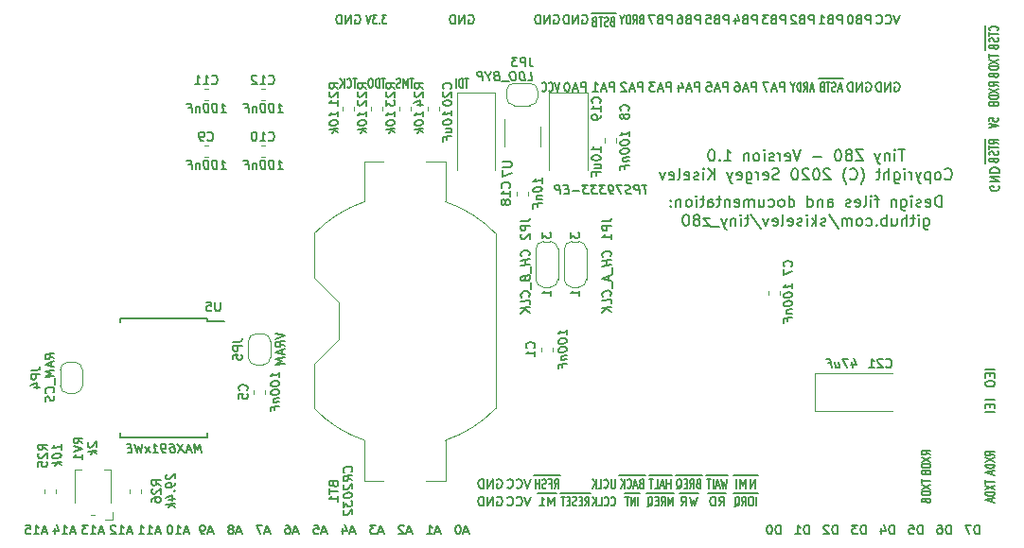
<source format=gbr>
G04 #@! TF.GenerationSoftware,KiCad,Pcbnew,(5.1.0)-1*
G04 #@! TF.CreationDate,2020-07-20T11:56:29-07:00*
G04 #@! TF.ProjectId,Tiny_Z80,54696e79-5f5a-4383-902e-6b696361645f,rev?*
G04 #@! TF.SameCoordinates,Original*
G04 #@! TF.FileFunction,Legend,Bot*
G04 #@! TF.FilePolarity,Positive*
%FSLAX46Y46*%
G04 Gerber Fmt 4.6, Leading zero omitted, Abs format (unit mm)*
G04 Created by KiCad (PCBNEW (5.1.0)-1) date 2020-07-20 11:56:29*
%MOMM*%
%LPD*%
G04 APERTURE LIST*
%ADD10C,0.200000*%
%ADD11C,0.150000*%
%ADD12C,0.120000*%
G04 APERTURE END LIST*
D10*
X204730833Y-91312380D02*
X204159404Y-91312380D01*
X204445119Y-92312380D02*
X204445119Y-91312380D01*
X203826071Y-92312380D02*
X203826071Y-91645714D01*
X203826071Y-91312380D02*
X203873690Y-91360000D01*
X203826071Y-91407619D01*
X203778452Y-91360000D01*
X203826071Y-91312380D01*
X203826071Y-91407619D01*
X203349880Y-91645714D02*
X203349880Y-92312380D01*
X203349880Y-91740952D02*
X203302261Y-91693333D01*
X203207023Y-91645714D01*
X203064166Y-91645714D01*
X202968928Y-91693333D01*
X202921309Y-91788571D01*
X202921309Y-92312380D01*
X202540357Y-91645714D02*
X202302261Y-92312380D01*
X202064166Y-91645714D02*
X202302261Y-92312380D01*
X202397500Y-92550476D01*
X202445119Y-92598095D01*
X202540357Y-92645714D01*
X201016547Y-91312380D02*
X200349880Y-91312380D01*
X201016547Y-92312380D01*
X200349880Y-92312380D01*
X199826071Y-91740952D02*
X199921309Y-91693333D01*
X199968928Y-91645714D01*
X200016547Y-91550476D01*
X200016547Y-91502857D01*
X199968928Y-91407619D01*
X199921309Y-91360000D01*
X199826071Y-91312380D01*
X199635595Y-91312380D01*
X199540357Y-91360000D01*
X199492738Y-91407619D01*
X199445119Y-91502857D01*
X199445119Y-91550476D01*
X199492738Y-91645714D01*
X199540357Y-91693333D01*
X199635595Y-91740952D01*
X199826071Y-91740952D01*
X199921309Y-91788571D01*
X199968928Y-91836190D01*
X200016547Y-91931428D01*
X200016547Y-92121904D01*
X199968928Y-92217142D01*
X199921309Y-92264761D01*
X199826071Y-92312380D01*
X199635595Y-92312380D01*
X199540357Y-92264761D01*
X199492738Y-92217142D01*
X199445119Y-92121904D01*
X199445119Y-91931428D01*
X199492738Y-91836190D01*
X199540357Y-91788571D01*
X199635595Y-91740952D01*
X198826071Y-91312380D02*
X198730833Y-91312380D01*
X198635595Y-91360000D01*
X198587976Y-91407619D01*
X198540357Y-91502857D01*
X198492738Y-91693333D01*
X198492738Y-91931428D01*
X198540357Y-92121904D01*
X198587976Y-92217142D01*
X198635595Y-92264761D01*
X198730833Y-92312380D01*
X198826071Y-92312380D01*
X198921309Y-92264761D01*
X198968928Y-92217142D01*
X199016547Y-92121904D01*
X199064166Y-91931428D01*
X199064166Y-91693333D01*
X199016547Y-91502857D01*
X198968928Y-91407619D01*
X198921309Y-91360000D01*
X198826071Y-91312380D01*
X197302261Y-91931428D02*
X196540357Y-91931428D01*
X195445119Y-91312380D02*
X195111785Y-92312380D01*
X194778452Y-91312380D01*
X194064166Y-92264761D02*
X194159404Y-92312380D01*
X194349880Y-92312380D01*
X194445119Y-92264761D01*
X194492738Y-92169523D01*
X194492738Y-91788571D01*
X194445119Y-91693333D01*
X194349880Y-91645714D01*
X194159404Y-91645714D01*
X194064166Y-91693333D01*
X194016547Y-91788571D01*
X194016547Y-91883809D01*
X194492738Y-91979047D01*
X193587976Y-92312380D02*
X193587976Y-91645714D01*
X193587976Y-91836190D02*
X193540357Y-91740952D01*
X193492738Y-91693333D01*
X193397500Y-91645714D01*
X193302261Y-91645714D01*
X193016547Y-92264761D02*
X192921309Y-92312380D01*
X192730833Y-92312380D01*
X192635595Y-92264761D01*
X192587976Y-92169523D01*
X192587976Y-92121904D01*
X192635595Y-92026666D01*
X192730833Y-91979047D01*
X192873690Y-91979047D01*
X192968928Y-91931428D01*
X193016547Y-91836190D01*
X193016547Y-91788571D01*
X192968928Y-91693333D01*
X192873690Y-91645714D01*
X192730833Y-91645714D01*
X192635595Y-91693333D01*
X192159404Y-92312380D02*
X192159404Y-91645714D01*
X192159404Y-91312380D02*
X192207023Y-91360000D01*
X192159404Y-91407619D01*
X192111785Y-91360000D01*
X192159404Y-91312380D01*
X192159404Y-91407619D01*
X191540357Y-92312380D02*
X191635595Y-92264761D01*
X191683214Y-92217142D01*
X191730833Y-92121904D01*
X191730833Y-91836190D01*
X191683214Y-91740952D01*
X191635595Y-91693333D01*
X191540357Y-91645714D01*
X191397500Y-91645714D01*
X191302261Y-91693333D01*
X191254642Y-91740952D01*
X191207023Y-91836190D01*
X191207023Y-92121904D01*
X191254642Y-92217142D01*
X191302261Y-92264761D01*
X191397500Y-92312380D01*
X191540357Y-92312380D01*
X190778452Y-91645714D02*
X190778452Y-92312380D01*
X190778452Y-91740952D02*
X190730833Y-91693333D01*
X190635595Y-91645714D01*
X190492738Y-91645714D01*
X190397500Y-91693333D01*
X190349880Y-91788571D01*
X190349880Y-92312380D01*
X188587976Y-92312380D02*
X189159404Y-92312380D01*
X188873690Y-92312380D02*
X188873690Y-91312380D01*
X188968928Y-91455238D01*
X189064166Y-91550476D01*
X189159404Y-91598095D01*
X188159404Y-92217142D02*
X188111785Y-92264761D01*
X188159404Y-92312380D01*
X188207023Y-92264761D01*
X188159404Y-92217142D01*
X188159404Y-92312380D01*
X187492738Y-91312380D02*
X187397500Y-91312380D01*
X187302261Y-91360000D01*
X187254642Y-91407619D01*
X187207023Y-91502857D01*
X187159404Y-91693333D01*
X187159404Y-91931428D01*
X187207023Y-92121904D01*
X187254642Y-92217142D01*
X187302261Y-92264761D01*
X187397500Y-92312380D01*
X187492738Y-92312380D01*
X187587976Y-92264761D01*
X187635595Y-92217142D01*
X187683214Y-92121904D01*
X187730833Y-91931428D01*
X187730833Y-91693333D01*
X187683214Y-91502857D01*
X187635595Y-91407619D01*
X187587976Y-91360000D01*
X187492738Y-91312380D01*
X208326071Y-93917142D02*
X208373690Y-93964761D01*
X208516547Y-94012380D01*
X208611785Y-94012380D01*
X208754642Y-93964761D01*
X208849880Y-93869523D01*
X208897500Y-93774285D01*
X208945119Y-93583809D01*
X208945119Y-93440952D01*
X208897500Y-93250476D01*
X208849880Y-93155238D01*
X208754642Y-93060000D01*
X208611785Y-93012380D01*
X208516547Y-93012380D01*
X208373690Y-93060000D01*
X208326071Y-93107619D01*
X207754642Y-94012380D02*
X207849880Y-93964761D01*
X207897500Y-93917142D01*
X207945119Y-93821904D01*
X207945119Y-93536190D01*
X207897500Y-93440952D01*
X207849880Y-93393333D01*
X207754642Y-93345714D01*
X207611785Y-93345714D01*
X207516547Y-93393333D01*
X207468928Y-93440952D01*
X207421309Y-93536190D01*
X207421309Y-93821904D01*
X207468928Y-93917142D01*
X207516547Y-93964761D01*
X207611785Y-94012380D01*
X207754642Y-94012380D01*
X206992738Y-93345714D02*
X206992738Y-94345714D01*
X206992738Y-93393333D02*
X206897500Y-93345714D01*
X206707023Y-93345714D01*
X206611785Y-93393333D01*
X206564166Y-93440952D01*
X206516547Y-93536190D01*
X206516547Y-93821904D01*
X206564166Y-93917142D01*
X206611785Y-93964761D01*
X206707023Y-94012380D01*
X206897500Y-94012380D01*
X206992738Y-93964761D01*
X206183214Y-93345714D02*
X205945119Y-94012380D01*
X205707023Y-93345714D02*
X205945119Y-94012380D01*
X206040357Y-94250476D01*
X206087976Y-94298095D01*
X206183214Y-94345714D01*
X205326071Y-94012380D02*
X205326071Y-93345714D01*
X205326071Y-93536190D02*
X205278452Y-93440952D01*
X205230833Y-93393333D01*
X205135595Y-93345714D01*
X205040357Y-93345714D01*
X204707023Y-94012380D02*
X204707023Y-93345714D01*
X204707023Y-93012380D02*
X204754642Y-93060000D01*
X204707023Y-93107619D01*
X204659404Y-93060000D01*
X204707023Y-93012380D01*
X204707023Y-93107619D01*
X203802261Y-93345714D02*
X203802261Y-94155238D01*
X203849880Y-94250476D01*
X203897500Y-94298095D01*
X203992738Y-94345714D01*
X204135595Y-94345714D01*
X204230833Y-94298095D01*
X203802261Y-93964761D02*
X203897500Y-94012380D01*
X204087976Y-94012380D01*
X204183214Y-93964761D01*
X204230833Y-93917142D01*
X204278452Y-93821904D01*
X204278452Y-93536190D01*
X204230833Y-93440952D01*
X204183214Y-93393333D01*
X204087976Y-93345714D01*
X203897500Y-93345714D01*
X203802261Y-93393333D01*
X203326071Y-94012380D02*
X203326071Y-93012380D01*
X202897500Y-94012380D02*
X202897500Y-93488571D01*
X202945119Y-93393333D01*
X203040357Y-93345714D01*
X203183214Y-93345714D01*
X203278452Y-93393333D01*
X203326071Y-93440952D01*
X202564166Y-93345714D02*
X202183214Y-93345714D01*
X202421309Y-93012380D02*
X202421309Y-93869523D01*
X202373690Y-93964761D01*
X202278452Y-94012380D01*
X202183214Y-94012380D01*
X200802261Y-94393333D02*
X200849880Y-94345714D01*
X200945119Y-94202857D01*
X200992738Y-94107619D01*
X201040357Y-93964761D01*
X201087976Y-93726666D01*
X201087976Y-93536190D01*
X201040357Y-93298095D01*
X200992738Y-93155238D01*
X200945119Y-93060000D01*
X200849880Y-92917142D01*
X200802261Y-92869523D01*
X199849880Y-93917142D02*
X199897500Y-93964761D01*
X200040357Y-94012380D01*
X200135595Y-94012380D01*
X200278452Y-93964761D01*
X200373690Y-93869523D01*
X200421309Y-93774285D01*
X200468928Y-93583809D01*
X200468928Y-93440952D01*
X200421309Y-93250476D01*
X200373690Y-93155238D01*
X200278452Y-93060000D01*
X200135595Y-93012380D01*
X200040357Y-93012380D01*
X199897500Y-93060000D01*
X199849880Y-93107619D01*
X199516547Y-94393333D02*
X199468928Y-94345714D01*
X199373690Y-94202857D01*
X199326071Y-94107619D01*
X199278452Y-93964761D01*
X199230833Y-93726666D01*
X199230833Y-93536190D01*
X199278452Y-93298095D01*
X199326071Y-93155238D01*
X199373690Y-93060000D01*
X199468928Y-92917142D01*
X199516547Y-92869523D01*
X198040357Y-93107619D02*
X197992738Y-93060000D01*
X197897500Y-93012380D01*
X197659404Y-93012380D01*
X197564166Y-93060000D01*
X197516547Y-93107619D01*
X197468928Y-93202857D01*
X197468928Y-93298095D01*
X197516547Y-93440952D01*
X198087976Y-94012380D01*
X197468928Y-94012380D01*
X196849880Y-93012380D02*
X196754642Y-93012380D01*
X196659404Y-93060000D01*
X196611785Y-93107619D01*
X196564166Y-93202857D01*
X196516547Y-93393333D01*
X196516547Y-93631428D01*
X196564166Y-93821904D01*
X196611785Y-93917142D01*
X196659404Y-93964761D01*
X196754642Y-94012380D01*
X196849880Y-94012380D01*
X196945119Y-93964761D01*
X196992738Y-93917142D01*
X197040357Y-93821904D01*
X197087976Y-93631428D01*
X197087976Y-93393333D01*
X197040357Y-93202857D01*
X196992738Y-93107619D01*
X196945119Y-93060000D01*
X196849880Y-93012380D01*
X196135595Y-93107619D02*
X196087976Y-93060000D01*
X195992738Y-93012380D01*
X195754642Y-93012380D01*
X195659404Y-93060000D01*
X195611785Y-93107619D01*
X195564166Y-93202857D01*
X195564166Y-93298095D01*
X195611785Y-93440952D01*
X196183214Y-94012380D01*
X195564166Y-94012380D01*
X194945119Y-93012380D02*
X194849880Y-93012380D01*
X194754642Y-93060000D01*
X194707023Y-93107619D01*
X194659404Y-93202857D01*
X194611785Y-93393333D01*
X194611785Y-93631428D01*
X194659404Y-93821904D01*
X194707023Y-93917142D01*
X194754642Y-93964761D01*
X194849880Y-94012380D01*
X194945119Y-94012380D01*
X195040357Y-93964761D01*
X195087976Y-93917142D01*
X195135595Y-93821904D01*
X195183214Y-93631428D01*
X195183214Y-93393333D01*
X195135595Y-93202857D01*
X195087976Y-93107619D01*
X195040357Y-93060000D01*
X194945119Y-93012380D01*
X193468928Y-93964761D02*
X193326071Y-94012380D01*
X193087976Y-94012380D01*
X192992738Y-93964761D01*
X192945119Y-93917142D01*
X192897500Y-93821904D01*
X192897500Y-93726666D01*
X192945119Y-93631428D01*
X192992738Y-93583809D01*
X193087976Y-93536190D01*
X193278452Y-93488571D01*
X193373690Y-93440952D01*
X193421309Y-93393333D01*
X193468928Y-93298095D01*
X193468928Y-93202857D01*
X193421309Y-93107619D01*
X193373690Y-93060000D01*
X193278452Y-93012380D01*
X193040357Y-93012380D01*
X192897500Y-93060000D01*
X192087976Y-93964761D02*
X192183214Y-94012380D01*
X192373690Y-94012380D01*
X192468928Y-93964761D01*
X192516547Y-93869523D01*
X192516547Y-93488571D01*
X192468928Y-93393333D01*
X192373690Y-93345714D01*
X192183214Y-93345714D01*
X192087976Y-93393333D01*
X192040357Y-93488571D01*
X192040357Y-93583809D01*
X192516547Y-93679047D01*
X191611785Y-94012380D02*
X191611785Y-93345714D01*
X191611785Y-93536190D02*
X191564166Y-93440952D01*
X191516547Y-93393333D01*
X191421309Y-93345714D01*
X191326071Y-93345714D01*
X190564166Y-93345714D02*
X190564166Y-94155238D01*
X190611785Y-94250476D01*
X190659404Y-94298095D01*
X190754642Y-94345714D01*
X190897500Y-94345714D01*
X190992738Y-94298095D01*
X190564166Y-93964761D02*
X190659404Y-94012380D01*
X190849880Y-94012380D01*
X190945119Y-93964761D01*
X190992738Y-93917142D01*
X191040357Y-93821904D01*
X191040357Y-93536190D01*
X190992738Y-93440952D01*
X190945119Y-93393333D01*
X190849880Y-93345714D01*
X190659404Y-93345714D01*
X190564166Y-93393333D01*
X189707023Y-93964761D02*
X189802261Y-94012380D01*
X189992738Y-94012380D01*
X190087976Y-93964761D01*
X190135595Y-93869523D01*
X190135595Y-93488571D01*
X190087976Y-93393333D01*
X189992738Y-93345714D01*
X189802261Y-93345714D01*
X189707023Y-93393333D01*
X189659404Y-93488571D01*
X189659404Y-93583809D01*
X190135595Y-93679047D01*
X189326071Y-93345714D02*
X189087976Y-94012380D01*
X188849880Y-93345714D02*
X189087976Y-94012380D01*
X189183214Y-94250476D01*
X189230833Y-94298095D01*
X189326071Y-94345714D01*
X187707023Y-94012380D02*
X187707023Y-93012380D01*
X187135595Y-94012380D02*
X187564166Y-93440952D01*
X187135595Y-93012380D02*
X187707023Y-93583809D01*
X186707023Y-94012380D02*
X186707023Y-93345714D01*
X186707023Y-93012380D02*
X186754642Y-93060000D01*
X186707023Y-93107619D01*
X186659404Y-93060000D01*
X186707023Y-93012380D01*
X186707023Y-93107619D01*
X186278452Y-93964761D02*
X186183214Y-94012380D01*
X185992738Y-94012380D01*
X185897500Y-93964761D01*
X185849880Y-93869523D01*
X185849880Y-93821904D01*
X185897500Y-93726666D01*
X185992738Y-93679047D01*
X186135595Y-93679047D01*
X186230833Y-93631428D01*
X186278452Y-93536190D01*
X186278452Y-93488571D01*
X186230833Y-93393333D01*
X186135595Y-93345714D01*
X185992738Y-93345714D01*
X185897500Y-93393333D01*
X185040357Y-93964761D02*
X185135595Y-94012380D01*
X185326071Y-94012380D01*
X185421309Y-93964761D01*
X185468928Y-93869523D01*
X185468928Y-93488571D01*
X185421309Y-93393333D01*
X185326071Y-93345714D01*
X185135595Y-93345714D01*
X185040357Y-93393333D01*
X184992738Y-93488571D01*
X184992738Y-93583809D01*
X185468928Y-93679047D01*
X184421309Y-94012380D02*
X184516547Y-93964761D01*
X184564166Y-93869523D01*
X184564166Y-93012380D01*
X183659404Y-93964761D02*
X183754642Y-94012380D01*
X183945119Y-94012380D01*
X184040357Y-93964761D01*
X184087976Y-93869523D01*
X184087976Y-93488571D01*
X184040357Y-93393333D01*
X183945119Y-93345714D01*
X183754642Y-93345714D01*
X183659404Y-93393333D01*
X183611785Y-93488571D01*
X183611785Y-93583809D01*
X184087976Y-93679047D01*
X183278452Y-93345714D02*
X183040357Y-94012380D01*
X182802261Y-93345714D01*
X207992738Y-96439880D02*
X207992738Y-95439880D01*
X207754642Y-95439880D01*
X207611785Y-95487500D01*
X207516547Y-95582738D01*
X207468928Y-95677976D01*
X207421309Y-95868452D01*
X207421309Y-96011309D01*
X207468928Y-96201785D01*
X207516547Y-96297023D01*
X207611785Y-96392261D01*
X207754642Y-96439880D01*
X207992738Y-96439880D01*
X206611785Y-96392261D02*
X206707023Y-96439880D01*
X206897500Y-96439880D01*
X206992738Y-96392261D01*
X207040357Y-96297023D01*
X207040357Y-95916071D01*
X206992738Y-95820833D01*
X206897500Y-95773214D01*
X206707023Y-95773214D01*
X206611785Y-95820833D01*
X206564166Y-95916071D01*
X206564166Y-96011309D01*
X207040357Y-96106547D01*
X206183214Y-96392261D02*
X206087976Y-96439880D01*
X205897500Y-96439880D01*
X205802261Y-96392261D01*
X205754642Y-96297023D01*
X205754642Y-96249404D01*
X205802261Y-96154166D01*
X205897500Y-96106547D01*
X206040357Y-96106547D01*
X206135595Y-96058928D01*
X206183214Y-95963690D01*
X206183214Y-95916071D01*
X206135595Y-95820833D01*
X206040357Y-95773214D01*
X205897500Y-95773214D01*
X205802261Y-95820833D01*
X205326071Y-96439880D02*
X205326071Y-95773214D01*
X205326071Y-95439880D02*
X205373690Y-95487500D01*
X205326071Y-95535119D01*
X205278452Y-95487500D01*
X205326071Y-95439880D01*
X205326071Y-95535119D01*
X204421309Y-95773214D02*
X204421309Y-96582738D01*
X204468928Y-96677976D01*
X204516547Y-96725595D01*
X204611785Y-96773214D01*
X204754642Y-96773214D01*
X204849880Y-96725595D01*
X204421309Y-96392261D02*
X204516547Y-96439880D01*
X204707023Y-96439880D01*
X204802261Y-96392261D01*
X204849880Y-96344642D01*
X204897500Y-96249404D01*
X204897500Y-95963690D01*
X204849880Y-95868452D01*
X204802261Y-95820833D01*
X204707023Y-95773214D01*
X204516547Y-95773214D01*
X204421309Y-95820833D01*
X203945119Y-95773214D02*
X203945119Y-96439880D01*
X203945119Y-95868452D02*
X203897500Y-95820833D01*
X203802261Y-95773214D01*
X203659404Y-95773214D01*
X203564166Y-95820833D01*
X203516547Y-95916071D01*
X203516547Y-96439880D01*
X202421309Y-95773214D02*
X202040357Y-95773214D01*
X202278452Y-96439880D02*
X202278452Y-95582738D01*
X202230833Y-95487500D01*
X202135595Y-95439880D01*
X202040357Y-95439880D01*
X201707023Y-96439880D02*
X201707023Y-95773214D01*
X201707023Y-95439880D02*
X201754642Y-95487500D01*
X201707023Y-95535119D01*
X201659404Y-95487500D01*
X201707023Y-95439880D01*
X201707023Y-95535119D01*
X201087976Y-96439880D02*
X201183214Y-96392261D01*
X201230833Y-96297023D01*
X201230833Y-95439880D01*
X200326071Y-96392261D02*
X200421309Y-96439880D01*
X200611785Y-96439880D01*
X200707023Y-96392261D01*
X200754642Y-96297023D01*
X200754642Y-95916071D01*
X200707023Y-95820833D01*
X200611785Y-95773214D01*
X200421309Y-95773214D01*
X200326071Y-95820833D01*
X200278452Y-95916071D01*
X200278452Y-96011309D01*
X200754642Y-96106547D01*
X199897500Y-96392261D02*
X199802261Y-96439880D01*
X199611785Y-96439880D01*
X199516547Y-96392261D01*
X199468928Y-96297023D01*
X199468928Y-96249404D01*
X199516547Y-96154166D01*
X199611785Y-96106547D01*
X199754642Y-96106547D01*
X199849880Y-96058928D01*
X199897500Y-95963690D01*
X199897500Y-95916071D01*
X199849880Y-95820833D01*
X199754642Y-95773214D01*
X199611785Y-95773214D01*
X199516547Y-95820833D01*
X197849880Y-96439880D02*
X197849880Y-95916071D01*
X197897500Y-95820833D01*
X197992738Y-95773214D01*
X198183214Y-95773214D01*
X198278452Y-95820833D01*
X197849880Y-96392261D02*
X197945119Y-96439880D01*
X198183214Y-96439880D01*
X198278452Y-96392261D01*
X198326071Y-96297023D01*
X198326071Y-96201785D01*
X198278452Y-96106547D01*
X198183214Y-96058928D01*
X197945119Y-96058928D01*
X197849880Y-96011309D01*
X197373690Y-95773214D02*
X197373690Y-96439880D01*
X197373690Y-95868452D02*
X197326071Y-95820833D01*
X197230833Y-95773214D01*
X197087976Y-95773214D01*
X196992738Y-95820833D01*
X196945119Y-95916071D01*
X196945119Y-96439880D01*
X196040357Y-96439880D02*
X196040357Y-95439880D01*
X196040357Y-96392261D02*
X196135595Y-96439880D01*
X196326071Y-96439880D01*
X196421309Y-96392261D01*
X196468928Y-96344642D01*
X196516547Y-96249404D01*
X196516547Y-95963690D01*
X196468928Y-95868452D01*
X196421309Y-95820833D01*
X196326071Y-95773214D01*
X196135595Y-95773214D01*
X196040357Y-95820833D01*
X194373690Y-96439880D02*
X194373690Y-95439880D01*
X194373690Y-96392261D02*
X194468928Y-96439880D01*
X194659404Y-96439880D01*
X194754642Y-96392261D01*
X194802261Y-96344642D01*
X194849880Y-96249404D01*
X194849880Y-95963690D01*
X194802261Y-95868452D01*
X194754642Y-95820833D01*
X194659404Y-95773214D01*
X194468928Y-95773214D01*
X194373690Y-95820833D01*
X193754642Y-96439880D02*
X193849880Y-96392261D01*
X193897500Y-96344642D01*
X193945119Y-96249404D01*
X193945119Y-95963690D01*
X193897500Y-95868452D01*
X193849880Y-95820833D01*
X193754642Y-95773214D01*
X193611785Y-95773214D01*
X193516547Y-95820833D01*
X193468928Y-95868452D01*
X193421309Y-95963690D01*
X193421309Y-96249404D01*
X193468928Y-96344642D01*
X193516547Y-96392261D01*
X193611785Y-96439880D01*
X193754642Y-96439880D01*
X192564166Y-96392261D02*
X192659404Y-96439880D01*
X192849880Y-96439880D01*
X192945119Y-96392261D01*
X192992738Y-96344642D01*
X193040357Y-96249404D01*
X193040357Y-95963690D01*
X192992738Y-95868452D01*
X192945119Y-95820833D01*
X192849880Y-95773214D01*
X192659404Y-95773214D01*
X192564166Y-95820833D01*
X191707023Y-95773214D02*
X191707023Y-96439880D01*
X192135595Y-95773214D02*
X192135595Y-96297023D01*
X192087976Y-96392261D01*
X191992738Y-96439880D01*
X191849880Y-96439880D01*
X191754642Y-96392261D01*
X191707023Y-96344642D01*
X191230833Y-96439880D02*
X191230833Y-95773214D01*
X191230833Y-95868452D02*
X191183214Y-95820833D01*
X191087976Y-95773214D01*
X190945119Y-95773214D01*
X190849880Y-95820833D01*
X190802261Y-95916071D01*
X190802261Y-96439880D01*
X190802261Y-95916071D02*
X190754642Y-95820833D01*
X190659404Y-95773214D01*
X190516547Y-95773214D01*
X190421309Y-95820833D01*
X190373690Y-95916071D01*
X190373690Y-96439880D01*
X189516547Y-96392261D02*
X189611785Y-96439880D01*
X189802261Y-96439880D01*
X189897500Y-96392261D01*
X189945119Y-96297023D01*
X189945119Y-95916071D01*
X189897500Y-95820833D01*
X189802261Y-95773214D01*
X189611785Y-95773214D01*
X189516547Y-95820833D01*
X189468928Y-95916071D01*
X189468928Y-96011309D01*
X189945119Y-96106547D01*
X189040357Y-95773214D02*
X189040357Y-96439880D01*
X189040357Y-95868452D02*
X188992738Y-95820833D01*
X188897500Y-95773214D01*
X188754642Y-95773214D01*
X188659404Y-95820833D01*
X188611785Y-95916071D01*
X188611785Y-96439880D01*
X188278452Y-95773214D02*
X187897500Y-95773214D01*
X188135595Y-95439880D02*
X188135595Y-96297023D01*
X188087976Y-96392261D01*
X187992738Y-96439880D01*
X187897500Y-96439880D01*
X187135595Y-96439880D02*
X187135595Y-95916071D01*
X187183214Y-95820833D01*
X187278452Y-95773214D01*
X187468928Y-95773214D01*
X187564166Y-95820833D01*
X187135595Y-96392261D02*
X187230833Y-96439880D01*
X187468928Y-96439880D01*
X187564166Y-96392261D01*
X187611785Y-96297023D01*
X187611785Y-96201785D01*
X187564166Y-96106547D01*
X187468928Y-96058928D01*
X187230833Y-96058928D01*
X187135595Y-96011309D01*
X186802261Y-95773214D02*
X186421309Y-95773214D01*
X186659404Y-95439880D02*
X186659404Y-96297023D01*
X186611785Y-96392261D01*
X186516547Y-96439880D01*
X186421309Y-96439880D01*
X186087976Y-96439880D02*
X186087976Y-95773214D01*
X186087976Y-95439880D02*
X186135595Y-95487500D01*
X186087976Y-95535119D01*
X186040357Y-95487500D01*
X186087976Y-95439880D01*
X186087976Y-95535119D01*
X185468928Y-96439880D02*
X185564166Y-96392261D01*
X185611785Y-96344642D01*
X185659404Y-96249404D01*
X185659404Y-95963690D01*
X185611785Y-95868452D01*
X185564166Y-95820833D01*
X185468928Y-95773214D01*
X185326071Y-95773214D01*
X185230833Y-95820833D01*
X185183214Y-95868452D01*
X185135595Y-95963690D01*
X185135595Y-96249404D01*
X185183214Y-96344642D01*
X185230833Y-96392261D01*
X185326071Y-96439880D01*
X185468928Y-96439880D01*
X184707023Y-95773214D02*
X184707023Y-96439880D01*
X184707023Y-95868452D02*
X184659404Y-95820833D01*
X184564166Y-95773214D01*
X184421309Y-95773214D01*
X184326071Y-95820833D01*
X184278452Y-95916071D01*
X184278452Y-96439880D01*
X183802261Y-96344642D02*
X183754642Y-96392261D01*
X183802261Y-96439880D01*
X183849880Y-96392261D01*
X183802261Y-96344642D01*
X183802261Y-96439880D01*
X183802261Y-95820833D02*
X183754642Y-95868452D01*
X183802261Y-95916071D01*
X183849880Y-95868452D01*
X183802261Y-95820833D01*
X183802261Y-95916071D01*
X206445119Y-97473214D02*
X206445119Y-98282738D01*
X206492738Y-98377976D01*
X206540357Y-98425595D01*
X206635595Y-98473214D01*
X206778452Y-98473214D01*
X206873690Y-98425595D01*
X206445119Y-98092261D02*
X206540357Y-98139880D01*
X206730833Y-98139880D01*
X206826071Y-98092261D01*
X206873690Y-98044642D01*
X206921309Y-97949404D01*
X206921309Y-97663690D01*
X206873690Y-97568452D01*
X206826071Y-97520833D01*
X206730833Y-97473214D01*
X206540357Y-97473214D01*
X206445119Y-97520833D01*
X205968928Y-98139880D02*
X205968928Y-97473214D01*
X205968928Y-97139880D02*
X206016547Y-97187500D01*
X205968928Y-97235119D01*
X205921309Y-97187500D01*
X205968928Y-97139880D01*
X205968928Y-97235119D01*
X205635595Y-97473214D02*
X205254642Y-97473214D01*
X205492738Y-97139880D02*
X205492738Y-97997023D01*
X205445119Y-98092261D01*
X205349880Y-98139880D01*
X205254642Y-98139880D01*
X204921309Y-98139880D02*
X204921309Y-97139880D01*
X204492738Y-98139880D02*
X204492738Y-97616071D01*
X204540357Y-97520833D01*
X204635595Y-97473214D01*
X204778452Y-97473214D01*
X204873690Y-97520833D01*
X204921309Y-97568452D01*
X203587976Y-97473214D02*
X203587976Y-98139880D01*
X204016547Y-97473214D02*
X204016547Y-97997023D01*
X203968928Y-98092261D01*
X203873690Y-98139880D01*
X203730833Y-98139880D01*
X203635595Y-98092261D01*
X203587976Y-98044642D01*
X203111785Y-98139880D02*
X203111785Y-97139880D01*
X203111785Y-97520833D02*
X203016547Y-97473214D01*
X202826071Y-97473214D01*
X202730833Y-97520833D01*
X202683214Y-97568452D01*
X202635595Y-97663690D01*
X202635595Y-97949404D01*
X202683214Y-98044642D01*
X202730833Y-98092261D01*
X202826071Y-98139880D01*
X203016547Y-98139880D01*
X203111785Y-98092261D01*
X202207023Y-98044642D02*
X202159404Y-98092261D01*
X202207023Y-98139880D01*
X202254642Y-98092261D01*
X202207023Y-98044642D01*
X202207023Y-98139880D01*
X201302261Y-98092261D02*
X201397500Y-98139880D01*
X201587976Y-98139880D01*
X201683214Y-98092261D01*
X201730833Y-98044642D01*
X201778452Y-97949404D01*
X201778452Y-97663690D01*
X201730833Y-97568452D01*
X201683214Y-97520833D01*
X201587976Y-97473214D01*
X201397500Y-97473214D01*
X201302261Y-97520833D01*
X200730833Y-98139880D02*
X200826071Y-98092261D01*
X200873690Y-98044642D01*
X200921309Y-97949404D01*
X200921309Y-97663690D01*
X200873690Y-97568452D01*
X200826071Y-97520833D01*
X200730833Y-97473214D01*
X200587976Y-97473214D01*
X200492738Y-97520833D01*
X200445119Y-97568452D01*
X200397500Y-97663690D01*
X200397500Y-97949404D01*
X200445119Y-98044642D01*
X200492738Y-98092261D01*
X200587976Y-98139880D01*
X200730833Y-98139880D01*
X199968928Y-98139880D02*
X199968928Y-97473214D01*
X199968928Y-97568452D02*
X199921309Y-97520833D01*
X199826071Y-97473214D01*
X199683214Y-97473214D01*
X199587976Y-97520833D01*
X199540357Y-97616071D01*
X199540357Y-98139880D01*
X199540357Y-97616071D02*
X199492738Y-97520833D01*
X199397500Y-97473214D01*
X199254642Y-97473214D01*
X199159404Y-97520833D01*
X199111785Y-97616071D01*
X199111785Y-98139880D01*
X197921309Y-97092261D02*
X198778452Y-98377976D01*
X197635595Y-98092261D02*
X197540357Y-98139880D01*
X197349880Y-98139880D01*
X197254642Y-98092261D01*
X197207023Y-97997023D01*
X197207023Y-97949404D01*
X197254642Y-97854166D01*
X197349880Y-97806547D01*
X197492738Y-97806547D01*
X197587976Y-97758928D01*
X197635595Y-97663690D01*
X197635595Y-97616071D01*
X197587976Y-97520833D01*
X197492738Y-97473214D01*
X197349880Y-97473214D01*
X197254642Y-97520833D01*
X196778452Y-98139880D02*
X196778452Y-97139880D01*
X196683214Y-97758928D02*
X196397500Y-98139880D01*
X196397500Y-97473214D02*
X196778452Y-97854166D01*
X195968928Y-98139880D02*
X195968928Y-97473214D01*
X195968928Y-97139880D02*
X196016547Y-97187500D01*
X195968928Y-97235119D01*
X195921309Y-97187500D01*
X195968928Y-97139880D01*
X195968928Y-97235119D01*
X195540357Y-98092261D02*
X195445119Y-98139880D01*
X195254642Y-98139880D01*
X195159404Y-98092261D01*
X195111785Y-97997023D01*
X195111785Y-97949404D01*
X195159404Y-97854166D01*
X195254642Y-97806547D01*
X195397500Y-97806547D01*
X195492738Y-97758928D01*
X195540357Y-97663690D01*
X195540357Y-97616071D01*
X195492738Y-97520833D01*
X195397500Y-97473214D01*
X195254642Y-97473214D01*
X195159404Y-97520833D01*
X194302261Y-98092261D02*
X194397500Y-98139880D01*
X194587976Y-98139880D01*
X194683214Y-98092261D01*
X194730833Y-97997023D01*
X194730833Y-97616071D01*
X194683214Y-97520833D01*
X194587976Y-97473214D01*
X194397500Y-97473214D01*
X194302261Y-97520833D01*
X194254642Y-97616071D01*
X194254642Y-97711309D01*
X194730833Y-97806547D01*
X193683214Y-98139880D02*
X193778452Y-98092261D01*
X193826071Y-97997023D01*
X193826071Y-97139880D01*
X192921309Y-98092261D02*
X193016547Y-98139880D01*
X193207023Y-98139880D01*
X193302261Y-98092261D01*
X193349880Y-97997023D01*
X193349880Y-97616071D01*
X193302261Y-97520833D01*
X193207023Y-97473214D01*
X193016547Y-97473214D01*
X192921309Y-97520833D01*
X192873690Y-97616071D01*
X192873690Y-97711309D01*
X193349880Y-97806547D01*
X192540357Y-97473214D02*
X192302261Y-98139880D01*
X192064166Y-97473214D01*
X190968928Y-97092261D02*
X191826071Y-98377976D01*
X190778452Y-97473214D02*
X190397500Y-97473214D01*
X190635595Y-97139880D02*
X190635595Y-97997023D01*
X190587976Y-98092261D01*
X190492738Y-98139880D01*
X190397500Y-98139880D01*
X190064166Y-98139880D02*
X190064166Y-97473214D01*
X190064166Y-97139880D02*
X190111785Y-97187500D01*
X190064166Y-97235119D01*
X190016547Y-97187500D01*
X190064166Y-97139880D01*
X190064166Y-97235119D01*
X189587976Y-97473214D02*
X189587976Y-98139880D01*
X189587976Y-97568452D02*
X189540357Y-97520833D01*
X189445119Y-97473214D01*
X189302261Y-97473214D01*
X189207023Y-97520833D01*
X189159404Y-97616071D01*
X189159404Y-98139880D01*
X188778452Y-97473214D02*
X188540357Y-98139880D01*
X188302261Y-97473214D02*
X188540357Y-98139880D01*
X188635595Y-98377976D01*
X188683214Y-98425595D01*
X188778452Y-98473214D01*
X188159404Y-98235119D02*
X187397500Y-98235119D01*
X187254642Y-97473214D02*
X186730833Y-97473214D01*
X187254642Y-98139880D01*
X186730833Y-98139880D01*
X186207023Y-97568452D02*
X186302261Y-97520833D01*
X186349880Y-97473214D01*
X186397500Y-97377976D01*
X186397500Y-97330357D01*
X186349880Y-97235119D01*
X186302261Y-97187500D01*
X186207023Y-97139880D01*
X186016547Y-97139880D01*
X185921309Y-97187500D01*
X185873690Y-97235119D01*
X185826071Y-97330357D01*
X185826071Y-97377976D01*
X185873690Y-97473214D01*
X185921309Y-97520833D01*
X186016547Y-97568452D01*
X186207023Y-97568452D01*
X186302261Y-97616071D01*
X186349880Y-97663690D01*
X186397500Y-97758928D01*
X186397500Y-97949404D01*
X186349880Y-98044642D01*
X186302261Y-98092261D01*
X186207023Y-98139880D01*
X186016547Y-98139880D01*
X185921309Y-98092261D01*
X185873690Y-98044642D01*
X185826071Y-97949404D01*
X185826071Y-97758928D01*
X185873690Y-97663690D01*
X185921309Y-97616071D01*
X186016547Y-97568452D01*
X185207023Y-97139880D02*
X185111785Y-97139880D01*
X185016547Y-97187500D01*
X184968928Y-97235119D01*
X184921309Y-97330357D01*
X184873690Y-97520833D01*
X184873690Y-97758928D01*
X184921309Y-97949404D01*
X184968928Y-98044642D01*
X185016547Y-98092261D01*
X185111785Y-98139880D01*
X185207023Y-98139880D01*
X185302261Y-98092261D01*
X185349880Y-98044642D01*
X185397500Y-97949404D01*
X185445119Y-97758928D01*
X185445119Y-97520833D01*
X185397500Y-97330357D01*
X185349880Y-97235119D01*
X185302261Y-97187500D01*
X185207023Y-97139880D01*
D11*
X212769404Y-110979047D02*
X211969404Y-110979047D01*
X212350357Y-111360000D02*
X212350357Y-111626666D01*
X212769404Y-111740952D02*
X212769404Y-111360000D01*
X211969404Y-111360000D01*
X211969404Y-111740952D01*
X211969404Y-112236190D02*
X211969404Y-112388571D01*
X212007500Y-112464761D01*
X212083690Y-112540952D01*
X212236071Y-112579047D01*
X212502738Y-112579047D01*
X212655119Y-112540952D01*
X212731309Y-112464761D01*
X212769404Y-112388571D01*
X212769404Y-112236190D01*
X212731309Y-112160000D01*
X212655119Y-112083809D01*
X212502738Y-112045714D01*
X212236071Y-112045714D01*
X212083690Y-112083809D01*
X212007500Y-112160000D01*
X211969404Y-112236190D01*
X212769404Y-113747619D02*
X211969404Y-113747619D01*
X212350357Y-114128571D02*
X212350357Y-114395238D01*
X212769404Y-114509523D02*
X212769404Y-114128571D01*
X211969404Y-114128571D01*
X211969404Y-114509523D01*
X212769404Y-114852380D02*
X211969404Y-114852380D01*
X211969404Y-120905714D02*
X211969404Y-121248571D01*
X212769404Y-121077142D02*
X211969404Y-121077142D01*
X211969404Y-121391428D02*
X212769404Y-121791428D01*
X211969404Y-121791428D02*
X212769404Y-121391428D01*
X212769404Y-122020000D02*
X211969404Y-122020000D01*
X211969404Y-122162857D01*
X212007500Y-122248571D01*
X212083690Y-122305714D01*
X212159880Y-122334285D01*
X212312261Y-122362857D01*
X212426547Y-122362857D01*
X212578928Y-122334285D01*
X212655119Y-122305714D01*
X212731309Y-122248571D01*
X212769404Y-122162857D01*
X212769404Y-122020000D01*
X212540833Y-122591428D02*
X212540833Y-122877142D01*
X212769404Y-122534285D02*
X211969404Y-122734285D01*
X212769404Y-122934285D01*
X206254404Y-120862857D02*
X206254404Y-121205714D01*
X207054404Y-121034285D02*
X206254404Y-121034285D01*
X206254404Y-121348571D02*
X207054404Y-121748571D01*
X206254404Y-121748571D02*
X207054404Y-121348571D01*
X207054404Y-121977142D02*
X206254404Y-121977142D01*
X206254404Y-122120000D01*
X206292500Y-122205714D01*
X206368690Y-122262857D01*
X206444880Y-122291428D01*
X206597261Y-122320000D01*
X206711547Y-122320000D01*
X206863928Y-122291428D01*
X206940119Y-122262857D01*
X207016309Y-122205714D01*
X207054404Y-122120000D01*
X207054404Y-121977142D01*
X206635357Y-122777142D02*
X206673452Y-122862857D01*
X206711547Y-122891428D01*
X206787738Y-122920000D01*
X206902023Y-122920000D01*
X206978214Y-122891428D01*
X207016309Y-122862857D01*
X207054404Y-122805714D01*
X207054404Y-122577142D01*
X206254404Y-122577142D01*
X206254404Y-122777142D01*
X206292500Y-122834285D01*
X206330595Y-122862857D01*
X206406785Y-122891428D01*
X206482976Y-122891428D01*
X206559166Y-122862857D01*
X206597261Y-122834285D01*
X206635357Y-122777142D01*
X206635357Y-122577142D01*
X207054404Y-118680000D02*
X206673452Y-118480000D01*
X207054404Y-118337142D02*
X206254404Y-118337142D01*
X206254404Y-118565714D01*
X206292500Y-118622857D01*
X206330595Y-118651428D01*
X206406785Y-118680000D01*
X206521071Y-118680000D01*
X206597261Y-118651428D01*
X206635357Y-118622857D01*
X206673452Y-118565714D01*
X206673452Y-118337142D01*
X206254404Y-118880000D02*
X207054404Y-119280000D01*
X206254404Y-119280000D02*
X207054404Y-118880000D01*
X207054404Y-119508571D02*
X206254404Y-119508571D01*
X206254404Y-119651428D01*
X206292500Y-119737142D01*
X206368690Y-119794285D01*
X206444880Y-119822857D01*
X206597261Y-119851428D01*
X206711547Y-119851428D01*
X206863928Y-119822857D01*
X206940119Y-119794285D01*
X207016309Y-119737142D01*
X207054404Y-119651428D01*
X207054404Y-119508571D01*
X206635357Y-120308571D02*
X206673452Y-120394285D01*
X206711547Y-120422857D01*
X206787738Y-120451428D01*
X206902023Y-120451428D01*
X206978214Y-120422857D01*
X207016309Y-120394285D01*
X207054404Y-120337142D01*
X207054404Y-120108571D01*
X206254404Y-120108571D01*
X206254404Y-120308571D01*
X206292500Y-120365714D01*
X206330595Y-120394285D01*
X206406785Y-120422857D01*
X206482976Y-120422857D01*
X206559166Y-120394285D01*
X206597261Y-120365714D01*
X206635357Y-120308571D01*
X206635357Y-120108571D01*
X212769404Y-118722857D02*
X212388452Y-118522857D01*
X212769404Y-118380000D02*
X211969404Y-118380000D01*
X211969404Y-118608571D01*
X212007500Y-118665714D01*
X212045595Y-118694285D01*
X212121785Y-118722857D01*
X212236071Y-118722857D01*
X212312261Y-118694285D01*
X212350357Y-118665714D01*
X212388452Y-118608571D01*
X212388452Y-118380000D01*
X211969404Y-118922857D02*
X212769404Y-119322857D01*
X211969404Y-119322857D02*
X212769404Y-118922857D01*
X212769404Y-119551428D02*
X211969404Y-119551428D01*
X211969404Y-119694285D01*
X212007500Y-119780000D01*
X212083690Y-119837142D01*
X212159880Y-119865714D01*
X212312261Y-119894285D01*
X212426547Y-119894285D01*
X212578928Y-119865714D01*
X212655119Y-119837142D01*
X212731309Y-119780000D01*
X212769404Y-119694285D01*
X212769404Y-119551428D01*
X212540833Y-120122857D02*
X212540833Y-120408571D01*
X212769404Y-120065714D02*
X211969404Y-120265714D01*
X212769404Y-120465714D01*
X211954000Y-80165714D02*
X211954000Y-80765714D01*
X213010714Y-80651428D02*
X213048809Y-80622857D01*
X213086904Y-80537142D01*
X213086904Y-80480000D01*
X213048809Y-80394285D01*
X212972619Y-80337142D01*
X212896428Y-80308571D01*
X212744047Y-80280000D01*
X212629761Y-80280000D01*
X212477380Y-80308571D01*
X212401190Y-80337142D01*
X212325000Y-80394285D01*
X212286904Y-80480000D01*
X212286904Y-80537142D01*
X212325000Y-80622857D01*
X212363095Y-80651428D01*
X211954000Y-80765714D02*
X211954000Y-81222857D01*
X212286904Y-80822857D02*
X212286904Y-81165714D01*
X213086904Y-80994285D02*
X212286904Y-80994285D01*
X211954000Y-81222857D02*
X211954000Y-81794285D01*
X213048809Y-81337142D02*
X213086904Y-81422857D01*
X213086904Y-81565714D01*
X213048809Y-81622857D01*
X213010714Y-81651428D01*
X212934523Y-81680000D01*
X212858333Y-81680000D01*
X212782142Y-81651428D01*
X212744047Y-81622857D01*
X212705952Y-81565714D01*
X212667857Y-81451428D01*
X212629761Y-81394285D01*
X212591666Y-81365714D01*
X212515476Y-81337142D01*
X212439285Y-81337142D01*
X212363095Y-81365714D01*
X212325000Y-81394285D01*
X212286904Y-81451428D01*
X212286904Y-81594285D01*
X212325000Y-81680000D01*
X211954000Y-81794285D02*
X211954000Y-82394285D01*
X212667857Y-82137142D02*
X212705952Y-82222857D01*
X212744047Y-82251428D01*
X212820238Y-82280000D01*
X212934523Y-82280000D01*
X213010714Y-82251428D01*
X213048809Y-82222857D01*
X213086904Y-82165714D01*
X213086904Y-81937142D01*
X212286904Y-81937142D01*
X212286904Y-82137142D01*
X212325000Y-82194285D01*
X212363095Y-82222857D01*
X212439285Y-82251428D01*
X212515476Y-82251428D01*
X212591666Y-82222857D01*
X212629761Y-82194285D01*
X212667857Y-82137142D01*
X212667857Y-81937142D01*
X212286904Y-82762857D02*
X212286904Y-83105714D01*
X213086904Y-82934285D02*
X212286904Y-82934285D01*
X212286904Y-83248571D02*
X213086904Y-83648571D01*
X212286904Y-83648571D02*
X213086904Y-83248571D01*
X213086904Y-83877142D02*
X212286904Y-83877142D01*
X212286904Y-84020000D01*
X212325000Y-84105714D01*
X212401190Y-84162857D01*
X212477380Y-84191428D01*
X212629761Y-84220000D01*
X212744047Y-84220000D01*
X212896428Y-84191428D01*
X212972619Y-84162857D01*
X213048809Y-84105714D01*
X213086904Y-84020000D01*
X213086904Y-83877142D01*
X212667857Y-84677142D02*
X212705952Y-84762857D01*
X212744047Y-84791428D01*
X212820238Y-84820000D01*
X212934523Y-84820000D01*
X213010714Y-84791428D01*
X213048809Y-84762857D01*
X213086904Y-84705714D01*
X213086904Y-84477142D01*
X212286904Y-84477142D01*
X212286904Y-84677142D01*
X212325000Y-84734285D01*
X212363095Y-84762857D01*
X212439285Y-84791428D01*
X212515476Y-84791428D01*
X212591666Y-84762857D01*
X212629761Y-84734285D01*
X212667857Y-84677142D01*
X212667857Y-84477142D01*
X213086904Y-85660000D02*
X212705952Y-85460000D01*
X213086904Y-85317142D02*
X212286904Y-85317142D01*
X212286904Y-85545714D01*
X212325000Y-85602857D01*
X212363095Y-85631428D01*
X212439285Y-85660000D01*
X212553571Y-85660000D01*
X212629761Y-85631428D01*
X212667857Y-85602857D01*
X212705952Y-85545714D01*
X212705952Y-85317142D01*
X212286904Y-85860000D02*
X213086904Y-86260000D01*
X212286904Y-86260000D02*
X213086904Y-85860000D01*
X213086904Y-86488571D02*
X212286904Y-86488571D01*
X212286904Y-86631428D01*
X212325000Y-86717142D01*
X212401190Y-86774285D01*
X212477380Y-86802857D01*
X212629761Y-86831428D01*
X212744047Y-86831428D01*
X212896428Y-86802857D01*
X212972619Y-86774285D01*
X213048809Y-86717142D01*
X213086904Y-86631428D01*
X213086904Y-86488571D01*
X212667857Y-87288571D02*
X212705952Y-87374285D01*
X212744047Y-87402857D01*
X212820238Y-87431428D01*
X212934523Y-87431428D01*
X213010714Y-87402857D01*
X213048809Y-87374285D01*
X213086904Y-87317142D01*
X213086904Y-87088571D01*
X212286904Y-87088571D01*
X212286904Y-87288571D01*
X212325000Y-87345714D01*
X212363095Y-87374285D01*
X212439285Y-87402857D01*
X212515476Y-87402857D01*
X212591666Y-87374285D01*
X212629761Y-87345714D01*
X212667857Y-87288571D01*
X212667857Y-87088571D01*
X212286904Y-88785714D02*
X212286904Y-88500000D01*
X212667857Y-88471428D01*
X212629761Y-88500000D01*
X212591666Y-88557142D01*
X212591666Y-88700000D01*
X212629761Y-88757142D01*
X212667857Y-88785714D01*
X212744047Y-88814285D01*
X212934523Y-88814285D01*
X213010714Y-88785714D01*
X213048809Y-88757142D01*
X213086904Y-88700000D01*
X213086904Y-88557142D01*
X213048809Y-88500000D01*
X213010714Y-88471428D01*
X212286904Y-88985714D02*
X213086904Y-89185714D01*
X212286904Y-89385714D01*
X211954000Y-90325714D02*
X211954000Y-90925714D01*
X213086904Y-90811428D02*
X212705952Y-90611428D01*
X213086904Y-90468571D02*
X212286904Y-90468571D01*
X212286904Y-90697142D01*
X212325000Y-90754285D01*
X212363095Y-90782857D01*
X212439285Y-90811428D01*
X212553571Y-90811428D01*
X212629761Y-90782857D01*
X212667857Y-90754285D01*
X212705952Y-90697142D01*
X212705952Y-90468571D01*
X211954000Y-90925714D02*
X211954000Y-91382857D01*
X212286904Y-90982857D02*
X212286904Y-91325714D01*
X213086904Y-91154285D02*
X212286904Y-91154285D01*
X211954000Y-91382857D02*
X211954000Y-91954285D01*
X213048809Y-91497142D02*
X213086904Y-91582857D01*
X213086904Y-91725714D01*
X213048809Y-91782857D01*
X213010714Y-91811428D01*
X212934523Y-91840000D01*
X212858333Y-91840000D01*
X212782142Y-91811428D01*
X212744047Y-91782857D01*
X212705952Y-91725714D01*
X212667857Y-91611428D01*
X212629761Y-91554285D01*
X212591666Y-91525714D01*
X212515476Y-91497142D01*
X212439285Y-91497142D01*
X212363095Y-91525714D01*
X212325000Y-91554285D01*
X212286904Y-91611428D01*
X212286904Y-91754285D01*
X212325000Y-91840000D01*
X211954000Y-91954285D02*
X211954000Y-92554285D01*
X212667857Y-92297142D02*
X212705952Y-92382857D01*
X212744047Y-92411428D01*
X212820238Y-92440000D01*
X212934523Y-92440000D01*
X213010714Y-92411428D01*
X213048809Y-92382857D01*
X213086904Y-92325714D01*
X213086904Y-92097142D01*
X212286904Y-92097142D01*
X212286904Y-92297142D01*
X212325000Y-92354285D01*
X212363095Y-92382857D01*
X212439285Y-92411428D01*
X212515476Y-92411428D01*
X212591666Y-92382857D01*
X212629761Y-92354285D01*
X212667857Y-92297142D01*
X212667857Y-92097142D01*
X213125000Y-94589523D02*
X213163095Y-94665714D01*
X213163095Y-94780000D01*
X213125000Y-94894285D01*
X213048809Y-94970476D01*
X212972619Y-95008571D01*
X212820238Y-95046666D01*
X212705952Y-95046666D01*
X212553571Y-95008571D01*
X212477380Y-94970476D01*
X212401190Y-94894285D01*
X212363095Y-94780000D01*
X212363095Y-94703809D01*
X212401190Y-94589523D01*
X212439285Y-94551428D01*
X212705952Y-94551428D01*
X212705952Y-94703809D01*
X212363095Y-94208571D02*
X213163095Y-94208571D01*
X212363095Y-93751428D01*
X213163095Y-93751428D01*
X212363095Y-93370476D02*
X213163095Y-93370476D01*
X213163095Y-93180000D01*
X213125000Y-93065714D01*
X213048809Y-92989523D01*
X212972619Y-92951428D01*
X212820238Y-92913333D01*
X212705952Y-92913333D01*
X212553571Y-92951428D01*
X212477380Y-92989523D01*
X212401190Y-93065714D01*
X212363095Y-93180000D01*
X212363095Y-93370476D01*
X155549523Y-79292500D02*
X155625714Y-79254404D01*
X155740000Y-79254404D01*
X155854285Y-79292500D01*
X155930476Y-79368690D01*
X155968571Y-79444880D01*
X156006666Y-79597261D01*
X156006666Y-79711547D01*
X155968571Y-79863928D01*
X155930476Y-79940119D01*
X155854285Y-80016309D01*
X155740000Y-80054404D01*
X155663809Y-80054404D01*
X155549523Y-80016309D01*
X155511428Y-79978214D01*
X155511428Y-79711547D01*
X155663809Y-79711547D01*
X155168571Y-80054404D02*
X155168571Y-79254404D01*
X154711428Y-80054404D01*
X154711428Y-79254404D01*
X154330476Y-80054404D02*
X154330476Y-79254404D01*
X154140000Y-79254404D01*
X154025714Y-79292500D01*
X153949523Y-79368690D01*
X153911428Y-79444880D01*
X153873333Y-79597261D01*
X153873333Y-79711547D01*
X153911428Y-79863928D01*
X153949523Y-79940119D01*
X154025714Y-80016309D01*
X154140000Y-80054404D01*
X154330476Y-80054404D01*
X165709523Y-79292500D02*
X165785714Y-79254404D01*
X165900000Y-79254404D01*
X166014285Y-79292500D01*
X166090476Y-79368690D01*
X166128571Y-79444880D01*
X166166666Y-79597261D01*
X166166666Y-79711547D01*
X166128571Y-79863928D01*
X166090476Y-79940119D01*
X166014285Y-80016309D01*
X165900000Y-80054404D01*
X165823809Y-80054404D01*
X165709523Y-80016309D01*
X165671428Y-79978214D01*
X165671428Y-79711547D01*
X165823809Y-79711547D01*
X165328571Y-80054404D02*
X165328571Y-79254404D01*
X164871428Y-80054404D01*
X164871428Y-79254404D01*
X164490476Y-80054404D02*
X164490476Y-79254404D01*
X164300000Y-79254404D01*
X164185714Y-79292500D01*
X164109523Y-79368690D01*
X164071428Y-79444880D01*
X164033333Y-79597261D01*
X164033333Y-79711547D01*
X164071428Y-79863928D01*
X164109523Y-79940119D01*
X164185714Y-80016309D01*
X164300000Y-80054404D01*
X164490476Y-80054404D01*
X158365714Y-79254404D02*
X157994285Y-79254404D01*
X158194285Y-79559166D01*
X158108571Y-79559166D01*
X158051428Y-79597261D01*
X158022857Y-79635357D01*
X157994285Y-79711547D01*
X157994285Y-79902023D01*
X158022857Y-79978214D01*
X158051428Y-80016309D01*
X158108571Y-80054404D01*
X158280000Y-80054404D01*
X158337142Y-80016309D01*
X158365714Y-79978214D01*
X157737142Y-79978214D02*
X157708571Y-80016309D01*
X157737142Y-80054404D01*
X157765714Y-80016309D01*
X157737142Y-79978214D01*
X157737142Y-80054404D01*
X157508571Y-79254404D02*
X157137142Y-79254404D01*
X157337142Y-79559166D01*
X157251428Y-79559166D01*
X157194285Y-79597261D01*
X157165714Y-79635357D01*
X157137142Y-79711547D01*
X157137142Y-79902023D01*
X157165714Y-79978214D01*
X157194285Y-80016309D01*
X157251428Y-80054404D01*
X157422857Y-80054404D01*
X157480000Y-80016309D01*
X157508571Y-79978214D01*
X156965714Y-79254404D02*
X156765714Y-80054404D01*
X156565714Y-79254404D01*
X165714285Y-84969404D02*
X165371428Y-84969404D01*
X165542857Y-85769404D02*
X165542857Y-84969404D01*
X165171428Y-85769404D02*
X165171428Y-84969404D01*
X165028571Y-84969404D01*
X164942857Y-85007500D01*
X164885714Y-85083690D01*
X164857142Y-85159880D01*
X164828571Y-85312261D01*
X164828571Y-85426547D01*
X164857142Y-85578928D01*
X164885714Y-85655119D01*
X164942857Y-85731309D01*
X165028571Y-85769404D01*
X165171428Y-85769404D01*
X164571428Y-85769404D02*
X164571428Y-84969404D01*
X160820000Y-84969404D02*
X160477142Y-84969404D01*
X160648571Y-85769404D02*
X160648571Y-84969404D01*
X160277142Y-85769404D02*
X160277142Y-84969404D01*
X160077142Y-85540833D01*
X159877142Y-84969404D01*
X159877142Y-85769404D01*
X159620000Y-85731309D02*
X159534285Y-85769404D01*
X159391428Y-85769404D01*
X159334285Y-85731309D01*
X159305714Y-85693214D01*
X159277142Y-85617023D01*
X159277142Y-85540833D01*
X159305714Y-85464642D01*
X159334285Y-85426547D01*
X159391428Y-85388452D01*
X159505714Y-85350357D01*
X159562857Y-85312261D01*
X159591428Y-85274166D01*
X159620000Y-85197976D01*
X159620000Y-85121785D01*
X159591428Y-85045595D01*
X159562857Y-85007500D01*
X159505714Y-84969404D01*
X159362857Y-84969404D01*
X159277142Y-85007500D01*
X158265714Y-84969404D02*
X157922857Y-84969404D01*
X158094285Y-85769404D02*
X158094285Y-84969404D01*
X157722857Y-85769404D02*
X157722857Y-84969404D01*
X157580000Y-84969404D01*
X157494285Y-85007500D01*
X157437142Y-85083690D01*
X157408571Y-85159880D01*
X157380000Y-85312261D01*
X157380000Y-85426547D01*
X157408571Y-85578928D01*
X157437142Y-85655119D01*
X157494285Y-85731309D01*
X157580000Y-85769404D01*
X157722857Y-85769404D01*
X157008571Y-84969404D02*
X156894285Y-84969404D01*
X156837142Y-85007500D01*
X156780000Y-85083690D01*
X156751428Y-85236071D01*
X156751428Y-85502738D01*
X156780000Y-85655119D01*
X156837142Y-85731309D01*
X156894285Y-85769404D01*
X157008571Y-85769404D01*
X157065714Y-85731309D01*
X157122857Y-85655119D01*
X157151428Y-85502738D01*
X157151428Y-85236071D01*
X157122857Y-85083690D01*
X157065714Y-85007500D01*
X157008571Y-84969404D01*
X155711428Y-84969404D02*
X155368571Y-84969404D01*
X155540000Y-85769404D02*
X155540000Y-84969404D01*
X154825714Y-85693214D02*
X154854285Y-85731309D01*
X154940000Y-85769404D01*
X154997142Y-85769404D01*
X155082857Y-85731309D01*
X155140000Y-85655119D01*
X155168571Y-85578928D01*
X155197142Y-85426547D01*
X155197142Y-85312261D01*
X155168571Y-85159880D01*
X155140000Y-85083690D01*
X155082857Y-85007500D01*
X154997142Y-84969404D01*
X154940000Y-84969404D01*
X154854285Y-85007500D01*
X154825714Y-85045595D01*
X154568571Y-85769404D02*
X154568571Y-84969404D01*
X154225714Y-85769404D02*
X154482857Y-85312261D01*
X154225714Y-84969404D02*
X154568571Y-85426547D01*
X183870476Y-80054404D02*
X183870476Y-79254404D01*
X183565714Y-79254404D01*
X183489523Y-79292500D01*
X183451428Y-79330595D01*
X183413333Y-79406785D01*
X183413333Y-79521071D01*
X183451428Y-79597261D01*
X183489523Y-79635357D01*
X183565714Y-79673452D01*
X183870476Y-79673452D01*
X182803809Y-79635357D02*
X182689523Y-79673452D01*
X182651428Y-79711547D01*
X182613333Y-79787738D01*
X182613333Y-79902023D01*
X182651428Y-79978214D01*
X182689523Y-80016309D01*
X182765714Y-80054404D01*
X183070476Y-80054404D01*
X183070476Y-79254404D01*
X182803809Y-79254404D01*
X182727619Y-79292500D01*
X182689523Y-79330595D01*
X182651428Y-79406785D01*
X182651428Y-79482976D01*
X182689523Y-79559166D01*
X182727619Y-79597261D01*
X182803809Y-79635357D01*
X183070476Y-79635357D01*
X182346666Y-79254404D02*
X181813333Y-79254404D01*
X182156190Y-80054404D01*
X186410476Y-80054404D02*
X186410476Y-79254404D01*
X186105714Y-79254404D01*
X186029523Y-79292500D01*
X185991428Y-79330595D01*
X185953333Y-79406785D01*
X185953333Y-79521071D01*
X185991428Y-79597261D01*
X186029523Y-79635357D01*
X186105714Y-79673452D01*
X186410476Y-79673452D01*
X185343809Y-79635357D02*
X185229523Y-79673452D01*
X185191428Y-79711547D01*
X185153333Y-79787738D01*
X185153333Y-79902023D01*
X185191428Y-79978214D01*
X185229523Y-80016309D01*
X185305714Y-80054404D01*
X185610476Y-80054404D01*
X185610476Y-79254404D01*
X185343809Y-79254404D01*
X185267619Y-79292500D01*
X185229523Y-79330595D01*
X185191428Y-79406785D01*
X185191428Y-79482976D01*
X185229523Y-79559166D01*
X185267619Y-79597261D01*
X185343809Y-79635357D01*
X185610476Y-79635357D01*
X184467619Y-79254404D02*
X184620000Y-79254404D01*
X184696190Y-79292500D01*
X184734285Y-79330595D01*
X184810476Y-79444880D01*
X184848571Y-79597261D01*
X184848571Y-79902023D01*
X184810476Y-79978214D01*
X184772380Y-80016309D01*
X184696190Y-80054404D01*
X184543809Y-80054404D01*
X184467619Y-80016309D01*
X184429523Y-79978214D01*
X184391428Y-79902023D01*
X184391428Y-79711547D01*
X184429523Y-79635357D01*
X184467619Y-79597261D01*
X184543809Y-79559166D01*
X184696190Y-79559166D01*
X184772380Y-79597261D01*
X184810476Y-79635357D01*
X184848571Y-79711547D01*
X188950476Y-80054404D02*
X188950476Y-79254404D01*
X188645714Y-79254404D01*
X188569523Y-79292500D01*
X188531428Y-79330595D01*
X188493333Y-79406785D01*
X188493333Y-79521071D01*
X188531428Y-79597261D01*
X188569523Y-79635357D01*
X188645714Y-79673452D01*
X188950476Y-79673452D01*
X187883809Y-79635357D02*
X187769523Y-79673452D01*
X187731428Y-79711547D01*
X187693333Y-79787738D01*
X187693333Y-79902023D01*
X187731428Y-79978214D01*
X187769523Y-80016309D01*
X187845714Y-80054404D01*
X188150476Y-80054404D01*
X188150476Y-79254404D01*
X187883809Y-79254404D01*
X187807619Y-79292500D01*
X187769523Y-79330595D01*
X187731428Y-79406785D01*
X187731428Y-79482976D01*
X187769523Y-79559166D01*
X187807619Y-79597261D01*
X187883809Y-79635357D01*
X188150476Y-79635357D01*
X186969523Y-79254404D02*
X187350476Y-79254404D01*
X187388571Y-79635357D01*
X187350476Y-79597261D01*
X187274285Y-79559166D01*
X187083809Y-79559166D01*
X187007619Y-79597261D01*
X186969523Y-79635357D01*
X186931428Y-79711547D01*
X186931428Y-79902023D01*
X186969523Y-79978214D01*
X187007619Y-80016309D01*
X187083809Y-80054404D01*
X187274285Y-80054404D01*
X187350476Y-80016309D01*
X187388571Y-79978214D01*
X191490476Y-80054404D02*
X191490476Y-79254404D01*
X191185714Y-79254404D01*
X191109523Y-79292500D01*
X191071428Y-79330595D01*
X191033333Y-79406785D01*
X191033333Y-79521071D01*
X191071428Y-79597261D01*
X191109523Y-79635357D01*
X191185714Y-79673452D01*
X191490476Y-79673452D01*
X190423809Y-79635357D02*
X190309523Y-79673452D01*
X190271428Y-79711547D01*
X190233333Y-79787738D01*
X190233333Y-79902023D01*
X190271428Y-79978214D01*
X190309523Y-80016309D01*
X190385714Y-80054404D01*
X190690476Y-80054404D01*
X190690476Y-79254404D01*
X190423809Y-79254404D01*
X190347619Y-79292500D01*
X190309523Y-79330595D01*
X190271428Y-79406785D01*
X190271428Y-79482976D01*
X190309523Y-79559166D01*
X190347619Y-79597261D01*
X190423809Y-79635357D01*
X190690476Y-79635357D01*
X189547619Y-79521071D02*
X189547619Y-80054404D01*
X189738095Y-79216309D02*
X189928571Y-79787738D01*
X189433333Y-79787738D01*
X194030476Y-80054404D02*
X194030476Y-79254404D01*
X193725714Y-79254404D01*
X193649523Y-79292500D01*
X193611428Y-79330595D01*
X193573333Y-79406785D01*
X193573333Y-79521071D01*
X193611428Y-79597261D01*
X193649523Y-79635357D01*
X193725714Y-79673452D01*
X194030476Y-79673452D01*
X192963809Y-79635357D02*
X192849523Y-79673452D01*
X192811428Y-79711547D01*
X192773333Y-79787738D01*
X192773333Y-79902023D01*
X192811428Y-79978214D01*
X192849523Y-80016309D01*
X192925714Y-80054404D01*
X193230476Y-80054404D01*
X193230476Y-79254404D01*
X192963809Y-79254404D01*
X192887619Y-79292500D01*
X192849523Y-79330595D01*
X192811428Y-79406785D01*
X192811428Y-79482976D01*
X192849523Y-79559166D01*
X192887619Y-79597261D01*
X192963809Y-79635357D01*
X193230476Y-79635357D01*
X192506666Y-79254404D02*
X192011428Y-79254404D01*
X192278095Y-79559166D01*
X192163809Y-79559166D01*
X192087619Y-79597261D01*
X192049523Y-79635357D01*
X192011428Y-79711547D01*
X192011428Y-79902023D01*
X192049523Y-79978214D01*
X192087619Y-80016309D01*
X192163809Y-80054404D01*
X192392380Y-80054404D01*
X192468571Y-80016309D01*
X192506666Y-79978214D01*
X196570476Y-80054404D02*
X196570476Y-79254404D01*
X196265714Y-79254404D01*
X196189523Y-79292500D01*
X196151428Y-79330595D01*
X196113333Y-79406785D01*
X196113333Y-79521071D01*
X196151428Y-79597261D01*
X196189523Y-79635357D01*
X196265714Y-79673452D01*
X196570476Y-79673452D01*
X195503809Y-79635357D02*
X195389523Y-79673452D01*
X195351428Y-79711547D01*
X195313333Y-79787738D01*
X195313333Y-79902023D01*
X195351428Y-79978214D01*
X195389523Y-80016309D01*
X195465714Y-80054404D01*
X195770476Y-80054404D01*
X195770476Y-79254404D01*
X195503809Y-79254404D01*
X195427619Y-79292500D01*
X195389523Y-79330595D01*
X195351428Y-79406785D01*
X195351428Y-79482976D01*
X195389523Y-79559166D01*
X195427619Y-79597261D01*
X195503809Y-79635357D01*
X195770476Y-79635357D01*
X195008571Y-79330595D02*
X194970476Y-79292500D01*
X194894285Y-79254404D01*
X194703809Y-79254404D01*
X194627619Y-79292500D01*
X194589523Y-79330595D01*
X194551428Y-79406785D01*
X194551428Y-79482976D01*
X194589523Y-79597261D01*
X195046666Y-80054404D01*
X194551428Y-80054404D01*
X199110476Y-80054404D02*
X199110476Y-79254404D01*
X198805714Y-79254404D01*
X198729523Y-79292500D01*
X198691428Y-79330595D01*
X198653333Y-79406785D01*
X198653333Y-79521071D01*
X198691428Y-79597261D01*
X198729523Y-79635357D01*
X198805714Y-79673452D01*
X199110476Y-79673452D01*
X198043809Y-79635357D02*
X197929523Y-79673452D01*
X197891428Y-79711547D01*
X197853333Y-79787738D01*
X197853333Y-79902023D01*
X197891428Y-79978214D01*
X197929523Y-80016309D01*
X198005714Y-80054404D01*
X198310476Y-80054404D01*
X198310476Y-79254404D01*
X198043809Y-79254404D01*
X197967619Y-79292500D01*
X197929523Y-79330595D01*
X197891428Y-79406785D01*
X197891428Y-79482976D01*
X197929523Y-79559166D01*
X197967619Y-79597261D01*
X198043809Y-79635357D01*
X198310476Y-79635357D01*
X197091428Y-80054404D02*
X197548571Y-80054404D01*
X197320000Y-80054404D02*
X197320000Y-79254404D01*
X197396190Y-79368690D01*
X197472380Y-79444880D01*
X197548571Y-79482976D01*
X201650476Y-80054404D02*
X201650476Y-79254404D01*
X201345714Y-79254404D01*
X201269523Y-79292500D01*
X201231428Y-79330595D01*
X201193333Y-79406785D01*
X201193333Y-79521071D01*
X201231428Y-79597261D01*
X201269523Y-79635357D01*
X201345714Y-79673452D01*
X201650476Y-79673452D01*
X200583809Y-79635357D02*
X200469523Y-79673452D01*
X200431428Y-79711547D01*
X200393333Y-79787738D01*
X200393333Y-79902023D01*
X200431428Y-79978214D01*
X200469523Y-80016309D01*
X200545714Y-80054404D01*
X200850476Y-80054404D01*
X200850476Y-79254404D01*
X200583809Y-79254404D01*
X200507619Y-79292500D01*
X200469523Y-79330595D01*
X200431428Y-79406785D01*
X200431428Y-79482976D01*
X200469523Y-79559166D01*
X200507619Y-79597261D01*
X200583809Y-79635357D01*
X200850476Y-79635357D01*
X199898095Y-79254404D02*
X199821904Y-79254404D01*
X199745714Y-79292500D01*
X199707619Y-79330595D01*
X199669523Y-79406785D01*
X199631428Y-79559166D01*
X199631428Y-79749642D01*
X199669523Y-79902023D01*
X199707619Y-79978214D01*
X199745714Y-80016309D01*
X199821904Y-80054404D01*
X199898095Y-80054404D01*
X199974285Y-80016309D01*
X200012380Y-79978214D01*
X200050476Y-79902023D01*
X200088571Y-79749642D01*
X200088571Y-79559166D01*
X200050476Y-79406785D01*
X200012380Y-79330595D01*
X199974285Y-79292500D01*
X199898095Y-79254404D01*
X193973333Y-86086904D02*
X193973333Y-85286904D01*
X193668571Y-85286904D01*
X193592380Y-85325000D01*
X193554285Y-85363095D01*
X193516190Y-85439285D01*
X193516190Y-85553571D01*
X193554285Y-85629761D01*
X193592380Y-85667857D01*
X193668571Y-85705952D01*
X193973333Y-85705952D01*
X193211428Y-85858333D02*
X192830476Y-85858333D01*
X193287619Y-86086904D02*
X193020952Y-85286904D01*
X192754285Y-86086904D01*
X192563809Y-85286904D02*
X192030476Y-85286904D01*
X192373333Y-86086904D01*
X191433333Y-86086904D02*
X191433333Y-85286904D01*
X191128571Y-85286904D01*
X191052380Y-85325000D01*
X191014285Y-85363095D01*
X190976190Y-85439285D01*
X190976190Y-85553571D01*
X191014285Y-85629761D01*
X191052380Y-85667857D01*
X191128571Y-85705952D01*
X191433333Y-85705952D01*
X190671428Y-85858333D02*
X190290476Y-85858333D01*
X190747619Y-86086904D02*
X190480952Y-85286904D01*
X190214285Y-86086904D01*
X189604761Y-85286904D02*
X189757142Y-85286904D01*
X189833333Y-85325000D01*
X189871428Y-85363095D01*
X189947619Y-85477380D01*
X189985714Y-85629761D01*
X189985714Y-85934523D01*
X189947619Y-86010714D01*
X189909523Y-86048809D01*
X189833333Y-86086904D01*
X189680952Y-86086904D01*
X189604761Y-86048809D01*
X189566666Y-86010714D01*
X189528571Y-85934523D01*
X189528571Y-85744047D01*
X189566666Y-85667857D01*
X189604761Y-85629761D01*
X189680952Y-85591666D01*
X189833333Y-85591666D01*
X189909523Y-85629761D01*
X189947619Y-85667857D01*
X189985714Y-85744047D01*
X188893333Y-86086904D02*
X188893333Y-85286904D01*
X188588571Y-85286904D01*
X188512380Y-85325000D01*
X188474285Y-85363095D01*
X188436190Y-85439285D01*
X188436190Y-85553571D01*
X188474285Y-85629761D01*
X188512380Y-85667857D01*
X188588571Y-85705952D01*
X188893333Y-85705952D01*
X188131428Y-85858333D02*
X187750476Y-85858333D01*
X188207619Y-86086904D02*
X187940952Y-85286904D01*
X187674285Y-86086904D01*
X187026666Y-85286904D02*
X187407619Y-85286904D01*
X187445714Y-85667857D01*
X187407619Y-85629761D01*
X187331428Y-85591666D01*
X187140952Y-85591666D01*
X187064761Y-85629761D01*
X187026666Y-85667857D01*
X186988571Y-85744047D01*
X186988571Y-85934523D01*
X187026666Y-86010714D01*
X187064761Y-86048809D01*
X187140952Y-86086904D01*
X187331428Y-86086904D01*
X187407619Y-86048809D01*
X187445714Y-86010714D01*
X186353333Y-86086904D02*
X186353333Y-85286904D01*
X186048571Y-85286904D01*
X185972380Y-85325000D01*
X185934285Y-85363095D01*
X185896190Y-85439285D01*
X185896190Y-85553571D01*
X185934285Y-85629761D01*
X185972380Y-85667857D01*
X186048571Y-85705952D01*
X186353333Y-85705952D01*
X185591428Y-85858333D02*
X185210476Y-85858333D01*
X185667619Y-86086904D02*
X185400952Y-85286904D01*
X185134285Y-86086904D01*
X184524761Y-85553571D02*
X184524761Y-86086904D01*
X184715238Y-85248809D02*
X184905714Y-85820238D01*
X184410476Y-85820238D01*
X183813333Y-86086904D02*
X183813333Y-85286904D01*
X183508571Y-85286904D01*
X183432380Y-85325000D01*
X183394285Y-85363095D01*
X183356190Y-85439285D01*
X183356190Y-85553571D01*
X183394285Y-85629761D01*
X183432380Y-85667857D01*
X183508571Y-85705952D01*
X183813333Y-85705952D01*
X183051428Y-85858333D02*
X182670476Y-85858333D01*
X183127619Y-86086904D02*
X182860952Y-85286904D01*
X182594285Y-86086904D01*
X182403809Y-85286904D02*
X181908571Y-85286904D01*
X182175238Y-85591666D01*
X182060952Y-85591666D01*
X181984761Y-85629761D01*
X181946666Y-85667857D01*
X181908571Y-85744047D01*
X181908571Y-85934523D01*
X181946666Y-86010714D01*
X181984761Y-86048809D01*
X182060952Y-86086904D01*
X182289523Y-86086904D01*
X182365714Y-86048809D01*
X182403809Y-86010714D01*
X181273333Y-86086904D02*
X181273333Y-85286904D01*
X180968571Y-85286904D01*
X180892380Y-85325000D01*
X180854285Y-85363095D01*
X180816190Y-85439285D01*
X180816190Y-85553571D01*
X180854285Y-85629761D01*
X180892380Y-85667857D01*
X180968571Y-85705952D01*
X181273333Y-85705952D01*
X180511428Y-85858333D02*
X180130476Y-85858333D01*
X180587619Y-86086904D02*
X180320952Y-85286904D01*
X180054285Y-86086904D01*
X179825714Y-85363095D02*
X179787619Y-85325000D01*
X179711428Y-85286904D01*
X179520952Y-85286904D01*
X179444761Y-85325000D01*
X179406666Y-85363095D01*
X179368571Y-85439285D01*
X179368571Y-85515476D01*
X179406666Y-85629761D01*
X179863809Y-86086904D01*
X179368571Y-86086904D01*
X178733333Y-86086904D02*
X178733333Y-85286904D01*
X178428571Y-85286904D01*
X178352380Y-85325000D01*
X178314285Y-85363095D01*
X178276190Y-85439285D01*
X178276190Y-85553571D01*
X178314285Y-85629761D01*
X178352380Y-85667857D01*
X178428571Y-85705952D01*
X178733333Y-85705952D01*
X177971428Y-85858333D02*
X177590476Y-85858333D01*
X178047619Y-86086904D02*
X177780952Y-85286904D01*
X177514285Y-86086904D01*
X176828571Y-86086904D02*
X177285714Y-86086904D01*
X177057142Y-86086904D02*
X177057142Y-85286904D01*
X177133333Y-85401190D01*
X177209523Y-85477380D01*
X177285714Y-85515476D01*
X176193333Y-86086904D02*
X176193333Y-85286904D01*
X175888571Y-85286904D01*
X175812380Y-85325000D01*
X175774285Y-85363095D01*
X175736190Y-85439285D01*
X175736190Y-85553571D01*
X175774285Y-85629761D01*
X175812380Y-85667857D01*
X175888571Y-85705952D01*
X176193333Y-85705952D01*
X175431428Y-85858333D02*
X175050476Y-85858333D01*
X175507619Y-86086904D02*
X175240952Y-85286904D01*
X174974285Y-86086904D01*
X174555238Y-85286904D02*
X174479047Y-85286904D01*
X174402857Y-85325000D01*
X174364761Y-85363095D01*
X174326666Y-85439285D01*
X174288571Y-85591666D01*
X174288571Y-85782142D01*
X174326666Y-85934523D01*
X174364761Y-86010714D01*
X174402857Y-86048809D01*
X174479047Y-86086904D01*
X174555238Y-86086904D01*
X174631428Y-86048809D01*
X174669523Y-86010714D01*
X174707619Y-85934523D01*
X174745714Y-85782142D01*
X174745714Y-85591666D01*
X174707619Y-85439285D01*
X174669523Y-85363095D01*
X174631428Y-85325000D01*
X174555238Y-85286904D01*
X173837500Y-85286904D02*
X173637500Y-86086904D01*
X173437500Y-85286904D01*
X172894642Y-86010714D02*
X172923214Y-86048809D01*
X173008928Y-86086904D01*
X173066071Y-86086904D01*
X173151785Y-86048809D01*
X173208928Y-85972619D01*
X173237500Y-85896428D01*
X173266071Y-85744047D01*
X173266071Y-85629761D01*
X173237500Y-85477380D01*
X173208928Y-85401190D01*
X173151785Y-85325000D01*
X173066071Y-85286904D01*
X173008928Y-85286904D01*
X172923214Y-85325000D01*
X172894642Y-85363095D01*
X172294642Y-86010714D02*
X172323214Y-86048809D01*
X172408928Y-86086904D01*
X172466071Y-86086904D01*
X172551785Y-86048809D01*
X172608928Y-85972619D01*
X172637500Y-85896428D01*
X172666071Y-85744047D01*
X172666071Y-85629761D01*
X172637500Y-85477380D01*
X172608928Y-85401190D01*
X172551785Y-85325000D01*
X172466071Y-85286904D01*
X172408928Y-85286904D01*
X172323214Y-85325000D01*
X172294642Y-85363095D01*
X204266666Y-79254404D02*
X204000000Y-80054404D01*
X203733333Y-79254404D01*
X203009523Y-79978214D02*
X203047619Y-80016309D01*
X203161904Y-80054404D01*
X203238095Y-80054404D01*
X203352380Y-80016309D01*
X203428571Y-79940119D01*
X203466666Y-79863928D01*
X203504761Y-79711547D01*
X203504761Y-79597261D01*
X203466666Y-79444880D01*
X203428571Y-79368690D01*
X203352380Y-79292500D01*
X203238095Y-79254404D01*
X203161904Y-79254404D01*
X203047619Y-79292500D01*
X203009523Y-79330595D01*
X202209523Y-79978214D02*
X202247619Y-80016309D01*
X202361904Y-80054404D01*
X202438095Y-80054404D01*
X202552380Y-80016309D01*
X202628571Y-79940119D01*
X202666666Y-79863928D01*
X202704761Y-79711547D01*
X202704761Y-79597261D01*
X202666666Y-79444880D01*
X202628571Y-79368690D01*
X202552380Y-79292500D01*
X202438095Y-79254404D01*
X202361904Y-79254404D01*
X202247619Y-79292500D01*
X202209523Y-79330595D01*
X201269523Y-85325000D02*
X201345714Y-85286904D01*
X201460000Y-85286904D01*
X201574285Y-85325000D01*
X201650476Y-85401190D01*
X201688571Y-85477380D01*
X201726666Y-85629761D01*
X201726666Y-85744047D01*
X201688571Y-85896428D01*
X201650476Y-85972619D01*
X201574285Y-86048809D01*
X201460000Y-86086904D01*
X201383809Y-86086904D01*
X201269523Y-86048809D01*
X201231428Y-86010714D01*
X201231428Y-85744047D01*
X201383809Y-85744047D01*
X200888571Y-86086904D02*
X200888571Y-85286904D01*
X200431428Y-86086904D01*
X200431428Y-85286904D01*
X200050476Y-86086904D02*
X200050476Y-85286904D01*
X199860000Y-85286904D01*
X199745714Y-85325000D01*
X199669523Y-85401190D01*
X199631428Y-85477380D01*
X199593333Y-85629761D01*
X199593333Y-85744047D01*
X199631428Y-85896428D01*
X199669523Y-85972619D01*
X199745714Y-86048809D01*
X199860000Y-86086904D01*
X200050476Y-86086904D01*
X203809523Y-85325000D02*
X203885714Y-85286904D01*
X204000000Y-85286904D01*
X204114285Y-85325000D01*
X204190476Y-85401190D01*
X204228571Y-85477380D01*
X204266666Y-85629761D01*
X204266666Y-85744047D01*
X204228571Y-85896428D01*
X204190476Y-85972619D01*
X204114285Y-86048809D01*
X204000000Y-86086904D01*
X203923809Y-86086904D01*
X203809523Y-86048809D01*
X203771428Y-86010714D01*
X203771428Y-85744047D01*
X203923809Y-85744047D01*
X203428571Y-86086904D02*
X203428571Y-85286904D01*
X202971428Y-86086904D01*
X202971428Y-85286904D01*
X202590476Y-86086904D02*
X202590476Y-85286904D01*
X202400000Y-85286904D01*
X202285714Y-85325000D01*
X202209523Y-85401190D01*
X202171428Y-85477380D01*
X202133333Y-85629761D01*
X202133333Y-85744047D01*
X202171428Y-85896428D01*
X202209523Y-85972619D01*
X202285714Y-86048809D01*
X202400000Y-86086904D01*
X202590476Y-86086904D01*
X175869523Y-79292500D02*
X175945714Y-79254404D01*
X176060000Y-79254404D01*
X176174285Y-79292500D01*
X176250476Y-79368690D01*
X176288571Y-79444880D01*
X176326666Y-79597261D01*
X176326666Y-79711547D01*
X176288571Y-79863928D01*
X176250476Y-79940119D01*
X176174285Y-80016309D01*
X176060000Y-80054404D01*
X175983809Y-80054404D01*
X175869523Y-80016309D01*
X175831428Y-79978214D01*
X175831428Y-79711547D01*
X175983809Y-79711547D01*
X175488571Y-80054404D02*
X175488571Y-79254404D01*
X175031428Y-80054404D01*
X175031428Y-79254404D01*
X174650476Y-80054404D02*
X174650476Y-79254404D01*
X174460000Y-79254404D01*
X174345714Y-79292500D01*
X174269523Y-79368690D01*
X174231428Y-79444880D01*
X174193333Y-79597261D01*
X174193333Y-79711547D01*
X174231428Y-79863928D01*
X174269523Y-79940119D01*
X174345714Y-80016309D01*
X174460000Y-80054404D01*
X174650476Y-80054404D01*
X173329523Y-79292500D02*
X173405714Y-79254404D01*
X173520000Y-79254404D01*
X173634285Y-79292500D01*
X173710476Y-79368690D01*
X173748571Y-79444880D01*
X173786666Y-79597261D01*
X173786666Y-79711547D01*
X173748571Y-79863928D01*
X173710476Y-79940119D01*
X173634285Y-80016309D01*
X173520000Y-80054404D01*
X173443809Y-80054404D01*
X173329523Y-80016309D01*
X173291428Y-79978214D01*
X173291428Y-79711547D01*
X173443809Y-79711547D01*
X172948571Y-80054404D02*
X172948571Y-79254404D01*
X172491428Y-80054404D01*
X172491428Y-79254404D01*
X172110476Y-80054404D02*
X172110476Y-79254404D01*
X171920000Y-79254404D01*
X171805714Y-79292500D01*
X171729523Y-79368690D01*
X171691428Y-79444880D01*
X171653333Y-79597261D01*
X171653333Y-79711547D01*
X171691428Y-79863928D01*
X171729523Y-79940119D01*
X171805714Y-80016309D01*
X171920000Y-80054404D01*
X172110476Y-80054404D01*
X196580000Y-85858333D02*
X196294285Y-85858333D01*
X196637142Y-86086904D02*
X196437142Y-85286904D01*
X196237142Y-86086904D01*
X195694285Y-86086904D02*
X195894285Y-85705952D01*
X196037142Y-86086904D02*
X196037142Y-85286904D01*
X195808571Y-85286904D01*
X195751428Y-85325000D01*
X195722857Y-85363095D01*
X195694285Y-85439285D01*
X195694285Y-85553571D01*
X195722857Y-85629761D01*
X195751428Y-85667857D01*
X195808571Y-85705952D01*
X196037142Y-85705952D01*
X195437142Y-86086904D02*
X195437142Y-85286904D01*
X195294285Y-85286904D01*
X195208571Y-85325000D01*
X195151428Y-85401190D01*
X195122857Y-85477380D01*
X195094285Y-85629761D01*
X195094285Y-85744047D01*
X195122857Y-85896428D01*
X195151428Y-85972619D01*
X195208571Y-86048809D01*
X195294285Y-86086904D01*
X195437142Y-86086904D01*
X194722857Y-85705952D02*
X194722857Y-86086904D01*
X194922857Y-85286904D02*
X194722857Y-85705952D01*
X194522857Y-85286904D01*
X199191428Y-84954000D02*
X198677142Y-84954000D01*
X199077142Y-85858333D02*
X198791428Y-85858333D01*
X199134285Y-86086904D02*
X198934285Y-85286904D01*
X198734285Y-86086904D01*
X198677142Y-84954000D02*
X198105714Y-84954000D01*
X198562857Y-86048809D02*
X198477142Y-86086904D01*
X198334285Y-86086904D01*
X198277142Y-86048809D01*
X198248571Y-86010714D01*
X198220000Y-85934523D01*
X198220000Y-85858333D01*
X198248571Y-85782142D01*
X198277142Y-85744047D01*
X198334285Y-85705952D01*
X198448571Y-85667857D01*
X198505714Y-85629761D01*
X198534285Y-85591666D01*
X198562857Y-85515476D01*
X198562857Y-85439285D01*
X198534285Y-85363095D01*
X198505714Y-85325000D01*
X198448571Y-85286904D01*
X198305714Y-85286904D01*
X198220000Y-85325000D01*
X198105714Y-84954000D02*
X197648571Y-84954000D01*
X198048571Y-85286904D02*
X197705714Y-85286904D01*
X197877142Y-86086904D02*
X197877142Y-85286904D01*
X197648571Y-84954000D02*
X197048571Y-84954000D01*
X197305714Y-85667857D02*
X197220000Y-85705952D01*
X197191428Y-85744047D01*
X197162857Y-85820238D01*
X197162857Y-85934523D01*
X197191428Y-86010714D01*
X197220000Y-86048809D01*
X197277142Y-86086904D01*
X197505714Y-86086904D01*
X197505714Y-85286904D01*
X197305714Y-85286904D01*
X197248571Y-85325000D01*
X197220000Y-85363095D01*
X197191428Y-85439285D01*
X197191428Y-85515476D01*
X197220000Y-85591666D01*
X197248571Y-85629761D01*
X197305714Y-85667857D01*
X197505714Y-85667857D01*
X178914285Y-79112000D02*
X178314285Y-79112000D01*
X178571428Y-79825857D02*
X178485714Y-79863952D01*
X178457142Y-79902047D01*
X178428571Y-79978238D01*
X178428571Y-80092523D01*
X178457142Y-80168714D01*
X178485714Y-80206809D01*
X178542857Y-80244904D01*
X178771428Y-80244904D01*
X178771428Y-79444904D01*
X178571428Y-79444904D01*
X178514285Y-79483000D01*
X178485714Y-79521095D01*
X178457142Y-79597285D01*
X178457142Y-79673476D01*
X178485714Y-79749666D01*
X178514285Y-79787761D01*
X178571428Y-79825857D01*
X178771428Y-79825857D01*
X178314285Y-79112000D02*
X177742857Y-79112000D01*
X178200000Y-80206809D02*
X178114285Y-80244904D01*
X177971428Y-80244904D01*
X177914285Y-80206809D01*
X177885714Y-80168714D01*
X177857142Y-80092523D01*
X177857142Y-80016333D01*
X177885714Y-79940142D01*
X177914285Y-79902047D01*
X177971428Y-79863952D01*
X178085714Y-79825857D01*
X178142857Y-79787761D01*
X178171428Y-79749666D01*
X178200000Y-79673476D01*
X178200000Y-79597285D01*
X178171428Y-79521095D01*
X178142857Y-79483000D01*
X178085714Y-79444904D01*
X177942857Y-79444904D01*
X177857142Y-79483000D01*
X177742857Y-79112000D02*
X177285714Y-79112000D01*
X177685714Y-79444904D02*
X177342857Y-79444904D01*
X177514285Y-80244904D02*
X177514285Y-79444904D01*
X177285714Y-79112000D02*
X176685714Y-79112000D01*
X176942857Y-79825857D02*
X176857142Y-79863952D01*
X176828571Y-79902047D01*
X176800000Y-79978238D01*
X176800000Y-80092523D01*
X176828571Y-80168714D01*
X176857142Y-80206809D01*
X176914285Y-80244904D01*
X177142857Y-80244904D01*
X177142857Y-79444904D01*
X176942857Y-79444904D01*
X176885714Y-79483000D01*
X176857142Y-79521095D01*
X176828571Y-79597285D01*
X176828571Y-79673476D01*
X176857142Y-79749666D01*
X176885714Y-79787761D01*
X176942857Y-79825857D01*
X177142857Y-79825857D01*
X181154285Y-79635357D02*
X181068571Y-79673452D01*
X181040000Y-79711547D01*
X181011428Y-79787738D01*
X181011428Y-79902023D01*
X181040000Y-79978214D01*
X181068571Y-80016309D01*
X181125714Y-80054404D01*
X181354285Y-80054404D01*
X181354285Y-79254404D01*
X181154285Y-79254404D01*
X181097142Y-79292500D01*
X181068571Y-79330595D01*
X181040000Y-79406785D01*
X181040000Y-79482976D01*
X181068571Y-79559166D01*
X181097142Y-79597261D01*
X181154285Y-79635357D01*
X181354285Y-79635357D01*
X180411428Y-80054404D02*
X180611428Y-79673452D01*
X180754285Y-80054404D02*
X180754285Y-79254404D01*
X180525714Y-79254404D01*
X180468571Y-79292500D01*
X180440000Y-79330595D01*
X180411428Y-79406785D01*
X180411428Y-79521071D01*
X180440000Y-79597261D01*
X180468571Y-79635357D01*
X180525714Y-79673452D01*
X180754285Y-79673452D01*
X180154285Y-80054404D02*
X180154285Y-79254404D01*
X180011428Y-79254404D01*
X179925714Y-79292500D01*
X179868571Y-79368690D01*
X179840000Y-79444880D01*
X179811428Y-79597261D01*
X179811428Y-79711547D01*
X179840000Y-79863928D01*
X179868571Y-79940119D01*
X179925714Y-80016309D01*
X180011428Y-80054404D01*
X180154285Y-80054404D01*
X179440000Y-79673452D02*
X179440000Y-80054404D01*
X179640000Y-79254404D02*
X179440000Y-79673452D01*
X179240000Y-79254404D01*
X191571428Y-122101500D02*
X191285714Y-122101500D01*
X191428571Y-123234404D02*
X191428571Y-122434404D01*
X191285714Y-122101500D02*
X190657142Y-122101500D01*
X191028571Y-122434404D02*
X190914285Y-122434404D01*
X190857142Y-122472500D01*
X190800000Y-122548690D01*
X190771428Y-122701071D01*
X190771428Y-122967738D01*
X190800000Y-123120119D01*
X190857142Y-123196309D01*
X190914285Y-123234404D01*
X191028571Y-123234404D01*
X191085714Y-123196309D01*
X191142857Y-123120119D01*
X191171428Y-122967738D01*
X191171428Y-122701071D01*
X191142857Y-122548690D01*
X191085714Y-122472500D01*
X191028571Y-122434404D01*
X190657142Y-122101500D02*
X190057142Y-122101500D01*
X190171428Y-123234404D02*
X190371428Y-122853452D01*
X190514285Y-123234404D02*
X190514285Y-122434404D01*
X190285714Y-122434404D01*
X190228571Y-122472500D01*
X190200000Y-122510595D01*
X190171428Y-122586785D01*
X190171428Y-122701071D01*
X190200000Y-122777261D01*
X190228571Y-122815357D01*
X190285714Y-122853452D01*
X190514285Y-122853452D01*
X190057142Y-122101500D02*
X189428571Y-122101500D01*
X189514285Y-123310595D02*
X189571428Y-123272500D01*
X189628571Y-123196309D01*
X189714285Y-123082023D01*
X189771428Y-123043928D01*
X189828571Y-123043928D01*
X189800000Y-123234404D02*
X189857142Y-123196309D01*
X189914285Y-123120119D01*
X189942857Y-122967738D01*
X189942857Y-122701071D01*
X189914285Y-122548690D01*
X189857142Y-122472500D01*
X189800000Y-122434404D01*
X189685714Y-122434404D01*
X189628571Y-122472500D01*
X189571428Y-122548690D01*
X189542857Y-122701071D01*
X189542857Y-122967738D01*
X189571428Y-123120119D01*
X189628571Y-123196309D01*
X189685714Y-123234404D01*
X189800000Y-123234404D01*
X191566666Y-120514000D02*
X190728571Y-120514000D01*
X191376190Y-121646904D02*
X191376190Y-120846904D01*
X190919047Y-121646904D01*
X190919047Y-120846904D01*
X190728571Y-120514000D02*
X189814285Y-120514000D01*
X190538095Y-121646904D02*
X190538095Y-120846904D01*
X190271428Y-121418333D01*
X190004761Y-120846904D01*
X190004761Y-121646904D01*
X189814285Y-120514000D02*
X189433333Y-120514000D01*
X189623809Y-121646904D02*
X189623809Y-120846904D01*
X188931428Y-120514000D02*
X188245714Y-120514000D01*
X188845714Y-120846904D02*
X188702857Y-121646904D01*
X188588571Y-121075476D01*
X188474285Y-121646904D01*
X188331428Y-120846904D01*
X188245714Y-120514000D02*
X187731428Y-120514000D01*
X188131428Y-121418333D02*
X187845714Y-121418333D01*
X188188571Y-121646904D02*
X187988571Y-120846904D01*
X187788571Y-121646904D01*
X187731428Y-120514000D02*
X187445714Y-120514000D01*
X187588571Y-121646904D02*
X187588571Y-120846904D01*
X187445714Y-120514000D02*
X186988571Y-120514000D01*
X187388571Y-120846904D02*
X187045714Y-120846904D01*
X187217142Y-121646904D02*
X187217142Y-120846904D01*
X188760000Y-122101500D02*
X187960000Y-122101500D01*
X188112380Y-123234404D02*
X188379047Y-122853452D01*
X188569523Y-123234404D02*
X188569523Y-122434404D01*
X188264761Y-122434404D01*
X188188571Y-122472500D01*
X188150476Y-122510595D01*
X188112380Y-122586785D01*
X188112380Y-122701071D01*
X188150476Y-122777261D01*
X188188571Y-122815357D01*
X188264761Y-122853452D01*
X188569523Y-122853452D01*
X187960000Y-122101500D02*
X187160000Y-122101500D01*
X187769523Y-123234404D02*
X187769523Y-122434404D01*
X187579047Y-122434404D01*
X187464761Y-122472500D01*
X187388571Y-122548690D01*
X187350476Y-122624880D01*
X187312380Y-122777261D01*
X187312380Y-122891547D01*
X187350476Y-123043928D01*
X187388571Y-123120119D01*
X187464761Y-123196309D01*
X187579047Y-123234404D01*
X187769523Y-123234404D01*
X186277142Y-122101500D02*
X185362857Y-122101500D01*
X186162857Y-122434404D02*
X185972380Y-123234404D01*
X185820000Y-122662976D01*
X185667619Y-123234404D01*
X185477142Y-122434404D01*
X185362857Y-122101500D02*
X184562857Y-122101500D01*
X184715238Y-123234404D02*
X184981904Y-122853452D01*
X185172380Y-123234404D02*
X185172380Y-122434404D01*
X184867619Y-122434404D01*
X184791428Y-122472500D01*
X184753333Y-122510595D01*
X184715238Y-122586785D01*
X184715238Y-122701071D01*
X184753333Y-122777261D01*
X184791428Y-122815357D01*
X184867619Y-122853452D01*
X185172380Y-122853452D01*
X186605714Y-120514000D02*
X186005714Y-120514000D01*
X186262857Y-121227857D02*
X186177142Y-121265952D01*
X186148571Y-121304047D01*
X186120000Y-121380238D01*
X186120000Y-121494523D01*
X186148571Y-121570714D01*
X186177142Y-121608809D01*
X186234285Y-121646904D01*
X186462857Y-121646904D01*
X186462857Y-120846904D01*
X186262857Y-120846904D01*
X186205714Y-120885000D01*
X186177142Y-120923095D01*
X186148571Y-120999285D01*
X186148571Y-121075476D01*
X186177142Y-121151666D01*
X186205714Y-121189761D01*
X186262857Y-121227857D01*
X186462857Y-121227857D01*
X186005714Y-120514000D02*
X185405714Y-120514000D01*
X185520000Y-121646904D02*
X185720000Y-121265952D01*
X185862857Y-121646904D02*
X185862857Y-120846904D01*
X185634285Y-120846904D01*
X185577142Y-120885000D01*
X185548571Y-120923095D01*
X185520000Y-120999285D01*
X185520000Y-121113571D01*
X185548571Y-121189761D01*
X185577142Y-121227857D01*
X185634285Y-121265952D01*
X185862857Y-121265952D01*
X185405714Y-120514000D02*
X184862857Y-120514000D01*
X185262857Y-121227857D02*
X185062857Y-121227857D01*
X184977142Y-121646904D02*
X185262857Y-121646904D01*
X185262857Y-120846904D01*
X184977142Y-120846904D01*
X184862857Y-120514000D02*
X184234285Y-120514000D01*
X184320000Y-121723095D02*
X184377142Y-121685000D01*
X184434285Y-121608809D01*
X184520000Y-121494523D01*
X184577142Y-121456428D01*
X184634285Y-121456428D01*
X184605714Y-121646904D02*
X184662857Y-121608809D01*
X184720000Y-121532619D01*
X184748571Y-121380238D01*
X184748571Y-121113571D01*
X184720000Y-120961190D01*
X184662857Y-120885000D01*
X184605714Y-120846904D01*
X184491428Y-120846904D01*
X184434285Y-120885000D01*
X184377142Y-120961190D01*
X184348571Y-121113571D01*
X184348571Y-121380238D01*
X184377142Y-121532619D01*
X184434285Y-121608809D01*
X184491428Y-121646904D01*
X184605714Y-121646904D01*
X184108571Y-122101500D02*
X183422857Y-122101500D01*
X183965714Y-123234404D02*
X183965714Y-122434404D01*
X183765714Y-123005833D01*
X183565714Y-122434404D01*
X183565714Y-123234404D01*
X183422857Y-122101500D02*
X182822857Y-122101500D01*
X182937142Y-123234404D02*
X183137142Y-122853452D01*
X183280000Y-123234404D02*
X183280000Y-122434404D01*
X183051428Y-122434404D01*
X182994285Y-122472500D01*
X182965714Y-122510595D01*
X182937142Y-122586785D01*
X182937142Y-122701071D01*
X182965714Y-122777261D01*
X182994285Y-122815357D01*
X183051428Y-122853452D01*
X183280000Y-122853452D01*
X182822857Y-122101500D02*
X182280000Y-122101500D01*
X182680000Y-122815357D02*
X182480000Y-122815357D01*
X182394285Y-123234404D02*
X182680000Y-123234404D01*
X182680000Y-122434404D01*
X182394285Y-122434404D01*
X182280000Y-122101500D02*
X181651428Y-122101500D01*
X181737142Y-123310595D02*
X181794285Y-123272500D01*
X181851428Y-123196309D01*
X181937142Y-123082023D01*
X181994285Y-123043928D01*
X182051428Y-123043928D01*
X182022857Y-123234404D02*
X182080000Y-123196309D01*
X182137142Y-123120119D01*
X182165714Y-122967738D01*
X182165714Y-122701071D01*
X182137142Y-122548690D01*
X182080000Y-122472500D01*
X182022857Y-122434404D01*
X181908571Y-122434404D01*
X181851428Y-122472500D01*
X181794285Y-122548690D01*
X181765714Y-122701071D01*
X181765714Y-122967738D01*
X181794285Y-123120119D01*
X181851428Y-123196309D01*
X181908571Y-123234404D01*
X182022857Y-123234404D01*
X183922857Y-120514000D02*
X183294285Y-120514000D01*
X183780000Y-121646904D02*
X183780000Y-120846904D01*
X183780000Y-121227857D02*
X183437142Y-121227857D01*
X183437142Y-121646904D02*
X183437142Y-120846904D01*
X183294285Y-120514000D02*
X182780000Y-120514000D01*
X183180000Y-121418333D02*
X182894285Y-121418333D01*
X183237142Y-121646904D02*
X183037142Y-120846904D01*
X182837142Y-121646904D01*
X182780000Y-120514000D02*
X182294285Y-120514000D01*
X182351428Y-121646904D02*
X182637142Y-121646904D01*
X182637142Y-120846904D01*
X182294285Y-120514000D02*
X181837142Y-120514000D01*
X182237142Y-120846904D02*
X181894285Y-120846904D01*
X182065714Y-121646904D02*
X182065714Y-120846904D01*
X181497142Y-120514000D02*
X180897142Y-120514000D01*
X181154285Y-121227857D02*
X181068571Y-121265952D01*
X181040000Y-121304047D01*
X181011428Y-121380238D01*
X181011428Y-121494523D01*
X181040000Y-121570714D01*
X181068571Y-121608809D01*
X181125714Y-121646904D01*
X181354285Y-121646904D01*
X181354285Y-120846904D01*
X181154285Y-120846904D01*
X181097142Y-120885000D01*
X181068571Y-120923095D01*
X181040000Y-120999285D01*
X181040000Y-121075476D01*
X181068571Y-121151666D01*
X181097142Y-121189761D01*
X181154285Y-121227857D01*
X181354285Y-121227857D01*
X180897142Y-120514000D02*
X180382857Y-120514000D01*
X180782857Y-121418333D02*
X180497142Y-121418333D01*
X180840000Y-121646904D02*
X180640000Y-120846904D01*
X180440000Y-121646904D01*
X180382857Y-120514000D02*
X179782857Y-120514000D01*
X179897142Y-121570714D02*
X179925714Y-121608809D01*
X180011428Y-121646904D01*
X180068571Y-121646904D01*
X180154285Y-121608809D01*
X180211428Y-121532619D01*
X180240000Y-121456428D01*
X180268571Y-121304047D01*
X180268571Y-121189761D01*
X180240000Y-121037380D01*
X180211428Y-120961190D01*
X180154285Y-120885000D01*
X180068571Y-120846904D01*
X180011428Y-120846904D01*
X179925714Y-120885000D01*
X179897142Y-120923095D01*
X179782857Y-120514000D02*
X179182857Y-120514000D01*
X179640000Y-121646904D02*
X179640000Y-120846904D01*
X179297142Y-121646904D02*
X179554285Y-121189761D01*
X179297142Y-120846904D02*
X179640000Y-121304047D01*
X181025714Y-122101500D02*
X180740000Y-122101500D01*
X180882857Y-123234404D02*
X180882857Y-122434404D01*
X180740000Y-122101500D02*
X180111428Y-122101500D01*
X180597142Y-123234404D02*
X180597142Y-122434404D01*
X180254285Y-123234404D01*
X180254285Y-122434404D01*
X180111428Y-122101500D02*
X179654285Y-122101500D01*
X180054285Y-122434404D02*
X179711428Y-122434404D01*
X179882857Y-123234404D02*
X179882857Y-122434404D01*
X178814285Y-120846904D02*
X178814285Y-121494523D01*
X178785714Y-121570714D01*
X178757142Y-121608809D01*
X178700000Y-121646904D01*
X178585714Y-121646904D01*
X178528571Y-121608809D01*
X178500000Y-121570714D01*
X178471428Y-121494523D01*
X178471428Y-120846904D01*
X177842857Y-121570714D02*
X177871428Y-121608809D01*
X177957142Y-121646904D01*
X178014285Y-121646904D01*
X178100000Y-121608809D01*
X178157142Y-121532619D01*
X178185714Y-121456428D01*
X178214285Y-121304047D01*
X178214285Y-121189761D01*
X178185714Y-121037380D01*
X178157142Y-120961190D01*
X178100000Y-120885000D01*
X178014285Y-120846904D01*
X177957142Y-120846904D01*
X177871428Y-120885000D01*
X177842857Y-120923095D01*
X177300000Y-121646904D02*
X177585714Y-121646904D01*
X177585714Y-120846904D01*
X177100000Y-121646904D02*
X177100000Y-120846904D01*
X176757142Y-121646904D02*
X177014285Y-121189761D01*
X176757142Y-120846904D02*
X177100000Y-121304047D01*
X178457142Y-123158214D02*
X178485714Y-123196309D01*
X178571428Y-123234404D01*
X178628571Y-123234404D01*
X178714285Y-123196309D01*
X178771428Y-123120119D01*
X178800000Y-123043928D01*
X178828571Y-122891547D01*
X178828571Y-122777261D01*
X178800000Y-122624880D01*
X178771428Y-122548690D01*
X178714285Y-122472500D01*
X178628571Y-122434404D01*
X178571428Y-122434404D01*
X178485714Y-122472500D01*
X178457142Y-122510595D01*
X177857142Y-123158214D02*
X177885714Y-123196309D01*
X177971428Y-123234404D01*
X178028571Y-123234404D01*
X178114285Y-123196309D01*
X178171428Y-123120119D01*
X178200000Y-123043928D01*
X178228571Y-122891547D01*
X178228571Y-122777261D01*
X178200000Y-122624880D01*
X178171428Y-122548690D01*
X178114285Y-122472500D01*
X178028571Y-122434404D01*
X177971428Y-122434404D01*
X177885714Y-122472500D01*
X177857142Y-122510595D01*
X177314285Y-123234404D02*
X177600000Y-123234404D01*
X177600000Y-122434404D01*
X177114285Y-123234404D02*
X177114285Y-122434404D01*
X176771428Y-123234404D02*
X177028571Y-122777261D01*
X176771428Y-122434404D02*
X177114285Y-122891547D01*
X176617142Y-122101500D02*
X176017142Y-122101500D01*
X176131428Y-123234404D02*
X176331428Y-122853452D01*
X176474285Y-123234404D02*
X176474285Y-122434404D01*
X176245714Y-122434404D01*
X176188571Y-122472500D01*
X176160000Y-122510595D01*
X176131428Y-122586785D01*
X176131428Y-122701071D01*
X176160000Y-122777261D01*
X176188571Y-122815357D01*
X176245714Y-122853452D01*
X176474285Y-122853452D01*
X176017142Y-122101500D02*
X175474285Y-122101500D01*
X175874285Y-122815357D02*
X175674285Y-122815357D01*
X175588571Y-123234404D02*
X175874285Y-123234404D01*
X175874285Y-122434404D01*
X175588571Y-122434404D01*
X175474285Y-122101500D02*
X174902857Y-122101500D01*
X175360000Y-123196309D02*
X175274285Y-123234404D01*
X175131428Y-123234404D01*
X175074285Y-123196309D01*
X175045714Y-123158214D01*
X175017142Y-123082023D01*
X175017142Y-123005833D01*
X175045714Y-122929642D01*
X175074285Y-122891547D01*
X175131428Y-122853452D01*
X175245714Y-122815357D01*
X175302857Y-122777261D01*
X175331428Y-122739166D01*
X175360000Y-122662976D01*
X175360000Y-122586785D01*
X175331428Y-122510595D01*
X175302857Y-122472500D01*
X175245714Y-122434404D01*
X175102857Y-122434404D01*
X175017142Y-122472500D01*
X174902857Y-122101500D02*
X174360000Y-122101500D01*
X174760000Y-122815357D02*
X174560000Y-122815357D01*
X174474285Y-123234404D02*
X174760000Y-123234404D01*
X174760000Y-122434404D01*
X174474285Y-122434404D01*
X174360000Y-122101500D02*
X173902857Y-122101500D01*
X174302857Y-122434404D02*
X173960000Y-122434404D01*
X174131428Y-123234404D02*
X174131428Y-122434404D01*
X173877142Y-120514000D02*
X173277142Y-120514000D01*
X173391428Y-121646904D02*
X173591428Y-121265952D01*
X173734285Y-121646904D02*
X173734285Y-120846904D01*
X173505714Y-120846904D01*
X173448571Y-120885000D01*
X173420000Y-120923095D01*
X173391428Y-120999285D01*
X173391428Y-121113571D01*
X173420000Y-121189761D01*
X173448571Y-121227857D01*
X173505714Y-121265952D01*
X173734285Y-121265952D01*
X173277142Y-120514000D02*
X172762857Y-120514000D01*
X172934285Y-121227857D02*
X173134285Y-121227857D01*
X173134285Y-121646904D02*
X173134285Y-120846904D01*
X172848571Y-120846904D01*
X172762857Y-120514000D02*
X172191428Y-120514000D01*
X172648571Y-121608809D02*
X172562857Y-121646904D01*
X172420000Y-121646904D01*
X172362857Y-121608809D01*
X172334285Y-121570714D01*
X172305714Y-121494523D01*
X172305714Y-121418333D01*
X172334285Y-121342142D01*
X172362857Y-121304047D01*
X172420000Y-121265952D01*
X172534285Y-121227857D01*
X172591428Y-121189761D01*
X172620000Y-121151666D01*
X172648571Y-121075476D01*
X172648571Y-120999285D01*
X172620000Y-120923095D01*
X172591428Y-120885000D01*
X172534285Y-120846904D01*
X172391428Y-120846904D01*
X172305714Y-120885000D01*
X172191428Y-120514000D02*
X171562857Y-120514000D01*
X172048571Y-121646904D02*
X172048571Y-120846904D01*
X172048571Y-121227857D02*
X171705714Y-121227857D01*
X171705714Y-121646904D02*
X171705714Y-120846904D01*
X173558095Y-122101500D02*
X172643809Y-122101500D01*
X173367619Y-123234404D02*
X173367619Y-122434404D01*
X173100952Y-123005833D01*
X172834285Y-122434404D01*
X172834285Y-123234404D01*
X172643809Y-122101500D02*
X171881904Y-122101500D01*
X172034285Y-123234404D02*
X172491428Y-123234404D01*
X172262857Y-123234404D02*
X172262857Y-122434404D01*
X172339047Y-122548690D01*
X172415238Y-122624880D01*
X172491428Y-122662976D01*
X171246666Y-120846904D02*
X170980000Y-121646904D01*
X170713333Y-120846904D01*
X169989523Y-121570714D02*
X170027619Y-121608809D01*
X170141904Y-121646904D01*
X170218095Y-121646904D01*
X170332380Y-121608809D01*
X170408571Y-121532619D01*
X170446666Y-121456428D01*
X170484761Y-121304047D01*
X170484761Y-121189761D01*
X170446666Y-121037380D01*
X170408571Y-120961190D01*
X170332380Y-120885000D01*
X170218095Y-120846904D01*
X170141904Y-120846904D01*
X170027619Y-120885000D01*
X169989523Y-120923095D01*
X169189523Y-121570714D02*
X169227619Y-121608809D01*
X169341904Y-121646904D01*
X169418095Y-121646904D01*
X169532380Y-121608809D01*
X169608571Y-121532619D01*
X169646666Y-121456428D01*
X169684761Y-121304047D01*
X169684761Y-121189761D01*
X169646666Y-121037380D01*
X169608571Y-120961190D01*
X169532380Y-120885000D01*
X169418095Y-120846904D01*
X169341904Y-120846904D01*
X169227619Y-120885000D01*
X169189523Y-120923095D01*
X171246666Y-122434404D02*
X170980000Y-123234404D01*
X170713333Y-122434404D01*
X169989523Y-123158214D02*
X170027619Y-123196309D01*
X170141904Y-123234404D01*
X170218095Y-123234404D01*
X170332380Y-123196309D01*
X170408571Y-123120119D01*
X170446666Y-123043928D01*
X170484761Y-122891547D01*
X170484761Y-122777261D01*
X170446666Y-122624880D01*
X170408571Y-122548690D01*
X170332380Y-122472500D01*
X170218095Y-122434404D01*
X170141904Y-122434404D01*
X170027619Y-122472500D01*
X169989523Y-122510595D01*
X169189523Y-123158214D02*
X169227619Y-123196309D01*
X169341904Y-123234404D01*
X169418095Y-123234404D01*
X169532380Y-123196309D01*
X169608571Y-123120119D01*
X169646666Y-123043928D01*
X169684761Y-122891547D01*
X169684761Y-122777261D01*
X169646666Y-122624880D01*
X169608571Y-122548690D01*
X169532380Y-122472500D01*
X169418095Y-122434404D01*
X169341904Y-122434404D01*
X169227619Y-122472500D01*
X169189523Y-122510595D01*
X168249523Y-120885000D02*
X168325714Y-120846904D01*
X168440000Y-120846904D01*
X168554285Y-120885000D01*
X168630476Y-120961190D01*
X168668571Y-121037380D01*
X168706666Y-121189761D01*
X168706666Y-121304047D01*
X168668571Y-121456428D01*
X168630476Y-121532619D01*
X168554285Y-121608809D01*
X168440000Y-121646904D01*
X168363809Y-121646904D01*
X168249523Y-121608809D01*
X168211428Y-121570714D01*
X168211428Y-121304047D01*
X168363809Y-121304047D01*
X167868571Y-121646904D02*
X167868571Y-120846904D01*
X167411428Y-121646904D01*
X167411428Y-120846904D01*
X167030476Y-121646904D02*
X167030476Y-120846904D01*
X166840000Y-120846904D01*
X166725714Y-120885000D01*
X166649523Y-120961190D01*
X166611428Y-121037380D01*
X166573333Y-121189761D01*
X166573333Y-121304047D01*
X166611428Y-121456428D01*
X166649523Y-121532619D01*
X166725714Y-121608809D01*
X166840000Y-121646904D01*
X167030476Y-121646904D01*
X168249523Y-122472500D02*
X168325714Y-122434404D01*
X168440000Y-122434404D01*
X168554285Y-122472500D01*
X168630476Y-122548690D01*
X168668571Y-122624880D01*
X168706666Y-122777261D01*
X168706666Y-122891547D01*
X168668571Y-123043928D01*
X168630476Y-123120119D01*
X168554285Y-123196309D01*
X168440000Y-123234404D01*
X168363809Y-123234404D01*
X168249523Y-123196309D01*
X168211428Y-123158214D01*
X168211428Y-122891547D01*
X168363809Y-122891547D01*
X167868571Y-123234404D02*
X167868571Y-122434404D01*
X167411428Y-123234404D01*
X167411428Y-122434404D01*
X167030476Y-123234404D02*
X167030476Y-122434404D01*
X166840000Y-122434404D01*
X166725714Y-122472500D01*
X166649523Y-122548690D01*
X166611428Y-122624880D01*
X166573333Y-122777261D01*
X166573333Y-122891547D01*
X166611428Y-123043928D01*
X166649523Y-123120119D01*
X166725714Y-123196309D01*
X166840000Y-123234404D01*
X167030476Y-123234404D01*
X193630476Y-125774404D02*
X193630476Y-124974404D01*
X193440000Y-124974404D01*
X193325714Y-125012500D01*
X193249523Y-125088690D01*
X193211428Y-125164880D01*
X193173333Y-125317261D01*
X193173333Y-125431547D01*
X193211428Y-125583928D01*
X193249523Y-125660119D01*
X193325714Y-125736309D01*
X193440000Y-125774404D01*
X193630476Y-125774404D01*
X192678095Y-124974404D02*
X192601904Y-124974404D01*
X192525714Y-125012500D01*
X192487619Y-125050595D01*
X192449523Y-125126785D01*
X192411428Y-125279166D01*
X192411428Y-125469642D01*
X192449523Y-125622023D01*
X192487619Y-125698214D01*
X192525714Y-125736309D01*
X192601904Y-125774404D01*
X192678095Y-125774404D01*
X192754285Y-125736309D01*
X192792380Y-125698214D01*
X192830476Y-125622023D01*
X192868571Y-125469642D01*
X192868571Y-125279166D01*
X192830476Y-125126785D01*
X192792380Y-125050595D01*
X192754285Y-125012500D01*
X192678095Y-124974404D01*
X196170476Y-125774404D02*
X196170476Y-124974404D01*
X195980000Y-124974404D01*
X195865714Y-125012500D01*
X195789523Y-125088690D01*
X195751428Y-125164880D01*
X195713333Y-125317261D01*
X195713333Y-125431547D01*
X195751428Y-125583928D01*
X195789523Y-125660119D01*
X195865714Y-125736309D01*
X195980000Y-125774404D01*
X196170476Y-125774404D01*
X194951428Y-125774404D02*
X195408571Y-125774404D01*
X195180000Y-125774404D02*
X195180000Y-124974404D01*
X195256190Y-125088690D01*
X195332380Y-125164880D01*
X195408571Y-125202976D01*
X198710476Y-125774404D02*
X198710476Y-124974404D01*
X198520000Y-124974404D01*
X198405714Y-125012500D01*
X198329523Y-125088690D01*
X198291428Y-125164880D01*
X198253333Y-125317261D01*
X198253333Y-125431547D01*
X198291428Y-125583928D01*
X198329523Y-125660119D01*
X198405714Y-125736309D01*
X198520000Y-125774404D01*
X198710476Y-125774404D01*
X197948571Y-125050595D02*
X197910476Y-125012500D01*
X197834285Y-124974404D01*
X197643809Y-124974404D01*
X197567619Y-125012500D01*
X197529523Y-125050595D01*
X197491428Y-125126785D01*
X197491428Y-125202976D01*
X197529523Y-125317261D01*
X197986666Y-125774404D01*
X197491428Y-125774404D01*
X201250476Y-125774404D02*
X201250476Y-124974404D01*
X201060000Y-124974404D01*
X200945714Y-125012500D01*
X200869523Y-125088690D01*
X200831428Y-125164880D01*
X200793333Y-125317261D01*
X200793333Y-125431547D01*
X200831428Y-125583928D01*
X200869523Y-125660119D01*
X200945714Y-125736309D01*
X201060000Y-125774404D01*
X201250476Y-125774404D01*
X200526666Y-124974404D02*
X200031428Y-124974404D01*
X200298095Y-125279166D01*
X200183809Y-125279166D01*
X200107619Y-125317261D01*
X200069523Y-125355357D01*
X200031428Y-125431547D01*
X200031428Y-125622023D01*
X200069523Y-125698214D01*
X200107619Y-125736309D01*
X200183809Y-125774404D01*
X200412380Y-125774404D01*
X200488571Y-125736309D01*
X200526666Y-125698214D01*
X203790476Y-125774404D02*
X203790476Y-124974404D01*
X203600000Y-124974404D01*
X203485714Y-125012500D01*
X203409523Y-125088690D01*
X203371428Y-125164880D01*
X203333333Y-125317261D01*
X203333333Y-125431547D01*
X203371428Y-125583928D01*
X203409523Y-125660119D01*
X203485714Y-125736309D01*
X203600000Y-125774404D01*
X203790476Y-125774404D01*
X202647619Y-125241071D02*
X202647619Y-125774404D01*
X202838095Y-124936309D02*
X203028571Y-125507738D01*
X202533333Y-125507738D01*
X206330476Y-125774404D02*
X206330476Y-124974404D01*
X206140000Y-124974404D01*
X206025714Y-125012500D01*
X205949523Y-125088690D01*
X205911428Y-125164880D01*
X205873333Y-125317261D01*
X205873333Y-125431547D01*
X205911428Y-125583928D01*
X205949523Y-125660119D01*
X206025714Y-125736309D01*
X206140000Y-125774404D01*
X206330476Y-125774404D01*
X205149523Y-124974404D02*
X205530476Y-124974404D01*
X205568571Y-125355357D01*
X205530476Y-125317261D01*
X205454285Y-125279166D01*
X205263809Y-125279166D01*
X205187619Y-125317261D01*
X205149523Y-125355357D01*
X205111428Y-125431547D01*
X205111428Y-125622023D01*
X205149523Y-125698214D01*
X205187619Y-125736309D01*
X205263809Y-125774404D01*
X205454285Y-125774404D01*
X205530476Y-125736309D01*
X205568571Y-125698214D01*
X208870476Y-125774404D02*
X208870476Y-124974404D01*
X208680000Y-124974404D01*
X208565714Y-125012500D01*
X208489523Y-125088690D01*
X208451428Y-125164880D01*
X208413333Y-125317261D01*
X208413333Y-125431547D01*
X208451428Y-125583928D01*
X208489523Y-125660119D01*
X208565714Y-125736309D01*
X208680000Y-125774404D01*
X208870476Y-125774404D01*
X207727619Y-124974404D02*
X207880000Y-124974404D01*
X207956190Y-125012500D01*
X207994285Y-125050595D01*
X208070476Y-125164880D01*
X208108571Y-125317261D01*
X208108571Y-125622023D01*
X208070476Y-125698214D01*
X208032380Y-125736309D01*
X207956190Y-125774404D01*
X207803809Y-125774404D01*
X207727619Y-125736309D01*
X207689523Y-125698214D01*
X207651428Y-125622023D01*
X207651428Y-125431547D01*
X207689523Y-125355357D01*
X207727619Y-125317261D01*
X207803809Y-125279166D01*
X207956190Y-125279166D01*
X208032380Y-125317261D01*
X208070476Y-125355357D01*
X208108571Y-125431547D01*
X211410476Y-125774404D02*
X211410476Y-124974404D01*
X211220000Y-124974404D01*
X211105714Y-125012500D01*
X211029523Y-125088690D01*
X210991428Y-125164880D01*
X210953333Y-125317261D01*
X210953333Y-125431547D01*
X210991428Y-125583928D01*
X211029523Y-125660119D01*
X211105714Y-125736309D01*
X211220000Y-125774404D01*
X211410476Y-125774404D01*
X210686666Y-124974404D02*
X210153333Y-124974404D01*
X210496190Y-125774404D01*
X165671428Y-125545833D02*
X165290476Y-125545833D01*
X165747619Y-125774404D02*
X165480952Y-124974404D01*
X165214285Y-125774404D01*
X164795238Y-124974404D02*
X164719047Y-124974404D01*
X164642857Y-125012500D01*
X164604761Y-125050595D01*
X164566666Y-125126785D01*
X164528571Y-125279166D01*
X164528571Y-125469642D01*
X164566666Y-125622023D01*
X164604761Y-125698214D01*
X164642857Y-125736309D01*
X164719047Y-125774404D01*
X164795238Y-125774404D01*
X164871428Y-125736309D01*
X164909523Y-125698214D01*
X164947619Y-125622023D01*
X164985714Y-125469642D01*
X164985714Y-125279166D01*
X164947619Y-125126785D01*
X164909523Y-125050595D01*
X164871428Y-125012500D01*
X164795238Y-124974404D01*
X163131428Y-125545833D02*
X162750476Y-125545833D01*
X163207619Y-125774404D02*
X162940952Y-124974404D01*
X162674285Y-125774404D01*
X161988571Y-125774404D02*
X162445714Y-125774404D01*
X162217142Y-125774404D02*
X162217142Y-124974404D01*
X162293333Y-125088690D01*
X162369523Y-125164880D01*
X162445714Y-125202976D01*
X160591428Y-125545833D02*
X160210476Y-125545833D01*
X160667619Y-125774404D02*
X160400952Y-124974404D01*
X160134285Y-125774404D01*
X159905714Y-125050595D02*
X159867619Y-125012500D01*
X159791428Y-124974404D01*
X159600952Y-124974404D01*
X159524761Y-125012500D01*
X159486666Y-125050595D01*
X159448571Y-125126785D01*
X159448571Y-125202976D01*
X159486666Y-125317261D01*
X159943809Y-125774404D01*
X159448571Y-125774404D01*
X158051428Y-125545833D02*
X157670476Y-125545833D01*
X158127619Y-125774404D02*
X157860952Y-124974404D01*
X157594285Y-125774404D01*
X157403809Y-124974404D02*
X156908571Y-124974404D01*
X157175238Y-125279166D01*
X157060952Y-125279166D01*
X156984761Y-125317261D01*
X156946666Y-125355357D01*
X156908571Y-125431547D01*
X156908571Y-125622023D01*
X156946666Y-125698214D01*
X156984761Y-125736309D01*
X157060952Y-125774404D01*
X157289523Y-125774404D01*
X157365714Y-125736309D01*
X157403809Y-125698214D01*
X155511428Y-125545833D02*
X155130476Y-125545833D01*
X155587619Y-125774404D02*
X155320952Y-124974404D01*
X155054285Y-125774404D01*
X154444761Y-125241071D02*
X154444761Y-125774404D01*
X154635238Y-124936309D02*
X154825714Y-125507738D01*
X154330476Y-125507738D01*
X152971428Y-125545833D02*
X152590476Y-125545833D01*
X153047619Y-125774404D02*
X152780952Y-124974404D01*
X152514285Y-125774404D01*
X151866666Y-124974404D02*
X152247619Y-124974404D01*
X152285714Y-125355357D01*
X152247619Y-125317261D01*
X152171428Y-125279166D01*
X151980952Y-125279166D01*
X151904761Y-125317261D01*
X151866666Y-125355357D01*
X151828571Y-125431547D01*
X151828571Y-125622023D01*
X151866666Y-125698214D01*
X151904761Y-125736309D01*
X151980952Y-125774404D01*
X152171428Y-125774404D01*
X152247619Y-125736309D01*
X152285714Y-125698214D01*
X150431428Y-125545833D02*
X150050476Y-125545833D01*
X150507619Y-125774404D02*
X150240952Y-124974404D01*
X149974285Y-125774404D01*
X149364761Y-124974404D02*
X149517142Y-124974404D01*
X149593333Y-125012500D01*
X149631428Y-125050595D01*
X149707619Y-125164880D01*
X149745714Y-125317261D01*
X149745714Y-125622023D01*
X149707619Y-125698214D01*
X149669523Y-125736309D01*
X149593333Y-125774404D01*
X149440952Y-125774404D01*
X149364761Y-125736309D01*
X149326666Y-125698214D01*
X149288571Y-125622023D01*
X149288571Y-125431547D01*
X149326666Y-125355357D01*
X149364761Y-125317261D01*
X149440952Y-125279166D01*
X149593333Y-125279166D01*
X149669523Y-125317261D01*
X149707619Y-125355357D01*
X149745714Y-125431547D01*
X147891428Y-125545833D02*
X147510476Y-125545833D01*
X147967619Y-125774404D02*
X147700952Y-124974404D01*
X147434285Y-125774404D01*
X147243809Y-124974404D02*
X146710476Y-124974404D01*
X147053333Y-125774404D01*
X145351428Y-125545833D02*
X144970476Y-125545833D01*
X145427619Y-125774404D02*
X145160952Y-124974404D01*
X144894285Y-125774404D01*
X144513333Y-125317261D02*
X144589523Y-125279166D01*
X144627619Y-125241071D01*
X144665714Y-125164880D01*
X144665714Y-125126785D01*
X144627619Y-125050595D01*
X144589523Y-125012500D01*
X144513333Y-124974404D01*
X144360952Y-124974404D01*
X144284761Y-125012500D01*
X144246666Y-125050595D01*
X144208571Y-125126785D01*
X144208571Y-125164880D01*
X144246666Y-125241071D01*
X144284761Y-125279166D01*
X144360952Y-125317261D01*
X144513333Y-125317261D01*
X144589523Y-125355357D01*
X144627619Y-125393452D01*
X144665714Y-125469642D01*
X144665714Y-125622023D01*
X144627619Y-125698214D01*
X144589523Y-125736309D01*
X144513333Y-125774404D01*
X144360952Y-125774404D01*
X144284761Y-125736309D01*
X144246666Y-125698214D01*
X144208571Y-125622023D01*
X144208571Y-125469642D01*
X144246666Y-125393452D01*
X144284761Y-125355357D01*
X144360952Y-125317261D01*
X142811428Y-125545833D02*
X142430476Y-125545833D01*
X142887619Y-125774404D02*
X142620952Y-124974404D01*
X142354285Y-125774404D01*
X142049523Y-125774404D02*
X141897142Y-125774404D01*
X141820952Y-125736309D01*
X141782857Y-125698214D01*
X141706666Y-125583928D01*
X141668571Y-125431547D01*
X141668571Y-125126785D01*
X141706666Y-125050595D01*
X141744761Y-125012500D01*
X141820952Y-124974404D01*
X141973333Y-124974404D01*
X142049523Y-125012500D01*
X142087619Y-125050595D01*
X142125714Y-125126785D01*
X142125714Y-125317261D01*
X142087619Y-125393452D01*
X142049523Y-125431547D01*
X141973333Y-125469642D01*
X141820952Y-125469642D01*
X141744761Y-125431547D01*
X141706666Y-125393452D01*
X141668571Y-125317261D01*
X140652380Y-125545833D02*
X140271428Y-125545833D01*
X140728571Y-125774404D02*
X140461904Y-124974404D01*
X140195238Y-125774404D01*
X139509523Y-125774404D02*
X139966666Y-125774404D01*
X139738095Y-125774404D02*
X139738095Y-124974404D01*
X139814285Y-125088690D01*
X139890476Y-125164880D01*
X139966666Y-125202976D01*
X139014285Y-124974404D02*
X138938095Y-124974404D01*
X138861904Y-125012500D01*
X138823809Y-125050595D01*
X138785714Y-125126785D01*
X138747619Y-125279166D01*
X138747619Y-125469642D01*
X138785714Y-125622023D01*
X138823809Y-125698214D01*
X138861904Y-125736309D01*
X138938095Y-125774404D01*
X139014285Y-125774404D01*
X139090476Y-125736309D01*
X139128571Y-125698214D01*
X139166666Y-125622023D01*
X139204761Y-125469642D01*
X139204761Y-125279166D01*
X139166666Y-125126785D01*
X139128571Y-125050595D01*
X139090476Y-125012500D01*
X139014285Y-124974404D01*
X138112380Y-125545833D02*
X137731428Y-125545833D01*
X138188571Y-125774404D02*
X137921904Y-124974404D01*
X137655238Y-125774404D01*
X136969523Y-125774404D02*
X137426666Y-125774404D01*
X137198095Y-125774404D02*
X137198095Y-124974404D01*
X137274285Y-125088690D01*
X137350476Y-125164880D01*
X137426666Y-125202976D01*
X136207619Y-125774404D02*
X136664761Y-125774404D01*
X136436190Y-125774404D02*
X136436190Y-124974404D01*
X136512380Y-125088690D01*
X136588571Y-125164880D01*
X136664761Y-125202976D01*
X135572380Y-125545833D02*
X135191428Y-125545833D01*
X135648571Y-125774404D02*
X135381904Y-124974404D01*
X135115238Y-125774404D01*
X134429523Y-125774404D02*
X134886666Y-125774404D01*
X134658095Y-125774404D02*
X134658095Y-124974404D01*
X134734285Y-125088690D01*
X134810476Y-125164880D01*
X134886666Y-125202976D01*
X134124761Y-125050595D02*
X134086666Y-125012500D01*
X134010476Y-124974404D01*
X133820000Y-124974404D01*
X133743809Y-125012500D01*
X133705714Y-125050595D01*
X133667619Y-125126785D01*
X133667619Y-125202976D01*
X133705714Y-125317261D01*
X134162857Y-125774404D01*
X133667619Y-125774404D01*
X133032380Y-125545833D02*
X132651428Y-125545833D01*
X133108571Y-125774404D02*
X132841904Y-124974404D01*
X132575238Y-125774404D01*
X131889523Y-125774404D02*
X132346666Y-125774404D01*
X132118095Y-125774404D02*
X132118095Y-124974404D01*
X132194285Y-125088690D01*
X132270476Y-125164880D01*
X132346666Y-125202976D01*
X131622857Y-124974404D02*
X131127619Y-124974404D01*
X131394285Y-125279166D01*
X131280000Y-125279166D01*
X131203809Y-125317261D01*
X131165714Y-125355357D01*
X131127619Y-125431547D01*
X131127619Y-125622023D01*
X131165714Y-125698214D01*
X131203809Y-125736309D01*
X131280000Y-125774404D01*
X131508571Y-125774404D01*
X131584761Y-125736309D01*
X131622857Y-125698214D01*
X130492380Y-125545833D02*
X130111428Y-125545833D01*
X130568571Y-125774404D02*
X130301904Y-124974404D01*
X130035238Y-125774404D01*
X129349523Y-125774404D02*
X129806666Y-125774404D01*
X129578095Y-125774404D02*
X129578095Y-124974404D01*
X129654285Y-125088690D01*
X129730476Y-125164880D01*
X129806666Y-125202976D01*
X128663809Y-125241071D02*
X128663809Y-125774404D01*
X128854285Y-124936309D02*
X129044761Y-125507738D01*
X128549523Y-125507738D01*
X127952380Y-125545833D02*
X127571428Y-125545833D01*
X128028571Y-125774404D02*
X127761904Y-124974404D01*
X127495238Y-125774404D01*
X126809523Y-125774404D02*
X127266666Y-125774404D01*
X127038095Y-125774404D02*
X127038095Y-124974404D01*
X127114285Y-125088690D01*
X127190476Y-125164880D01*
X127266666Y-125202976D01*
X126085714Y-124974404D02*
X126466666Y-124974404D01*
X126504761Y-125355357D01*
X126466666Y-125317261D01*
X126390476Y-125279166D01*
X126200000Y-125279166D01*
X126123809Y-125317261D01*
X126085714Y-125355357D01*
X126047619Y-125431547D01*
X126047619Y-125622023D01*
X126085714Y-125698214D01*
X126123809Y-125736309D01*
X126200000Y-125774404D01*
X126390476Y-125774404D01*
X126466666Y-125736309D01*
X126504761Y-125698214D01*
D12*
X151908211Y-114525370D02*
G75*
G03X156410000Y-117372000I8111789J7845370D01*
G01*
X168131789Y-98834630D02*
G75*
G03X163630000Y-95988000I-8111789J-7845370D01*
G01*
X151908211Y-98834630D02*
G75*
G02X156410000Y-95988000I8111789J-7845370D01*
G01*
X168131789Y-114525370D02*
G75*
G02X163630000Y-117372000I-8111789J7845370D01*
G01*
X158120000Y-120990000D02*
X156410000Y-120990000D01*
X156410000Y-117372000D02*
X156410000Y-120990000D01*
X151910000Y-110540000D02*
X151910000Y-114527300D01*
X154110000Y-108340000D02*
X151910000Y-110540000D01*
X154110000Y-105020000D02*
X154110000Y-108340000D01*
X154110000Y-105020000D02*
X151910000Y-102820000D01*
X151910000Y-98832700D02*
X151910000Y-102820000D01*
X158120000Y-92370000D02*
X156410000Y-92370000D01*
X156410000Y-92370000D02*
X156410000Y-95988000D01*
X163630000Y-95988000D02*
X163630000Y-92370000D01*
X161920000Y-92370000D02*
X163630000Y-92370000D01*
X168130000Y-114527300D02*
X168130000Y-98832700D01*
X161920000Y-120990000D02*
X163630000Y-120990000D01*
X163630000Y-120990000D02*
X163630000Y-117372000D01*
X203660000Y-114740000D02*
X196725000Y-114740000D01*
X196725000Y-114740000D02*
X196725000Y-111320000D01*
X196725000Y-111320000D02*
X203660000Y-111320000D01*
X172210000Y-109048733D02*
X172210000Y-109391267D01*
X173230000Y-109048733D02*
X173230000Y-109391267D01*
X193550000Y-104311267D02*
X193550000Y-103968733D01*
X192530000Y-104311267D02*
X192530000Y-103968733D01*
X178945000Y-90316233D02*
X178945000Y-90658767D01*
X177925000Y-90316233D02*
X177925000Y-90658767D01*
X128780000Y-122091267D02*
X128780000Y-121748733D01*
X127760000Y-122091267D02*
X127760000Y-121748733D01*
X136400000Y-121748733D02*
X136400000Y-122091267D01*
X135380000Y-121748733D02*
X135380000Y-122091267D01*
X132280000Y-124020000D02*
X131880000Y-124020000D01*
X133680000Y-122920000D02*
X133680000Y-120020000D01*
X133680000Y-120020000D02*
X133080000Y-120020000D01*
X130480000Y-122920000D02*
X130480000Y-120020000D01*
X130480000Y-120020000D02*
X131080000Y-120020000D01*
X133880000Y-123820000D02*
X133880000Y-124520000D01*
X133880000Y-124520000D02*
X133180000Y-124520000D01*
D11*
X142305000Y-106435000D02*
X142305000Y-106710000D01*
X134555000Y-106435000D02*
X134555000Y-106790000D01*
X134555000Y-117085000D02*
X134555000Y-116730000D01*
X142305000Y-117085000D02*
X142305000Y-116730000D01*
X142305000Y-106435000D02*
X134555000Y-106435000D01*
X142305000Y-117085000D02*
X134555000Y-117085000D01*
X142305000Y-106710000D02*
X143830000Y-106710000D01*
D12*
X147512500Y-112858733D02*
X147512500Y-113201267D01*
X146492500Y-112858733D02*
X146492500Y-113201267D01*
X142068733Y-91950000D02*
X142411267Y-91950000D01*
X142068733Y-90930000D02*
X142411267Y-90930000D01*
X147148733Y-91950000D02*
X147491267Y-91950000D01*
X147148733Y-90930000D02*
X147491267Y-90930000D01*
X142411267Y-86870000D02*
X142068733Y-86870000D01*
X142411267Y-85850000D02*
X142068733Y-85850000D01*
X147491267Y-85850000D02*
X147148733Y-85850000D01*
X147491267Y-86870000D02*
X147148733Y-86870000D01*
X176335000Y-86235000D02*
X176335000Y-93170000D01*
X172915000Y-86235000D02*
X176335000Y-86235000D01*
X172915000Y-93170000D02*
X172915000Y-86235000D01*
X171007500Y-95078733D02*
X171007500Y-95421267D01*
X169987500Y-95078733D02*
X169987500Y-95421267D01*
X164660000Y-93170000D02*
X164660000Y-86235000D01*
X164660000Y-86235000D02*
X168080000Y-86235000D01*
X168080000Y-86235000D02*
X168080000Y-93170000D01*
X175560000Y-103650000D02*
G75*
G03X176260000Y-102950000I0J700000D01*
G01*
X174260000Y-102950000D02*
G75*
G03X174960000Y-103650000I700000J0D01*
G01*
X174960000Y-99550000D02*
G75*
G03X174260000Y-100250000I0J-700000D01*
G01*
X176260000Y-100250000D02*
G75*
G03X175560000Y-99550000I-700000J0D01*
G01*
X176260000Y-103000000D02*
X176260000Y-100200000D01*
X175560000Y-99550000D02*
X174960000Y-99550000D01*
X174260000Y-100200000D02*
X174260000Y-103000000D01*
X174960000Y-103650000D02*
X175560000Y-103650000D01*
X172420000Y-103650000D02*
X173020000Y-103650000D01*
X171720000Y-100200000D02*
X171720000Y-103000000D01*
X173020000Y-99550000D02*
X172420000Y-99550000D01*
X173720000Y-103000000D02*
X173720000Y-100200000D01*
X173720000Y-100250000D02*
G75*
G03X173020000Y-99550000I-700000J0D01*
G01*
X172420000Y-99550000D02*
G75*
G03X171720000Y-100250000I0J-700000D01*
G01*
X171720000Y-102950000D02*
G75*
G03X172420000Y-103650000I700000J0D01*
G01*
X173020000Y-103650000D02*
G75*
G03X173720000Y-102950000I0J700000D01*
G01*
X169797500Y-85360000D02*
G75*
G03X169097500Y-86060000I0J-700000D01*
G01*
X169097500Y-86660000D02*
G75*
G03X169797500Y-87360000I700000J0D01*
G01*
X171197500Y-87360000D02*
G75*
G03X171897500Y-86660000I0J700000D01*
G01*
X171897500Y-86060000D02*
G75*
G03X171197500Y-85360000I-700000J0D01*
G01*
X171897500Y-86660000D02*
X171897500Y-86060000D01*
X169797500Y-87360000D02*
X171197500Y-87360000D01*
X169097500Y-86060000D02*
X169097500Y-86660000D01*
X171197500Y-85360000D02*
X169797500Y-85360000D01*
X172107500Y-89270000D02*
X172107500Y-91070000D01*
X168887500Y-91070000D02*
X168887500Y-88620000D01*
X129175000Y-111060000D02*
X129175000Y-112460000D01*
X129875000Y-113160000D02*
X130475000Y-113160000D01*
X131175000Y-112460000D02*
X131175000Y-111060000D01*
X130475000Y-110360000D02*
X129875000Y-110360000D01*
X129875000Y-110360000D02*
G75*
G03X129175000Y-111060000I0J-700000D01*
G01*
X131175000Y-111060000D02*
G75*
G03X130475000Y-110360000I-700000J0D01*
G01*
X130475000Y-113160000D02*
G75*
G03X131175000Y-112460000I0J700000D01*
G01*
X129175000Y-112460000D02*
G75*
G03X129875000Y-113160000I700000J0D01*
G01*
X148002500Y-108520000D02*
G75*
G03X147302500Y-107820000I-700000J0D01*
G01*
X146702500Y-107820000D02*
G75*
G03X146002500Y-108520000I0J-700000D01*
G01*
X146002500Y-109920000D02*
G75*
G03X146702500Y-110620000I700000J0D01*
G01*
X147302500Y-110620000D02*
G75*
G03X148002500Y-109920000I0J700000D01*
G01*
X146702500Y-110620000D02*
X147302500Y-110620000D01*
X146002500Y-108520000D02*
X146002500Y-109920000D01*
X147302500Y-107820000D02*
X146702500Y-107820000D01*
X148002500Y-109920000D02*
X148002500Y-108520000D01*
X155450000Y-87458733D02*
X155450000Y-87801267D01*
X154430000Y-87458733D02*
X154430000Y-87801267D01*
X157990000Y-87801267D02*
X157990000Y-87458733D01*
X156970000Y-87801267D02*
X156970000Y-87458733D01*
X159510000Y-87801267D02*
X159510000Y-87458733D01*
X160530000Y-87801267D02*
X160530000Y-87458733D01*
X163070000Y-87801267D02*
X163070000Y-87458733D01*
X162050000Y-87801267D02*
X162050000Y-87458733D01*
D11*
X153612857Y-121291428D02*
X153650952Y-121405714D01*
X153689047Y-121443809D01*
X153765238Y-121481904D01*
X153879523Y-121481904D01*
X153955714Y-121443809D01*
X153993809Y-121405714D01*
X154031904Y-121329523D01*
X154031904Y-121024761D01*
X153231904Y-121024761D01*
X153231904Y-121291428D01*
X153270000Y-121367619D01*
X153308095Y-121405714D01*
X153384285Y-121443809D01*
X153460476Y-121443809D01*
X153536666Y-121405714D01*
X153574761Y-121367619D01*
X153612857Y-121291428D01*
X153612857Y-121024761D01*
X153231904Y-121710476D02*
X153231904Y-122167619D01*
X154031904Y-121939047D02*
X153231904Y-121939047D01*
X154031904Y-122853333D02*
X154031904Y-122396190D01*
X154031904Y-122624761D02*
X153231904Y-122624761D01*
X153346190Y-122548571D01*
X153422380Y-122472380D01*
X153460476Y-122396190D01*
X155225714Y-120170907D02*
X155263809Y-120128050D01*
X155301904Y-120009002D01*
X155301904Y-119932812D01*
X155263809Y-119823288D01*
X155187619Y-119756622D01*
X155111428Y-119728050D01*
X154959047Y-119709002D01*
X154844761Y-119723288D01*
X154692380Y-119780431D01*
X154616190Y-119828050D01*
X154540000Y-119913764D01*
X154501904Y-120032812D01*
X154501904Y-120109002D01*
X154540000Y-120218526D01*
X154578095Y-120251860D01*
X155301904Y-120961383D02*
X154920952Y-120742336D01*
X155301904Y-120504241D02*
X154501904Y-120604241D01*
X154501904Y-120909002D01*
X154540000Y-120980431D01*
X154578095Y-121013764D01*
X154654285Y-121042336D01*
X154768571Y-121028050D01*
X154844761Y-120980431D01*
X154882857Y-120937574D01*
X154920952Y-120856622D01*
X154920952Y-120551860D01*
X154578095Y-121356622D02*
X154540000Y-121399479D01*
X154501904Y-121480431D01*
X154501904Y-121670907D01*
X154540000Y-121742336D01*
X154578095Y-121775669D01*
X154654285Y-121804241D01*
X154730476Y-121794717D01*
X154844761Y-121742336D01*
X155301904Y-121228050D01*
X155301904Y-121723288D01*
X154501904Y-122318526D02*
X154501904Y-122394717D01*
X154540000Y-122466145D01*
X154578095Y-122499479D01*
X154654285Y-122528050D01*
X154806666Y-122547098D01*
X154997142Y-122523288D01*
X155149523Y-122466145D01*
X155225714Y-122418526D01*
X155263809Y-122375669D01*
X155301904Y-122294717D01*
X155301904Y-122218526D01*
X155263809Y-122147098D01*
X155225714Y-122113764D01*
X155149523Y-122085193D01*
X154997142Y-122066145D01*
X154806666Y-122089955D01*
X154654285Y-122147098D01*
X154578095Y-122194717D01*
X154540000Y-122237574D01*
X154501904Y-122318526D01*
X154501904Y-122851860D02*
X154501904Y-123347098D01*
X154806666Y-123042336D01*
X154806666Y-123156622D01*
X154844761Y-123228050D01*
X154882857Y-123261383D01*
X154959047Y-123289955D01*
X155149523Y-123266145D01*
X155225714Y-123218526D01*
X155263809Y-123175669D01*
X155301904Y-123094717D01*
X155301904Y-122866145D01*
X155263809Y-122794717D01*
X155225714Y-122761383D01*
X154578095Y-123642336D02*
X154540000Y-123685193D01*
X154501904Y-123766145D01*
X154501904Y-123956622D01*
X154540000Y-124028050D01*
X154578095Y-124061383D01*
X154654285Y-124089955D01*
X154730476Y-124080431D01*
X154844761Y-124028050D01*
X155301904Y-123513764D01*
X155301904Y-124009002D01*
X203079285Y-110775714D02*
X203117380Y-110813809D01*
X203231666Y-110851904D01*
X203307857Y-110851904D01*
X203422142Y-110813809D01*
X203498333Y-110737619D01*
X203536428Y-110661428D01*
X203574523Y-110509047D01*
X203574523Y-110394761D01*
X203536428Y-110242380D01*
X203498333Y-110166190D01*
X203422142Y-110090000D01*
X203307857Y-110051904D01*
X203231666Y-110051904D01*
X203117380Y-110090000D01*
X203079285Y-110128095D01*
X202774523Y-110128095D02*
X202736428Y-110090000D01*
X202660238Y-110051904D01*
X202469761Y-110051904D01*
X202393571Y-110090000D01*
X202355476Y-110128095D01*
X202317380Y-110204285D01*
X202317380Y-110280476D01*
X202355476Y-110394761D01*
X202812619Y-110851904D01*
X202317380Y-110851904D01*
X201555476Y-110851904D02*
X202012619Y-110851904D01*
X201784047Y-110851904D02*
X201784047Y-110051904D01*
X201860238Y-110166190D01*
X201936428Y-110242380D01*
X202012619Y-110280476D01*
X200021592Y-110318571D02*
X200088258Y-110851904D01*
X200173973Y-110013809D02*
X200435877Y-110585238D01*
X199940639Y-110585238D01*
X199645401Y-110051904D02*
X199112068Y-110051904D01*
X199554925Y-110851904D01*
X198497782Y-110318571D02*
X198564449Y-110851904D01*
X198840639Y-110318571D02*
X198893020Y-110737619D01*
X198864449Y-110813809D01*
X198793020Y-110851904D01*
X198678735Y-110851904D01*
X198597782Y-110813809D01*
X198554925Y-110775714D01*
X197864449Y-110432857D02*
X198131116Y-110432857D01*
X198183497Y-110851904D02*
X198083497Y-110051904D01*
X197702544Y-110051904D01*
X171575714Y-109086666D02*
X171613809Y-109048571D01*
X171651904Y-108934285D01*
X171651904Y-108858095D01*
X171613809Y-108743809D01*
X171537619Y-108667619D01*
X171461428Y-108629523D01*
X171309047Y-108591428D01*
X171194761Y-108591428D01*
X171042380Y-108629523D01*
X170966190Y-108667619D01*
X170890000Y-108743809D01*
X170851904Y-108858095D01*
X170851904Y-108934285D01*
X170890000Y-109048571D01*
X170928095Y-109086666D01*
X171651904Y-109848571D02*
X171651904Y-109391428D01*
X171651904Y-109620000D02*
X170851904Y-109620000D01*
X170966190Y-109543809D01*
X171042380Y-109467619D01*
X171080476Y-109391428D01*
X174511904Y-107899479D02*
X174511904Y-107442336D01*
X174511904Y-107670907D02*
X173711904Y-107770907D01*
X173826190Y-107680431D01*
X173902380Y-107594717D01*
X173940476Y-107513764D01*
X173711904Y-108494717D02*
X173711904Y-108570907D01*
X173750000Y-108642336D01*
X173788095Y-108675669D01*
X173864285Y-108704241D01*
X174016666Y-108723288D01*
X174207142Y-108699479D01*
X174359523Y-108642336D01*
X174435714Y-108594717D01*
X174473809Y-108551860D01*
X174511904Y-108470907D01*
X174511904Y-108394717D01*
X174473809Y-108323288D01*
X174435714Y-108289955D01*
X174359523Y-108261383D01*
X174207142Y-108242336D01*
X174016666Y-108266145D01*
X173864285Y-108323288D01*
X173788095Y-108370907D01*
X173750000Y-108413764D01*
X173711904Y-108494717D01*
X173711904Y-109256622D02*
X173711904Y-109332812D01*
X173750000Y-109404241D01*
X173788095Y-109437574D01*
X173864285Y-109466145D01*
X174016666Y-109485193D01*
X174207142Y-109461383D01*
X174359523Y-109404241D01*
X174435714Y-109356622D01*
X174473809Y-109313764D01*
X174511904Y-109232812D01*
X174511904Y-109156622D01*
X174473809Y-109085193D01*
X174435714Y-109051860D01*
X174359523Y-109023288D01*
X174207142Y-109004241D01*
X174016666Y-109028050D01*
X173864285Y-109085193D01*
X173788095Y-109132812D01*
X173750000Y-109175669D01*
X173711904Y-109256622D01*
X173978571Y-109832812D02*
X174511904Y-109766145D01*
X174054761Y-109823288D02*
X174016666Y-109866145D01*
X173978571Y-109947098D01*
X173978571Y-110061383D01*
X174016666Y-110132812D01*
X174092857Y-110161383D01*
X174511904Y-110109002D01*
X174092857Y-110809002D02*
X174092857Y-110542336D01*
X174511904Y-110489955D02*
X173711904Y-110589955D01*
X173711904Y-110970907D01*
X194595714Y-101784166D02*
X194633809Y-101746071D01*
X194671904Y-101631785D01*
X194671904Y-101555595D01*
X194633809Y-101441309D01*
X194557619Y-101365119D01*
X194481428Y-101327023D01*
X194329047Y-101288928D01*
X194214761Y-101288928D01*
X194062380Y-101327023D01*
X193986190Y-101365119D01*
X193910000Y-101441309D01*
X193871904Y-101555595D01*
X193871904Y-101631785D01*
X193910000Y-101746071D01*
X193948095Y-101784166D01*
X193871904Y-102050833D02*
X193871904Y-102584166D01*
X194671904Y-102241309D01*
X194671904Y-103771979D02*
X194671904Y-103314836D01*
X194671904Y-103543407D02*
X193871904Y-103643407D01*
X193986190Y-103552931D01*
X194062380Y-103467217D01*
X194100476Y-103386264D01*
X193871904Y-104367217D02*
X193871904Y-104443407D01*
X193910000Y-104514836D01*
X193948095Y-104548169D01*
X194024285Y-104576741D01*
X194176666Y-104595788D01*
X194367142Y-104571979D01*
X194519523Y-104514836D01*
X194595714Y-104467217D01*
X194633809Y-104424360D01*
X194671904Y-104343407D01*
X194671904Y-104267217D01*
X194633809Y-104195788D01*
X194595714Y-104162455D01*
X194519523Y-104133883D01*
X194367142Y-104114836D01*
X194176666Y-104138645D01*
X194024285Y-104195788D01*
X193948095Y-104243407D01*
X193910000Y-104286264D01*
X193871904Y-104367217D01*
X193871904Y-105129122D02*
X193871904Y-105205312D01*
X193910000Y-105276741D01*
X193948095Y-105310074D01*
X194024285Y-105338645D01*
X194176666Y-105357693D01*
X194367142Y-105333883D01*
X194519523Y-105276741D01*
X194595714Y-105229122D01*
X194633809Y-105186264D01*
X194671904Y-105105312D01*
X194671904Y-105029122D01*
X194633809Y-104957693D01*
X194595714Y-104924360D01*
X194519523Y-104895788D01*
X194367142Y-104876741D01*
X194176666Y-104900550D01*
X194024285Y-104957693D01*
X193948095Y-105005312D01*
X193910000Y-105048169D01*
X193871904Y-105129122D01*
X194138571Y-105705312D02*
X194671904Y-105638645D01*
X194214761Y-105695788D02*
X194176666Y-105738645D01*
X194138571Y-105819598D01*
X194138571Y-105933883D01*
X194176666Y-106005312D01*
X194252857Y-106033883D01*
X194671904Y-105981502D01*
X194252857Y-106681502D02*
X194252857Y-106414836D01*
X194671904Y-106362455D02*
X193871904Y-106462455D01*
X193871904Y-106843407D01*
X179990714Y-87814166D02*
X180028809Y-87776071D01*
X180066904Y-87661785D01*
X180066904Y-87585595D01*
X180028809Y-87471309D01*
X179952619Y-87395119D01*
X179876428Y-87357023D01*
X179724047Y-87318928D01*
X179609761Y-87318928D01*
X179457380Y-87357023D01*
X179381190Y-87395119D01*
X179305000Y-87471309D01*
X179266904Y-87585595D01*
X179266904Y-87661785D01*
X179305000Y-87776071D01*
X179343095Y-87814166D01*
X179609761Y-88271309D02*
X179571666Y-88195119D01*
X179533571Y-88157023D01*
X179457380Y-88118928D01*
X179419285Y-88118928D01*
X179343095Y-88157023D01*
X179305000Y-88195119D01*
X179266904Y-88271309D01*
X179266904Y-88423690D01*
X179305000Y-88499880D01*
X179343095Y-88537976D01*
X179419285Y-88576071D01*
X179457380Y-88576071D01*
X179533571Y-88537976D01*
X179571666Y-88499880D01*
X179609761Y-88423690D01*
X179609761Y-88271309D01*
X179647857Y-88195119D01*
X179685952Y-88157023D01*
X179762142Y-88118928D01*
X179914523Y-88118928D01*
X179990714Y-88157023D01*
X180028809Y-88195119D01*
X180066904Y-88271309D01*
X180066904Y-88423690D01*
X180028809Y-88499880D01*
X179990714Y-88537976D01*
X179914523Y-88576071D01*
X179762142Y-88576071D01*
X179685952Y-88537976D01*
X179647857Y-88499880D01*
X179609761Y-88423690D01*
X180066904Y-90119479D02*
X180066904Y-89662336D01*
X180066904Y-89890907D02*
X179266904Y-89990907D01*
X179381190Y-89900431D01*
X179457380Y-89814717D01*
X179495476Y-89733764D01*
X179266904Y-90714717D02*
X179266904Y-90790907D01*
X179305000Y-90862336D01*
X179343095Y-90895669D01*
X179419285Y-90924241D01*
X179571666Y-90943288D01*
X179762142Y-90919479D01*
X179914523Y-90862336D01*
X179990714Y-90814717D01*
X180028809Y-90771860D01*
X180066904Y-90690907D01*
X180066904Y-90614717D01*
X180028809Y-90543288D01*
X179990714Y-90509955D01*
X179914523Y-90481383D01*
X179762142Y-90462336D01*
X179571666Y-90486145D01*
X179419285Y-90543288D01*
X179343095Y-90590907D01*
X179305000Y-90633764D01*
X179266904Y-90714717D01*
X179266904Y-91476622D02*
X179266904Y-91552812D01*
X179305000Y-91624241D01*
X179343095Y-91657574D01*
X179419285Y-91686145D01*
X179571666Y-91705193D01*
X179762142Y-91681383D01*
X179914523Y-91624241D01*
X179990714Y-91576622D01*
X180028809Y-91533764D01*
X180066904Y-91452812D01*
X180066904Y-91376622D01*
X180028809Y-91305193D01*
X179990714Y-91271860D01*
X179914523Y-91243288D01*
X179762142Y-91224241D01*
X179571666Y-91248050D01*
X179419285Y-91305193D01*
X179343095Y-91352812D01*
X179305000Y-91395669D01*
X179266904Y-91476622D01*
X179533571Y-92052812D02*
X180066904Y-91986145D01*
X179609761Y-92043288D02*
X179571666Y-92086145D01*
X179533571Y-92167098D01*
X179533571Y-92281383D01*
X179571666Y-92352812D01*
X179647857Y-92381383D01*
X180066904Y-92329002D01*
X179647857Y-93029002D02*
X179647857Y-92762336D01*
X180066904Y-92709955D02*
X179266904Y-92809955D01*
X179266904Y-93190907D01*
X127996904Y-118230714D02*
X127615952Y-117964047D01*
X127996904Y-117773571D02*
X127196904Y-117773571D01*
X127196904Y-118078333D01*
X127235000Y-118154523D01*
X127273095Y-118192619D01*
X127349285Y-118230714D01*
X127463571Y-118230714D01*
X127539761Y-118192619D01*
X127577857Y-118154523D01*
X127615952Y-118078333D01*
X127615952Y-117773571D01*
X127273095Y-118535476D02*
X127235000Y-118573571D01*
X127196904Y-118649761D01*
X127196904Y-118840238D01*
X127235000Y-118916428D01*
X127273095Y-118954523D01*
X127349285Y-118992619D01*
X127425476Y-118992619D01*
X127539761Y-118954523D01*
X127996904Y-118497380D01*
X127996904Y-118992619D01*
X127196904Y-119716428D02*
X127196904Y-119335476D01*
X127577857Y-119297380D01*
X127539761Y-119335476D01*
X127501666Y-119411666D01*
X127501666Y-119602142D01*
X127539761Y-119678333D01*
X127577857Y-119716428D01*
X127654047Y-119754523D01*
X127844523Y-119754523D01*
X127920714Y-119716428D01*
X127958809Y-119678333D01*
X127996904Y-119602142D01*
X127996904Y-119411666D01*
X127958809Y-119335476D01*
X127920714Y-119297380D01*
X129266904Y-118186383D02*
X129266904Y-117729241D01*
X129266904Y-117957812D02*
X128466904Y-118057812D01*
X128581190Y-117967336D01*
X128657380Y-117881622D01*
X128695476Y-117800669D01*
X128466904Y-118781622D02*
X128466904Y-118857812D01*
X128505000Y-118929241D01*
X128543095Y-118962574D01*
X128619285Y-118991145D01*
X128771666Y-119010193D01*
X128962142Y-118986383D01*
X129114523Y-118929241D01*
X129190714Y-118881622D01*
X129228809Y-118838764D01*
X129266904Y-118757812D01*
X129266904Y-118681622D01*
X129228809Y-118610193D01*
X129190714Y-118576860D01*
X129114523Y-118548288D01*
X128962142Y-118529241D01*
X128771666Y-118553050D01*
X128619285Y-118610193D01*
X128543095Y-118657812D01*
X128505000Y-118700669D01*
X128466904Y-118781622D01*
X129266904Y-119291145D02*
X128466904Y-119391145D01*
X128962142Y-119405431D02*
X129266904Y-119595907D01*
X128733571Y-119662574D02*
X129038333Y-119319717D01*
X138156904Y-121405714D02*
X137775952Y-121139047D01*
X138156904Y-120948571D02*
X137356904Y-120948571D01*
X137356904Y-121253333D01*
X137395000Y-121329523D01*
X137433095Y-121367619D01*
X137509285Y-121405714D01*
X137623571Y-121405714D01*
X137699761Y-121367619D01*
X137737857Y-121329523D01*
X137775952Y-121253333D01*
X137775952Y-120948571D01*
X137433095Y-121710476D02*
X137395000Y-121748571D01*
X137356904Y-121824761D01*
X137356904Y-122015238D01*
X137395000Y-122091428D01*
X137433095Y-122129523D01*
X137509285Y-122167619D01*
X137585476Y-122167619D01*
X137699761Y-122129523D01*
X138156904Y-121672380D01*
X138156904Y-122167619D01*
X137356904Y-122853333D02*
X137356904Y-122700952D01*
X137395000Y-122624761D01*
X137433095Y-122586666D01*
X137547380Y-122510476D01*
X137699761Y-122472380D01*
X138004523Y-122472380D01*
X138080714Y-122510476D01*
X138118809Y-122548571D01*
X138156904Y-122624761D01*
X138156904Y-122777142D01*
X138118809Y-122853333D01*
X138080714Y-122891428D01*
X138004523Y-122929523D01*
X137814047Y-122929523D01*
X137737857Y-122891428D01*
X137699761Y-122853333D01*
X137661666Y-122777142D01*
X137661666Y-122624761D01*
X137699761Y-122548571D01*
X137737857Y-122510476D01*
X137814047Y-122472380D01*
X138703095Y-120423288D02*
X138665000Y-120466145D01*
X138626904Y-120547098D01*
X138626904Y-120737574D01*
X138665000Y-120809002D01*
X138703095Y-120842336D01*
X138779285Y-120870907D01*
X138855476Y-120861383D01*
X138969761Y-120809002D01*
X139426904Y-120294717D01*
X139426904Y-120789955D01*
X139426904Y-121170907D02*
X139426904Y-121323288D01*
X139388809Y-121404241D01*
X139350714Y-121447098D01*
X139236428Y-121537574D01*
X139084047Y-121594717D01*
X138779285Y-121632812D01*
X138703095Y-121604241D01*
X138665000Y-121570907D01*
X138626904Y-121499479D01*
X138626904Y-121347098D01*
X138665000Y-121266145D01*
X138703095Y-121223288D01*
X138779285Y-121175669D01*
X138969761Y-121151860D01*
X139045952Y-121180431D01*
X139084047Y-121213764D01*
X139122142Y-121285193D01*
X139122142Y-121437574D01*
X139084047Y-121518526D01*
X139045952Y-121561383D01*
X138969761Y-121609002D01*
X139350714Y-121904241D02*
X139388809Y-121937574D01*
X139426904Y-121894717D01*
X139388809Y-121861383D01*
X139350714Y-121904241D01*
X139426904Y-121894717D01*
X138893571Y-122685193D02*
X139426904Y-122618526D01*
X138588809Y-122532812D02*
X139160238Y-122270907D01*
X139160238Y-122766145D01*
X139426904Y-123037574D02*
X138626904Y-123137574D01*
X139122142Y-123151860D02*
X139426904Y-123342336D01*
X138893571Y-123409002D02*
X139198333Y-123066145D01*
X131171904Y-117633809D02*
X130790952Y-117367142D01*
X131171904Y-117176666D02*
X130371904Y-117176666D01*
X130371904Y-117481428D01*
X130410000Y-117557619D01*
X130448095Y-117595714D01*
X130524285Y-117633809D01*
X130638571Y-117633809D01*
X130714761Y-117595714D01*
X130752857Y-117557619D01*
X130790952Y-117481428D01*
X130790952Y-117176666D01*
X130371904Y-117862380D02*
X131171904Y-118129047D01*
X130371904Y-118395714D01*
X131171904Y-119081428D02*
X131171904Y-118624285D01*
X131171904Y-118852857D02*
X130371904Y-118852857D01*
X130486190Y-118776666D01*
X130562380Y-118700476D01*
X130600476Y-118624285D01*
X131718095Y-117565669D02*
X131680000Y-117608526D01*
X131641904Y-117689479D01*
X131641904Y-117879955D01*
X131680000Y-117951383D01*
X131718095Y-117984717D01*
X131794285Y-118013288D01*
X131870476Y-118003764D01*
X131984761Y-117951383D01*
X132441904Y-117437098D01*
X132441904Y-117932336D01*
X132441904Y-118275193D02*
X131641904Y-118375193D01*
X132137142Y-118389479D02*
X132441904Y-118579955D01*
X131908571Y-118646622D02*
X132213333Y-118303764D01*
X143484523Y-104971904D02*
X143484523Y-105619523D01*
X143446428Y-105695714D01*
X143408333Y-105733809D01*
X143332142Y-105771904D01*
X143179761Y-105771904D01*
X143103571Y-105733809D01*
X143065476Y-105695714D01*
X143027380Y-105619523D01*
X143027380Y-104971904D01*
X142265476Y-104971904D02*
X142646428Y-104971904D01*
X142684523Y-105352857D01*
X142646428Y-105314761D01*
X142570238Y-105276666D01*
X142379761Y-105276666D01*
X142303571Y-105314761D01*
X142265476Y-105352857D01*
X142227380Y-105429047D01*
X142227380Y-105619523D01*
X142265476Y-105695714D01*
X142303571Y-105733809D01*
X142379761Y-105771904D01*
X142570238Y-105771904D01*
X142646428Y-105733809D01*
X142684523Y-105695714D01*
X141788616Y-118471904D02*
X141688616Y-117671904D01*
X141493377Y-118243333D01*
X141155282Y-117671904D01*
X141255282Y-118471904D01*
X140883854Y-118243333D02*
X140502901Y-118243333D01*
X140988616Y-118471904D02*
X140621949Y-117671904D01*
X140455282Y-118471904D01*
X140164806Y-117671904D02*
X139731473Y-118471904D01*
X139631473Y-117671904D02*
X140264806Y-118471904D01*
X138983854Y-117671904D02*
X139136235Y-117671904D01*
X139217187Y-117710000D01*
X139260044Y-117748095D01*
X139350520Y-117862380D01*
X139407663Y-118014761D01*
X139445758Y-118319523D01*
X139417187Y-118395714D01*
X139383854Y-118433809D01*
X139312425Y-118471904D01*
X139160044Y-118471904D01*
X139079092Y-118433809D01*
X139036235Y-118395714D01*
X138988616Y-118319523D01*
X138964806Y-118129047D01*
X138993377Y-118052857D01*
X139026711Y-118014761D01*
X139098139Y-117976666D01*
X139250520Y-117976666D01*
X139331473Y-118014761D01*
X139374330Y-118052857D01*
X139421949Y-118129047D01*
X138626711Y-118471904D02*
X138474330Y-118471904D01*
X138393377Y-118433809D01*
X138350520Y-118395714D01*
X138260044Y-118281428D01*
X138202901Y-118129047D01*
X138164806Y-117824285D01*
X138193377Y-117748095D01*
X138226711Y-117710000D01*
X138298139Y-117671904D01*
X138450520Y-117671904D01*
X138531473Y-117710000D01*
X138574330Y-117748095D01*
X138621949Y-117824285D01*
X138645758Y-118014761D01*
X138617187Y-118090952D01*
X138583854Y-118129047D01*
X138512425Y-118167142D01*
X138360044Y-118167142D01*
X138279092Y-118129047D01*
X138236235Y-118090952D01*
X138188616Y-118014761D01*
X137483854Y-118471904D02*
X137940997Y-118471904D01*
X137712425Y-118471904D02*
X137612425Y-117671904D01*
X137702901Y-117786190D01*
X137788616Y-117862380D01*
X137869568Y-117900476D01*
X137217187Y-118471904D02*
X136731473Y-117938571D01*
X137150520Y-117938571D02*
X136798139Y-118471904D01*
X136469568Y-117671904D02*
X136379092Y-118471904D01*
X136155282Y-117900476D01*
X136074330Y-118471904D01*
X135783854Y-117671904D01*
X135526711Y-118052857D02*
X135260044Y-118052857D01*
X135198139Y-118471904D02*
X135579092Y-118471904D01*
X135479092Y-117671904D01*
X135098139Y-117671904D01*
X145858214Y-112896666D02*
X145896309Y-112858571D01*
X145934404Y-112744285D01*
X145934404Y-112668095D01*
X145896309Y-112553809D01*
X145820119Y-112477619D01*
X145743928Y-112439523D01*
X145591547Y-112401428D01*
X145477261Y-112401428D01*
X145324880Y-112439523D01*
X145248690Y-112477619D01*
X145172500Y-112553809D01*
X145134404Y-112668095D01*
X145134404Y-112744285D01*
X145172500Y-112858571D01*
X145210595Y-112896666D01*
X145134404Y-113620476D02*
X145134404Y-113239523D01*
X145515357Y-113201428D01*
X145477261Y-113239523D01*
X145439166Y-113315714D01*
X145439166Y-113506190D01*
X145477261Y-113582380D01*
X145515357Y-113620476D01*
X145591547Y-113658571D01*
X145782023Y-113658571D01*
X145858214Y-113620476D01*
X145896309Y-113582380D01*
X145934404Y-113506190D01*
X145934404Y-113315714D01*
X145896309Y-113239523D01*
X145858214Y-113201428D01*
X148794404Y-111709479D02*
X148794404Y-111252336D01*
X148794404Y-111480907D02*
X147994404Y-111580907D01*
X148108690Y-111490431D01*
X148184880Y-111404717D01*
X148222976Y-111323764D01*
X147994404Y-112304717D02*
X147994404Y-112380907D01*
X148032500Y-112452336D01*
X148070595Y-112485669D01*
X148146785Y-112514241D01*
X148299166Y-112533288D01*
X148489642Y-112509479D01*
X148642023Y-112452336D01*
X148718214Y-112404717D01*
X148756309Y-112361860D01*
X148794404Y-112280907D01*
X148794404Y-112204717D01*
X148756309Y-112133288D01*
X148718214Y-112099955D01*
X148642023Y-112071383D01*
X148489642Y-112052336D01*
X148299166Y-112076145D01*
X148146785Y-112133288D01*
X148070595Y-112180907D01*
X148032500Y-112223764D01*
X147994404Y-112304717D01*
X147994404Y-113066622D02*
X147994404Y-113142812D01*
X148032500Y-113214241D01*
X148070595Y-113247574D01*
X148146785Y-113276145D01*
X148299166Y-113295193D01*
X148489642Y-113271383D01*
X148642023Y-113214241D01*
X148718214Y-113166622D01*
X148756309Y-113123764D01*
X148794404Y-113042812D01*
X148794404Y-112966622D01*
X148756309Y-112895193D01*
X148718214Y-112861860D01*
X148642023Y-112833288D01*
X148489642Y-112814241D01*
X148299166Y-112838050D01*
X148146785Y-112895193D01*
X148070595Y-112942812D01*
X148032500Y-112985669D01*
X147994404Y-113066622D01*
X148261071Y-113642812D02*
X148794404Y-113576145D01*
X148337261Y-113633288D02*
X148299166Y-113676145D01*
X148261071Y-113757098D01*
X148261071Y-113871383D01*
X148299166Y-113942812D01*
X148375357Y-113971383D01*
X148794404Y-113919002D01*
X148375357Y-114619002D02*
X148375357Y-114352336D01*
X148794404Y-114299955D02*
X147994404Y-114399955D01*
X147994404Y-114780907D01*
X142373333Y-90455714D02*
X142411428Y-90493809D01*
X142525714Y-90531904D01*
X142601904Y-90531904D01*
X142716190Y-90493809D01*
X142792380Y-90417619D01*
X142830476Y-90341428D01*
X142868571Y-90189047D01*
X142868571Y-90074761D01*
X142830476Y-89922380D01*
X142792380Y-89846190D01*
X142716190Y-89770000D01*
X142601904Y-89731904D01*
X142525714Y-89731904D01*
X142411428Y-89770000D01*
X142373333Y-89808095D01*
X141992380Y-90531904D02*
X141840000Y-90531904D01*
X141763809Y-90493809D01*
X141725714Y-90455714D01*
X141649523Y-90341428D01*
X141611428Y-90189047D01*
X141611428Y-89884285D01*
X141649523Y-89808095D01*
X141687619Y-89770000D01*
X141763809Y-89731904D01*
X141916190Y-89731904D01*
X141992380Y-89770000D01*
X142030476Y-89808095D01*
X142068571Y-89884285D01*
X142068571Y-90074761D01*
X142030476Y-90150952D01*
X141992380Y-90189047D01*
X141916190Y-90227142D01*
X141763809Y-90227142D01*
X141687619Y-90189047D01*
X141649523Y-90150952D01*
X141611428Y-90074761D01*
X143560520Y-93071904D02*
X144017663Y-93071904D01*
X143789092Y-93071904D02*
X143689092Y-92271904D01*
X143779568Y-92386190D01*
X143865282Y-92462380D01*
X143946235Y-92500476D01*
X142965282Y-92271904D02*
X142889092Y-92271904D01*
X142817663Y-92310000D01*
X142784330Y-92348095D01*
X142755758Y-92424285D01*
X142736711Y-92576666D01*
X142760520Y-92767142D01*
X142817663Y-92919523D01*
X142865282Y-92995714D01*
X142908139Y-93033809D01*
X142989092Y-93071904D01*
X143065282Y-93071904D01*
X143136711Y-93033809D01*
X143170044Y-92995714D01*
X143198616Y-92919523D01*
X143217663Y-92767142D01*
X143193854Y-92576666D01*
X143136711Y-92424285D01*
X143089092Y-92348095D01*
X143046235Y-92310000D01*
X142965282Y-92271904D01*
X142203377Y-92271904D02*
X142127187Y-92271904D01*
X142055758Y-92310000D01*
X142022425Y-92348095D01*
X141993854Y-92424285D01*
X141974806Y-92576666D01*
X141998616Y-92767142D01*
X142055758Y-92919523D01*
X142103377Y-92995714D01*
X142146235Y-93033809D01*
X142227187Y-93071904D01*
X142303377Y-93071904D01*
X142374806Y-93033809D01*
X142408139Y-92995714D01*
X142436711Y-92919523D01*
X142455758Y-92767142D01*
X142431949Y-92576666D01*
X142374806Y-92424285D01*
X142327187Y-92348095D01*
X142284330Y-92310000D01*
X142203377Y-92271904D01*
X141627187Y-92538571D02*
X141693854Y-93071904D01*
X141636711Y-92614761D02*
X141593854Y-92576666D01*
X141512901Y-92538571D01*
X141398616Y-92538571D01*
X141327187Y-92576666D01*
X141298616Y-92652857D01*
X141350997Y-93071904D01*
X140650997Y-92652857D02*
X140917663Y-92652857D01*
X140970044Y-93071904D02*
X140870044Y-92271904D01*
X140489092Y-92271904D01*
X147834285Y-90455714D02*
X147872380Y-90493809D01*
X147986666Y-90531904D01*
X148062857Y-90531904D01*
X148177142Y-90493809D01*
X148253333Y-90417619D01*
X148291428Y-90341428D01*
X148329523Y-90189047D01*
X148329523Y-90074761D01*
X148291428Y-89922380D01*
X148253333Y-89846190D01*
X148177142Y-89770000D01*
X148062857Y-89731904D01*
X147986666Y-89731904D01*
X147872380Y-89770000D01*
X147834285Y-89808095D01*
X147072380Y-90531904D02*
X147529523Y-90531904D01*
X147300952Y-90531904D02*
X147300952Y-89731904D01*
X147377142Y-89846190D01*
X147453333Y-89922380D01*
X147529523Y-89960476D01*
X146577142Y-89731904D02*
X146500952Y-89731904D01*
X146424761Y-89770000D01*
X146386666Y-89808095D01*
X146348571Y-89884285D01*
X146310476Y-90036666D01*
X146310476Y-90227142D01*
X146348571Y-90379523D01*
X146386666Y-90455714D01*
X146424761Y-90493809D01*
X146500952Y-90531904D01*
X146577142Y-90531904D01*
X146653333Y-90493809D01*
X146691428Y-90455714D01*
X146729523Y-90379523D01*
X146767619Y-90227142D01*
X146767619Y-90036666D01*
X146729523Y-89884285D01*
X146691428Y-89808095D01*
X146653333Y-89770000D01*
X146577142Y-89731904D01*
X148640520Y-93071904D02*
X149097663Y-93071904D01*
X148869092Y-93071904D02*
X148769092Y-92271904D01*
X148859568Y-92386190D01*
X148945282Y-92462380D01*
X149026235Y-92500476D01*
X148045282Y-92271904D02*
X147969092Y-92271904D01*
X147897663Y-92310000D01*
X147864330Y-92348095D01*
X147835758Y-92424285D01*
X147816711Y-92576666D01*
X147840520Y-92767142D01*
X147897663Y-92919523D01*
X147945282Y-92995714D01*
X147988139Y-93033809D01*
X148069092Y-93071904D01*
X148145282Y-93071904D01*
X148216711Y-93033809D01*
X148250044Y-92995714D01*
X148278616Y-92919523D01*
X148297663Y-92767142D01*
X148273854Y-92576666D01*
X148216711Y-92424285D01*
X148169092Y-92348095D01*
X148126235Y-92310000D01*
X148045282Y-92271904D01*
X147283377Y-92271904D02*
X147207187Y-92271904D01*
X147135758Y-92310000D01*
X147102425Y-92348095D01*
X147073854Y-92424285D01*
X147054806Y-92576666D01*
X147078616Y-92767142D01*
X147135758Y-92919523D01*
X147183377Y-92995714D01*
X147226235Y-93033809D01*
X147307187Y-93071904D01*
X147383377Y-93071904D01*
X147454806Y-93033809D01*
X147488139Y-92995714D01*
X147516711Y-92919523D01*
X147535758Y-92767142D01*
X147511949Y-92576666D01*
X147454806Y-92424285D01*
X147407187Y-92348095D01*
X147364330Y-92310000D01*
X147283377Y-92271904D01*
X146707187Y-92538571D02*
X146773854Y-93071904D01*
X146716711Y-92614761D02*
X146673854Y-92576666D01*
X146592901Y-92538571D01*
X146478616Y-92538571D01*
X146407187Y-92576666D01*
X146378616Y-92652857D01*
X146430997Y-93071904D01*
X145730997Y-92652857D02*
X145997663Y-92652857D01*
X146050044Y-93071904D02*
X145950044Y-92271904D01*
X145569092Y-92271904D01*
X142754285Y-85375714D02*
X142792380Y-85413809D01*
X142906666Y-85451904D01*
X142982857Y-85451904D01*
X143097142Y-85413809D01*
X143173333Y-85337619D01*
X143211428Y-85261428D01*
X143249523Y-85109047D01*
X143249523Y-84994761D01*
X143211428Y-84842380D01*
X143173333Y-84766190D01*
X143097142Y-84690000D01*
X142982857Y-84651904D01*
X142906666Y-84651904D01*
X142792380Y-84690000D01*
X142754285Y-84728095D01*
X141992380Y-85451904D02*
X142449523Y-85451904D01*
X142220952Y-85451904D02*
X142220952Y-84651904D01*
X142297142Y-84766190D01*
X142373333Y-84842380D01*
X142449523Y-84880476D01*
X141230476Y-85451904D02*
X141687619Y-85451904D01*
X141459047Y-85451904D02*
X141459047Y-84651904D01*
X141535238Y-84766190D01*
X141611428Y-84842380D01*
X141687619Y-84880476D01*
X143560520Y-87991904D02*
X144017663Y-87991904D01*
X143789092Y-87991904D02*
X143689092Y-87191904D01*
X143779568Y-87306190D01*
X143865282Y-87382380D01*
X143946235Y-87420476D01*
X142965282Y-87191904D02*
X142889092Y-87191904D01*
X142817663Y-87230000D01*
X142784330Y-87268095D01*
X142755758Y-87344285D01*
X142736711Y-87496666D01*
X142760520Y-87687142D01*
X142817663Y-87839523D01*
X142865282Y-87915714D01*
X142908139Y-87953809D01*
X142989092Y-87991904D01*
X143065282Y-87991904D01*
X143136711Y-87953809D01*
X143170044Y-87915714D01*
X143198616Y-87839523D01*
X143217663Y-87687142D01*
X143193854Y-87496666D01*
X143136711Y-87344285D01*
X143089092Y-87268095D01*
X143046235Y-87230000D01*
X142965282Y-87191904D01*
X142203377Y-87191904D02*
X142127187Y-87191904D01*
X142055758Y-87230000D01*
X142022425Y-87268095D01*
X141993854Y-87344285D01*
X141974806Y-87496666D01*
X141998616Y-87687142D01*
X142055758Y-87839523D01*
X142103377Y-87915714D01*
X142146235Y-87953809D01*
X142227187Y-87991904D01*
X142303377Y-87991904D01*
X142374806Y-87953809D01*
X142408139Y-87915714D01*
X142436711Y-87839523D01*
X142455758Y-87687142D01*
X142431949Y-87496666D01*
X142374806Y-87344285D01*
X142327187Y-87268095D01*
X142284330Y-87230000D01*
X142203377Y-87191904D01*
X141627187Y-87458571D02*
X141693854Y-87991904D01*
X141636711Y-87534761D02*
X141593854Y-87496666D01*
X141512901Y-87458571D01*
X141398616Y-87458571D01*
X141327187Y-87496666D01*
X141298616Y-87572857D01*
X141350997Y-87991904D01*
X140650997Y-87572857D02*
X140917663Y-87572857D01*
X140970044Y-87991904D02*
X140870044Y-87191904D01*
X140489092Y-87191904D01*
X147834285Y-85375714D02*
X147872380Y-85413809D01*
X147986666Y-85451904D01*
X148062857Y-85451904D01*
X148177142Y-85413809D01*
X148253333Y-85337619D01*
X148291428Y-85261428D01*
X148329523Y-85109047D01*
X148329523Y-84994761D01*
X148291428Y-84842380D01*
X148253333Y-84766190D01*
X148177142Y-84690000D01*
X148062857Y-84651904D01*
X147986666Y-84651904D01*
X147872380Y-84690000D01*
X147834285Y-84728095D01*
X147072380Y-85451904D02*
X147529523Y-85451904D01*
X147300952Y-85451904D02*
X147300952Y-84651904D01*
X147377142Y-84766190D01*
X147453333Y-84842380D01*
X147529523Y-84880476D01*
X146767619Y-84728095D02*
X146729523Y-84690000D01*
X146653333Y-84651904D01*
X146462857Y-84651904D01*
X146386666Y-84690000D01*
X146348571Y-84728095D01*
X146310476Y-84804285D01*
X146310476Y-84880476D01*
X146348571Y-84994761D01*
X146805714Y-85451904D01*
X146310476Y-85451904D01*
X148640520Y-87991904D02*
X149097663Y-87991904D01*
X148869092Y-87991904D02*
X148769092Y-87191904D01*
X148859568Y-87306190D01*
X148945282Y-87382380D01*
X149026235Y-87420476D01*
X148045282Y-87191904D02*
X147969092Y-87191904D01*
X147897663Y-87230000D01*
X147864330Y-87268095D01*
X147835758Y-87344285D01*
X147816711Y-87496666D01*
X147840520Y-87687142D01*
X147897663Y-87839523D01*
X147945282Y-87915714D01*
X147988139Y-87953809D01*
X148069092Y-87991904D01*
X148145282Y-87991904D01*
X148216711Y-87953809D01*
X148250044Y-87915714D01*
X148278616Y-87839523D01*
X148297663Y-87687142D01*
X148273854Y-87496666D01*
X148216711Y-87344285D01*
X148169092Y-87268095D01*
X148126235Y-87230000D01*
X148045282Y-87191904D01*
X147283377Y-87191904D02*
X147207187Y-87191904D01*
X147135758Y-87230000D01*
X147102425Y-87268095D01*
X147073854Y-87344285D01*
X147054806Y-87496666D01*
X147078616Y-87687142D01*
X147135758Y-87839523D01*
X147183377Y-87915714D01*
X147226235Y-87953809D01*
X147307187Y-87991904D01*
X147383377Y-87991904D01*
X147454806Y-87953809D01*
X147488139Y-87915714D01*
X147516711Y-87839523D01*
X147535758Y-87687142D01*
X147511949Y-87496666D01*
X147454806Y-87344285D01*
X147407187Y-87268095D01*
X147364330Y-87230000D01*
X147283377Y-87191904D01*
X146707187Y-87458571D02*
X146773854Y-87991904D01*
X146716711Y-87534761D02*
X146673854Y-87496666D01*
X146592901Y-87458571D01*
X146478616Y-87458571D01*
X146407187Y-87496666D01*
X146378616Y-87572857D01*
X146430997Y-87991904D01*
X145730997Y-87572857D02*
X145997663Y-87572857D01*
X146050044Y-87991904D02*
X145950044Y-87191904D01*
X145569092Y-87191904D01*
X177450714Y-87115714D02*
X177488809Y-87077619D01*
X177526904Y-86963333D01*
X177526904Y-86887142D01*
X177488809Y-86772857D01*
X177412619Y-86696666D01*
X177336428Y-86658571D01*
X177184047Y-86620476D01*
X177069761Y-86620476D01*
X176917380Y-86658571D01*
X176841190Y-86696666D01*
X176765000Y-86772857D01*
X176726904Y-86887142D01*
X176726904Y-86963333D01*
X176765000Y-87077619D01*
X176803095Y-87115714D01*
X177526904Y-87877619D02*
X177526904Y-87420476D01*
X177526904Y-87649047D02*
X176726904Y-87649047D01*
X176841190Y-87572857D01*
X176917380Y-87496666D01*
X176955476Y-87420476D01*
X177526904Y-88258571D02*
X177526904Y-88410952D01*
X177488809Y-88487142D01*
X177450714Y-88525238D01*
X177336428Y-88601428D01*
X177184047Y-88639523D01*
X176879285Y-88639523D01*
X176803095Y-88601428D01*
X176765000Y-88563333D01*
X176726904Y-88487142D01*
X176726904Y-88334761D01*
X176765000Y-88258571D01*
X176803095Y-88220476D01*
X176879285Y-88182380D01*
X177069761Y-88182380D01*
X177145952Y-88220476D01*
X177184047Y-88258571D01*
X177222142Y-88334761D01*
X177222142Y-88487142D01*
X177184047Y-88563333D01*
X177145952Y-88601428D01*
X177069761Y-88639523D01*
X177526904Y-91535357D02*
X177526904Y-91078214D01*
X177526904Y-91306785D02*
X176726904Y-91306785D01*
X176841190Y-91230595D01*
X176917380Y-91154404D01*
X176955476Y-91078214D01*
X176726904Y-92030595D02*
X176726904Y-92106785D01*
X176765000Y-92182976D01*
X176803095Y-92221071D01*
X176879285Y-92259166D01*
X177031666Y-92297261D01*
X177222142Y-92297261D01*
X177374523Y-92259166D01*
X177450714Y-92221071D01*
X177488809Y-92182976D01*
X177526904Y-92106785D01*
X177526904Y-92030595D01*
X177488809Y-91954404D01*
X177450714Y-91916309D01*
X177374523Y-91878214D01*
X177222142Y-91840119D01*
X177031666Y-91840119D01*
X176879285Y-91878214D01*
X176803095Y-91916309D01*
X176765000Y-91954404D01*
X176726904Y-92030595D01*
X176993571Y-92982976D02*
X177526904Y-92982976D01*
X176993571Y-92640119D02*
X177412619Y-92640119D01*
X177488809Y-92678214D01*
X177526904Y-92754404D01*
X177526904Y-92868690D01*
X177488809Y-92944880D01*
X177450714Y-92982976D01*
X177107857Y-93630595D02*
X177107857Y-93363928D01*
X177526904Y-93363928D02*
X176726904Y-93363928D01*
X176726904Y-93744880D01*
X169353214Y-94735714D02*
X169391309Y-94697619D01*
X169429404Y-94583333D01*
X169429404Y-94507142D01*
X169391309Y-94392857D01*
X169315119Y-94316666D01*
X169238928Y-94278571D01*
X169086547Y-94240476D01*
X168972261Y-94240476D01*
X168819880Y-94278571D01*
X168743690Y-94316666D01*
X168667500Y-94392857D01*
X168629404Y-94507142D01*
X168629404Y-94583333D01*
X168667500Y-94697619D01*
X168705595Y-94735714D01*
X169429404Y-95497619D02*
X169429404Y-95040476D01*
X169429404Y-95269047D02*
X168629404Y-95269047D01*
X168743690Y-95192857D01*
X168819880Y-95116666D01*
X168857976Y-95040476D01*
X168972261Y-95954761D02*
X168934166Y-95878571D01*
X168896071Y-95840476D01*
X168819880Y-95802380D01*
X168781785Y-95802380D01*
X168705595Y-95840476D01*
X168667500Y-95878571D01*
X168629404Y-95954761D01*
X168629404Y-96107142D01*
X168667500Y-96183333D01*
X168705595Y-96221428D01*
X168781785Y-96259523D01*
X168819880Y-96259523D01*
X168896071Y-96221428D01*
X168934166Y-96183333D01*
X168972261Y-96107142D01*
X168972261Y-95954761D01*
X169010357Y-95878571D01*
X169048452Y-95840476D01*
X169124642Y-95802380D01*
X169277023Y-95802380D01*
X169353214Y-95840476D01*
X169391309Y-95878571D01*
X169429404Y-95954761D01*
X169429404Y-96107142D01*
X169391309Y-96183333D01*
X169353214Y-96221428D01*
X169277023Y-96259523D01*
X169124642Y-96259523D01*
X169048452Y-96221428D01*
X169010357Y-96183333D01*
X168972261Y-96107142D01*
X172289404Y-94310431D02*
X172289404Y-93853288D01*
X172289404Y-94081860D02*
X171489404Y-94181860D01*
X171603690Y-94091383D01*
X171679880Y-94005669D01*
X171717976Y-93924717D01*
X171489404Y-94905669D02*
X171489404Y-94981860D01*
X171527500Y-95053288D01*
X171565595Y-95086622D01*
X171641785Y-95115193D01*
X171794166Y-95134241D01*
X171984642Y-95110431D01*
X172137023Y-95053288D01*
X172213214Y-95005669D01*
X172251309Y-94962812D01*
X172289404Y-94881860D01*
X172289404Y-94805669D01*
X172251309Y-94734241D01*
X172213214Y-94700907D01*
X172137023Y-94672336D01*
X171984642Y-94653288D01*
X171794166Y-94677098D01*
X171641785Y-94734241D01*
X171565595Y-94781860D01*
X171527500Y-94824717D01*
X171489404Y-94905669D01*
X171756071Y-95481860D02*
X172289404Y-95415193D01*
X171832261Y-95472336D02*
X171794166Y-95515193D01*
X171756071Y-95596145D01*
X171756071Y-95710431D01*
X171794166Y-95781860D01*
X171870357Y-95810431D01*
X172289404Y-95758050D01*
X171870357Y-96458050D02*
X171870357Y-96191383D01*
X172289404Y-96139002D02*
X171489404Y-96239002D01*
X171489404Y-96619955D01*
X164115714Y-85845714D02*
X164153809Y-85807619D01*
X164191904Y-85693333D01*
X164191904Y-85617142D01*
X164153809Y-85502857D01*
X164077619Y-85426666D01*
X164001428Y-85388571D01*
X163849047Y-85350476D01*
X163734761Y-85350476D01*
X163582380Y-85388571D01*
X163506190Y-85426666D01*
X163430000Y-85502857D01*
X163391904Y-85617142D01*
X163391904Y-85693333D01*
X163430000Y-85807619D01*
X163468095Y-85845714D01*
X163468095Y-86150476D02*
X163430000Y-86188571D01*
X163391904Y-86264761D01*
X163391904Y-86455238D01*
X163430000Y-86531428D01*
X163468095Y-86569523D01*
X163544285Y-86607619D01*
X163620476Y-86607619D01*
X163734761Y-86569523D01*
X164191904Y-86112380D01*
X164191904Y-86607619D01*
X163391904Y-87102857D02*
X163391904Y-87179047D01*
X163430000Y-87255238D01*
X163468095Y-87293333D01*
X163544285Y-87331428D01*
X163696666Y-87369523D01*
X163887142Y-87369523D01*
X164039523Y-87331428D01*
X164115714Y-87293333D01*
X164153809Y-87255238D01*
X164191904Y-87179047D01*
X164191904Y-87102857D01*
X164153809Y-87026666D01*
X164115714Y-86988571D01*
X164039523Y-86950476D01*
X163887142Y-86912380D01*
X163696666Y-86912380D01*
X163544285Y-86950476D01*
X163468095Y-86988571D01*
X163430000Y-87026666D01*
X163391904Y-87102857D01*
X164191904Y-88277931D02*
X164191904Y-87820788D01*
X164191904Y-88049360D02*
X163391904Y-88149360D01*
X163506190Y-88058883D01*
X163582380Y-87973169D01*
X163620476Y-87892217D01*
X163391904Y-88873169D02*
X163391904Y-88949360D01*
X163430000Y-89020788D01*
X163468095Y-89054122D01*
X163544285Y-89082693D01*
X163696666Y-89101741D01*
X163887142Y-89077931D01*
X164039523Y-89020788D01*
X164115714Y-88973169D01*
X164153809Y-88930312D01*
X164191904Y-88849360D01*
X164191904Y-88773169D01*
X164153809Y-88701741D01*
X164115714Y-88668407D01*
X164039523Y-88639836D01*
X163887142Y-88620788D01*
X163696666Y-88644598D01*
X163544285Y-88701741D01*
X163468095Y-88749360D01*
X163430000Y-88792217D01*
X163391904Y-88873169D01*
X163658571Y-89792217D02*
X164191904Y-89725550D01*
X163658571Y-89449360D02*
X164077619Y-89396979D01*
X164153809Y-89425550D01*
X164191904Y-89496979D01*
X164191904Y-89611264D01*
X164153809Y-89692217D01*
X164115714Y-89735074D01*
X163772857Y-90425550D02*
X163772857Y-90158883D01*
X164191904Y-90106502D02*
X163391904Y-90206502D01*
X163391904Y-90587455D01*
X177679404Y-97758333D02*
X178250833Y-97758333D01*
X178365119Y-97720238D01*
X178441309Y-97644047D01*
X178479404Y-97529761D01*
X178479404Y-97453571D01*
X178479404Y-98139285D02*
X177679404Y-98139285D01*
X177679404Y-98444047D01*
X177717500Y-98520238D01*
X177755595Y-98558333D01*
X177831785Y-98596428D01*
X177946071Y-98596428D01*
X178022261Y-98558333D01*
X178060357Y-98520238D01*
X178098452Y-98444047D01*
X178098452Y-98139285D01*
X178479404Y-99358333D02*
X178479404Y-98901190D01*
X178479404Y-99129761D02*
X177679404Y-99129761D01*
X177793690Y-99053571D01*
X177869880Y-98977380D01*
X177907976Y-98901190D01*
X178403214Y-100866979D02*
X178441309Y-100824122D01*
X178479404Y-100705074D01*
X178479404Y-100628883D01*
X178441309Y-100519360D01*
X178365119Y-100452693D01*
X178288928Y-100424122D01*
X178136547Y-100405074D01*
X178022261Y-100419360D01*
X177869880Y-100476502D01*
X177793690Y-100524122D01*
X177717500Y-100609836D01*
X177679404Y-100728883D01*
X177679404Y-100805074D01*
X177717500Y-100914598D01*
X177755595Y-100947931D01*
X178479404Y-101200312D02*
X177679404Y-101300312D01*
X178060357Y-101252693D02*
X178060357Y-101709836D01*
X178479404Y-101657455D02*
X177679404Y-101757455D01*
X178555595Y-101838407D02*
X178555595Y-102447931D01*
X178250833Y-102638407D02*
X178250833Y-103019360D01*
X178479404Y-102533645D02*
X177679404Y-102900312D01*
X178479404Y-103066979D01*
X178555595Y-103133645D02*
X178555595Y-103743169D01*
X178403214Y-104409836D02*
X178441309Y-104366979D01*
X178479404Y-104247931D01*
X178479404Y-104171741D01*
X178441309Y-104062217D01*
X178365119Y-103995550D01*
X178288928Y-103966979D01*
X178136547Y-103947931D01*
X178022261Y-103962217D01*
X177869880Y-104019360D01*
X177793690Y-104066979D01*
X177717500Y-104152693D01*
X177679404Y-104271741D01*
X177679404Y-104347931D01*
X177717500Y-104457455D01*
X177755595Y-104490788D01*
X178479404Y-105124122D02*
X178479404Y-104743169D01*
X177679404Y-104843169D01*
X178479404Y-105390788D02*
X177679404Y-105490788D01*
X178479404Y-105847931D02*
X178022261Y-105562217D01*
X177679404Y-105947931D02*
X178136547Y-105433645D01*
X175621904Y-104428571D02*
X175621904Y-103971428D01*
X175621904Y-104200000D02*
X174821904Y-104200000D01*
X174936190Y-104123809D01*
X175012380Y-104047619D01*
X175050476Y-103971428D01*
X174821904Y-98733333D02*
X174821904Y-99228571D01*
X175126666Y-98961904D01*
X175126666Y-99076190D01*
X175164761Y-99152380D01*
X175202857Y-99190476D01*
X175279047Y-99228571D01*
X175469523Y-99228571D01*
X175545714Y-99190476D01*
X175583809Y-99152380D01*
X175621904Y-99076190D01*
X175621904Y-98847619D01*
X175583809Y-98771428D01*
X175545714Y-98733333D01*
X170376904Y-97758333D02*
X170948333Y-97758333D01*
X171062619Y-97720238D01*
X171138809Y-97644047D01*
X171176904Y-97529761D01*
X171176904Y-97453571D01*
X171176904Y-98139285D02*
X170376904Y-98139285D01*
X170376904Y-98444047D01*
X170415000Y-98520238D01*
X170453095Y-98558333D01*
X170529285Y-98596428D01*
X170643571Y-98596428D01*
X170719761Y-98558333D01*
X170757857Y-98520238D01*
X170795952Y-98444047D01*
X170795952Y-98139285D01*
X170453095Y-98901190D02*
X170415000Y-98939285D01*
X170376904Y-99015476D01*
X170376904Y-99205952D01*
X170415000Y-99282142D01*
X170453095Y-99320238D01*
X170529285Y-99358333D01*
X170605476Y-99358333D01*
X170719761Y-99320238D01*
X171176904Y-98863095D01*
X171176904Y-99358333D01*
X171100714Y-100809836D02*
X171138809Y-100766979D01*
X171176904Y-100647931D01*
X171176904Y-100571741D01*
X171138809Y-100462217D01*
X171062619Y-100395550D01*
X170986428Y-100366979D01*
X170834047Y-100347931D01*
X170719761Y-100362217D01*
X170567380Y-100419360D01*
X170491190Y-100466979D01*
X170415000Y-100552693D01*
X170376904Y-100671741D01*
X170376904Y-100747931D01*
X170415000Y-100857455D01*
X170453095Y-100890788D01*
X171176904Y-101143169D02*
X170376904Y-101243169D01*
X170757857Y-101195550D02*
X170757857Y-101652693D01*
X171176904Y-101600312D02*
X170376904Y-101700312D01*
X171253095Y-101781264D02*
X171253095Y-102390788D01*
X170757857Y-102909836D02*
X170795952Y-103019360D01*
X170834047Y-103052693D01*
X170910238Y-103081264D01*
X171024523Y-103066979D01*
X171100714Y-103019360D01*
X171138809Y-102976502D01*
X171176904Y-102895550D01*
X171176904Y-102590788D01*
X170376904Y-102690788D01*
X170376904Y-102957455D01*
X170415000Y-103028883D01*
X170453095Y-103062217D01*
X170529285Y-103090788D01*
X170605476Y-103081264D01*
X170681666Y-103033645D01*
X170719761Y-102990788D01*
X170757857Y-102909836D01*
X170757857Y-102643169D01*
X171253095Y-103190788D02*
X171253095Y-103800312D01*
X171100714Y-104466979D02*
X171138809Y-104424122D01*
X171176904Y-104305074D01*
X171176904Y-104228883D01*
X171138809Y-104119360D01*
X171062619Y-104052693D01*
X170986428Y-104024122D01*
X170834047Y-104005074D01*
X170719761Y-104019360D01*
X170567380Y-104076502D01*
X170491190Y-104124122D01*
X170415000Y-104209836D01*
X170376904Y-104328883D01*
X170376904Y-104405074D01*
X170415000Y-104514598D01*
X170453095Y-104547931D01*
X171176904Y-105181264D02*
X171176904Y-104800312D01*
X170376904Y-104900312D01*
X171176904Y-105447931D02*
X170376904Y-105547931D01*
X171176904Y-105905074D02*
X170719761Y-105619360D01*
X170376904Y-106005074D02*
X170834047Y-105490788D01*
X172281904Y-98733333D02*
X172281904Y-99228571D01*
X172586666Y-98961904D01*
X172586666Y-99076190D01*
X172624761Y-99152380D01*
X172662857Y-99190476D01*
X172739047Y-99228571D01*
X172929523Y-99228571D01*
X173005714Y-99190476D01*
X173043809Y-99152380D01*
X173081904Y-99076190D01*
X173081904Y-98847619D01*
X173043809Y-98771428D01*
X173005714Y-98733333D01*
X173081904Y-104428571D02*
X173081904Y-103971428D01*
X173081904Y-104200000D02*
X172281904Y-104200000D01*
X172396190Y-104123809D01*
X172472380Y-104047619D01*
X172510476Y-103971428D01*
X171164166Y-83064404D02*
X171164166Y-83635833D01*
X171202261Y-83750119D01*
X171278452Y-83826309D01*
X171392738Y-83864404D01*
X171468928Y-83864404D01*
X170783214Y-83864404D02*
X170783214Y-83064404D01*
X170478452Y-83064404D01*
X170402261Y-83102500D01*
X170364166Y-83140595D01*
X170326071Y-83216785D01*
X170326071Y-83331071D01*
X170364166Y-83407261D01*
X170402261Y-83445357D01*
X170478452Y-83483452D01*
X170783214Y-83483452D01*
X170059404Y-83064404D02*
X169564166Y-83064404D01*
X169830833Y-83369166D01*
X169716547Y-83369166D01*
X169640357Y-83407261D01*
X169602261Y-83445357D01*
X169564166Y-83521547D01*
X169564166Y-83712023D01*
X169602261Y-83788214D01*
X169640357Y-83826309D01*
X169716547Y-83864404D01*
X169945119Y-83864404D01*
X170021309Y-83826309D01*
X170059404Y-83788214D01*
X171011473Y-85134404D02*
X171392425Y-85134404D01*
X171292425Y-84334404D01*
X170744806Y-85134404D02*
X170644806Y-84334404D01*
X170454330Y-84334404D01*
X170344806Y-84372500D01*
X170278139Y-84448690D01*
X170249568Y-84524880D01*
X170230520Y-84677261D01*
X170244806Y-84791547D01*
X170301949Y-84943928D01*
X170349568Y-85020119D01*
X170435282Y-85096309D01*
X170554330Y-85134404D01*
X170744806Y-85134404D01*
X169692425Y-84334404D02*
X169540044Y-84334404D01*
X169468616Y-84372500D01*
X169401949Y-84448690D01*
X169382901Y-84601071D01*
X169416235Y-84867738D01*
X169473377Y-85020119D01*
X169559092Y-85096309D01*
X169640044Y-85134404D01*
X169792425Y-85134404D01*
X169863854Y-85096309D01*
X169930520Y-85020119D01*
X169949568Y-84867738D01*
X169916235Y-84601071D01*
X169859092Y-84448690D01*
X169773377Y-84372500D01*
X169692425Y-84334404D01*
X169306711Y-85210595D02*
X168697187Y-85210595D01*
X168178139Y-84715357D02*
X168068616Y-84753452D01*
X168035282Y-84791547D01*
X168006711Y-84867738D01*
X168020997Y-84982023D01*
X168068616Y-85058214D01*
X168111473Y-85096309D01*
X168192425Y-85134404D01*
X168497187Y-85134404D01*
X168397187Y-84334404D01*
X168130520Y-84334404D01*
X168059092Y-84372500D01*
X168025758Y-84410595D01*
X167997187Y-84486785D01*
X168006711Y-84562976D01*
X168054330Y-84639166D01*
X168097187Y-84677261D01*
X168178139Y-84715357D01*
X168444806Y-84715357D01*
X167497187Y-84753452D02*
X167544806Y-85134404D01*
X167711473Y-84334404D02*
X167497187Y-84753452D01*
X167178139Y-84334404D01*
X167011473Y-85134404D02*
X166911473Y-84334404D01*
X166606711Y-84334404D01*
X166535282Y-84372500D01*
X166501949Y-84410595D01*
X166473377Y-84486785D01*
X166487663Y-84601071D01*
X166535282Y-84677261D01*
X166578139Y-84715357D01*
X166659092Y-84753452D01*
X166963854Y-84753452D01*
X168789404Y-92417976D02*
X169437023Y-92417976D01*
X169513214Y-92456071D01*
X169551309Y-92494166D01*
X169589404Y-92570357D01*
X169589404Y-92722738D01*
X169551309Y-92798928D01*
X169513214Y-92837023D01*
X169437023Y-92875119D01*
X168789404Y-92875119D01*
X168789404Y-93179880D02*
X168789404Y-93713214D01*
X169589404Y-93370357D01*
X181636354Y-94494404D02*
X181179211Y-94494404D01*
X181507782Y-95294404D02*
X181407782Y-94494404D01*
X181012544Y-95294404D02*
X180912544Y-94494404D01*
X180607782Y-94494404D01*
X180536354Y-94532500D01*
X180503020Y-94570595D01*
X180474449Y-94646785D01*
X180488735Y-94761071D01*
X180536354Y-94837261D01*
X180579211Y-94875357D01*
X180660163Y-94913452D01*
X180964925Y-94913452D01*
X180245877Y-95256309D02*
X180136354Y-95294404D01*
X179945877Y-95294404D01*
X179864925Y-95256309D01*
X179822068Y-95218214D01*
X179774449Y-95142023D01*
X179764925Y-95065833D01*
X179793497Y-94989642D01*
X179826830Y-94951547D01*
X179898258Y-94913452D01*
X180045877Y-94875357D01*
X180117306Y-94837261D01*
X180150639Y-94799166D01*
X180179211Y-94722976D01*
X180169687Y-94646785D01*
X180122068Y-94570595D01*
X180079211Y-94532500D01*
X179998258Y-94494404D01*
X179807782Y-94494404D01*
X179698258Y-94532500D01*
X179426830Y-94494404D02*
X178893497Y-94494404D01*
X179336354Y-95294404D01*
X178650639Y-95294404D02*
X178498258Y-95294404D01*
X178417306Y-95256309D01*
X178374449Y-95218214D01*
X178283973Y-95103928D01*
X178226830Y-94951547D01*
X178188735Y-94646785D01*
X178217306Y-94570595D01*
X178250639Y-94532500D01*
X178322068Y-94494404D01*
X178474449Y-94494404D01*
X178555401Y-94532500D01*
X178598258Y-94570595D01*
X178645877Y-94646785D01*
X178669687Y-94837261D01*
X178641116Y-94913452D01*
X178607782Y-94951547D01*
X178536354Y-94989642D01*
X178383973Y-94989642D01*
X178303020Y-94951547D01*
X178260163Y-94913452D01*
X178212544Y-94837261D01*
X177903020Y-94494404D02*
X177407782Y-94494404D01*
X177712544Y-94799166D01*
X177598258Y-94799166D01*
X177526830Y-94837261D01*
X177493497Y-94875357D01*
X177464925Y-94951547D01*
X177488735Y-95142023D01*
X177536354Y-95218214D01*
X177579211Y-95256309D01*
X177660163Y-95294404D01*
X177888735Y-95294404D01*
X177960163Y-95256309D01*
X177993497Y-95218214D01*
X177141116Y-94494404D02*
X176645877Y-94494404D01*
X176950639Y-94799166D01*
X176836354Y-94799166D01*
X176764925Y-94837261D01*
X176731592Y-94875357D01*
X176703020Y-94951547D01*
X176726830Y-95142023D01*
X176774449Y-95218214D01*
X176817306Y-95256309D01*
X176898258Y-95294404D01*
X177126830Y-95294404D01*
X177198258Y-95256309D01*
X177231592Y-95218214D01*
X176379211Y-94494404D02*
X175883973Y-94494404D01*
X176188735Y-94799166D01*
X176074449Y-94799166D01*
X176003020Y-94837261D01*
X175969687Y-94875357D01*
X175941116Y-94951547D01*
X175964925Y-95142023D01*
X176012544Y-95218214D01*
X176055401Y-95256309D01*
X176136354Y-95294404D01*
X176364925Y-95294404D01*
X176436354Y-95256309D01*
X176469687Y-95218214D01*
X175603020Y-94989642D02*
X174993497Y-94989642D01*
X174598258Y-94875357D02*
X174331592Y-94875357D01*
X174269687Y-95294404D02*
X174650639Y-95294404D01*
X174550639Y-94494404D01*
X174169687Y-94494404D01*
X173926830Y-95294404D02*
X173826830Y-94494404D01*
X173522068Y-94494404D01*
X173450639Y-94532500D01*
X173417306Y-94570595D01*
X173388735Y-94646785D01*
X173403020Y-94761071D01*
X173450639Y-94837261D01*
X173493497Y-94875357D01*
X173574449Y-94913452D01*
X173879211Y-94913452D01*
X126561904Y-111093333D02*
X127133333Y-111093333D01*
X127247619Y-111055238D01*
X127323809Y-110979047D01*
X127361904Y-110864761D01*
X127361904Y-110788571D01*
X127361904Y-111474285D02*
X126561904Y-111474285D01*
X126561904Y-111779047D01*
X126600000Y-111855238D01*
X126638095Y-111893333D01*
X126714285Y-111931428D01*
X126828571Y-111931428D01*
X126904761Y-111893333D01*
X126942857Y-111855238D01*
X126980952Y-111779047D01*
X126980952Y-111474285D01*
X126828571Y-112617142D02*
X127361904Y-112617142D01*
X126523809Y-112426666D02*
X127095238Y-112236190D01*
X127095238Y-112731428D01*
X128631904Y-110039479D02*
X128250952Y-109820431D01*
X128631904Y-109582336D02*
X127831904Y-109682336D01*
X127831904Y-109987098D01*
X127870000Y-110058526D01*
X127908095Y-110091860D01*
X127984285Y-110120431D01*
X128098571Y-110106145D01*
X128174761Y-110058526D01*
X128212857Y-110015669D01*
X128250952Y-109934717D01*
X128250952Y-109629955D01*
X128403333Y-110372812D02*
X128403333Y-110753764D01*
X128631904Y-110268050D02*
X127831904Y-110634717D01*
X128631904Y-110801383D01*
X128631904Y-111068050D02*
X127831904Y-111168050D01*
X128403333Y-111363288D01*
X127831904Y-111701383D01*
X128631904Y-111601383D01*
X128708095Y-111782336D02*
X128708095Y-112391860D01*
X128555714Y-113058526D02*
X128593809Y-113015669D01*
X128631904Y-112896622D01*
X128631904Y-112820431D01*
X128593809Y-112710907D01*
X128517619Y-112644241D01*
X128441428Y-112615669D01*
X128289047Y-112596622D01*
X128174761Y-112610907D01*
X128022380Y-112668050D01*
X127946190Y-112715669D01*
X127870000Y-112801383D01*
X127831904Y-112920431D01*
X127831904Y-112996622D01*
X127870000Y-113106145D01*
X127908095Y-113139479D01*
X128593809Y-113358526D02*
X128631904Y-113468050D01*
X128631904Y-113658526D01*
X128593809Y-113739479D01*
X128555714Y-113782336D01*
X128479523Y-113829955D01*
X128403333Y-113839479D01*
X128327142Y-113810907D01*
X128289047Y-113777574D01*
X128250952Y-113706145D01*
X128212857Y-113558526D01*
X128174761Y-113487098D01*
X128136666Y-113453764D01*
X128060476Y-113425193D01*
X127984285Y-113434717D01*
X127908095Y-113482336D01*
X127870000Y-113525193D01*
X127831904Y-113606145D01*
X127831904Y-113796622D01*
X127870000Y-113906145D01*
X144659404Y-108553333D02*
X145230833Y-108553333D01*
X145345119Y-108515238D01*
X145421309Y-108439047D01*
X145459404Y-108324761D01*
X145459404Y-108248571D01*
X145459404Y-108934285D02*
X144659404Y-108934285D01*
X144659404Y-109239047D01*
X144697500Y-109315238D01*
X144735595Y-109353333D01*
X144811785Y-109391428D01*
X144926071Y-109391428D01*
X145002261Y-109353333D01*
X145040357Y-109315238D01*
X145078452Y-109239047D01*
X145078452Y-108934285D01*
X144659404Y-110115238D02*
X144659404Y-109734285D01*
X145040357Y-109696190D01*
X145002261Y-109734285D01*
X144964166Y-109810476D01*
X144964166Y-110000952D01*
X145002261Y-110077142D01*
X145040357Y-110115238D01*
X145116547Y-110153333D01*
X145307023Y-110153333D01*
X145383214Y-110115238D01*
X145421309Y-110077142D01*
X145459404Y-110000952D01*
X145459404Y-109810476D01*
X145421309Y-109734285D01*
X145383214Y-109696190D01*
X148469404Y-107770907D02*
X149269404Y-107937574D01*
X148469404Y-108304241D01*
X149269404Y-108928050D02*
X148888452Y-108709002D01*
X149269404Y-108470907D02*
X148469404Y-108570907D01*
X148469404Y-108875669D01*
X148507500Y-108947098D01*
X148545595Y-108980431D01*
X148621785Y-109009002D01*
X148736071Y-108994717D01*
X148812261Y-108947098D01*
X148850357Y-108904241D01*
X148888452Y-108823288D01*
X148888452Y-108518526D01*
X149040833Y-109261383D02*
X149040833Y-109642336D01*
X149269404Y-109156622D02*
X148469404Y-109523288D01*
X149269404Y-109689955D01*
X149269404Y-109956622D02*
X148469404Y-110056622D01*
X149040833Y-110251860D01*
X148469404Y-110589955D01*
X149269404Y-110489955D01*
X154031904Y-85845714D02*
X153650952Y-85579047D01*
X154031904Y-85388571D02*
X153231904Y-85388571D01*
X153231904Y-85693333D01*
X153270000Y-85769523D01*
X153308095Y-85807619D01*
X153384285Y-85845714D01*
X153498571Y-85845714D01*
X153574761Y-85807619D01*
X153612857Y-85769523D01*
X153650952Y-85693333D01*
X153650952Y-85388571D01*
X153308095Y-86150476D02*
X153270000Y-86188571D01*
X153231904Y-86264761D01*
X153231904Y-86455238D01*
X153270000Y-86531428D01*
X153308095Y-86569523D01*
X153384285Y-86607619D01*
X153460476Y-86607619D01*
X153574761Y-86569523D01*
X154031904Y-86112380D01*
X154031904Y-86607619D01*
X154031904Y-87369523D02*
X154031904Y-86912380D01*
X154031904Y-87140952D02*
X153231904Y-87140952D01*
X153346190Y-87064761D01*
X153422380Y-86988571D01*
X153460476Y-86912380D01*
X154031904Y-88341383D02*
X154031904Y-87884241D01*
X154031904Y-88112812D02*
X153231904Y-88212812D01*
X153346190Y-88122336D01*
X153422380Y-88036622D01*
X153460476Y-87955669D01*
X153231904Y-88936622D02*
X153231904Y-89012812D01*
X153270000Y-89084241D01*
X153308095Y-89117574D01*
X153384285Y-89146145D01*
X153536666Y-89165193D01*
X153727142Y-89141383D01*
X153879523Y-89084241D01*
X153955714Y-89036622D01*
X153993809Y-88993764D01*
X154031904Y-88912812D01*
X154031904Y-88836622D01*
X153993809Y-88765193D01*
X153955714Y-88731860D01*
X153879523Y-88703288D01*
X153727142Y-88684241D01*
X153536666Y-88708050D01*
X153384285Y-88765193D01*
X153308095Y-88812812D01*
X153270000Y-88855669D01*
X153231904Y-88936622D01*
X154031904Y-89446145D02*
X153231904Y-89546145D01*
X153727142Y-89560431D02*
X154031904Y-89750907D01*
X153498571Y-89817574D02*
X153803333Y-89474717D01*
X156571904Y-85845714D02*
X156190952Y-85579047D01*
X156571904Y-85388571D02*
X155771904Y-85388571D01*
X155771904Y-85693333D01*
X155810000Y-85769523D01*
X155848095Y-85807619D01*
X155924285Y-85845714D01*
X156038571Y-85845714D01*
X156114761Y-85807619D01*
X156152857Y-85769523D01*
X156190952Y-85693333D01*
X156190952Y-85388571D01*
X155848095Y-86150476D02*
X155810000Y-86188571D01*
X155771904Y-86264761D01*
X155771904Y-86455238D01*
X155810000Y-86531428D01*
X155848095Y-86569523D01*
X155924285Y-86607619D01*
X156000476Y-86607619D01*
X156114761Y-86569523D01*
X156571904Y-86112380D01*
X156571904Y-86607619D01*
X155848095Y-86912380D02*
X155810000Y-86950476D01*
X155771904Y-87026666D01*
X155771904Y-87217142D01*
X155810000Y-87293333D01*
X155848095Y-87331428D01*
X155924285Y-87369523D01*
X156000476Y-87369523D01*
X156114761Y-87331428D01*
X156571904Y-86874285D01*
X156571904Y-87369523D01*
X156571904Y-88341383D02*
X156571904Y-87884241D01*
X156571904Y-88112812D02*
X155771904Y-88212812D01*
X155886190Y-88122336D01*
X155962380Y-88036622D01*
X156000476Y-87955669D01*
X155771904Y-88936622D02*
X155771904Y-89012812D01*
X155810000Y-89084241D01*
X155848095Y-89117574D01*
X155924285Y-89146145D01*
X156076666Y-89165193D01*
X156267142Y-89141383D01*
X156419523Y-89084241D01*
X156495714Y-89036622D01*
X156533809Y-88993764D01*
X156571904Y-88912812D01*
X156571904Y-88836622D01*
X156533809Y-88765193D01*
X156495714Y-88731860D01*
X156419523Y-88703288D01*
X156267142Y-88684241D01*
X156076666Y-88708050D01*
X155924285Y-88765193D01*
X155848095Y-88812812D01*
X155810000Y-88855669D01*
X155771904Y-88936622D01*
X156571904Y-89446145D02*
X155771904Y-89546145D01*
X156267142Y-89560431D02*
X156571904Y-89750907D01*
X156038571Y-89817574D02*
X156343333Y-89474717D01*
X159111904Y-85845714D02*
X158730952Y-85579047D01*
X159111904Y-85388571D02*
X158311904Y-85388571D01*
X158311904Y-85693333D01*
X158350000Y-85769523D01*
X158388095Y-85807619D01*
X158464285Y-85845714D01*
X158578571Y-85845714D01*
X158654761Y-85807619D01*
X158692857Y-85769523D01*
X158730952Y-85693333D01*
X158730952Y-85388571D01*
X158388095Y-86150476D02*
X158350000Y-86188571D01*
X158311904Y-86264761D01*
X158311904Y-86455238D01*
X158350000Y-86531428D01*
X158388095Y-86569523D01*
X158464285Y-86607619D01*
X158540476Y-86607619D01*
X158654761Y-86569523D01*
X159111904Y-86112380D01*
X159111904Y-86607619D01*
X158311904Y-86874285D02*
X158311904Y-87369523D01*
X158616666Y-87102857D01*
X158616666Y-87217142D01*
X158654761Y-87293333D01*
X158692857Y-87331428D01*
X158769047Y-87369523D01*
X158959523Y-87369523D01*
X159035714Y-87331428D01*
X159073809Y-87293333D01*
X159111904Y-87217142D01*
X159111904Y-86988571D01*
X159073809Y-86912380D01*
X159035714Y-86874285D01*
X159111904Y-88341383D02*
X159111904Y-87884241D01*
X159111904Y-88112812D02*
X158311904Y-88212812D01*
X158426190Y-88122336D01*
X158502380Y-88036622D01*
X158540476Y-87955669D01*
X158311904Y-88936622D02*
X158311904Y-89012812D01*
X158350000Y-89084241D01*
X158388095Y-89117574D01*
X158464285Y-89146145D01*
X158616666Y-89165193D01*
X158807142Y-89141383D01*
X158959523Y-89084241D01*
X159035714Y-89036622D01*
X159073809Y-88993764D01*
X159111904Y-88912812D01*
X159111904Y-88836622D01*
X159073809Y-88765193D01*
X159035714Y-88731860D01*
X158959523Y-88703288D01*
X158807142Y-88684241D01*
X158616666Y-88708050D01*
X158464285Y-88765193D01*
X158388095Y-88812812D01*
X158350000Y-88855669D01*
X158311904Y-88936622D01*
X159111904Y-89446145D02*
X158311904Y-89546145D01*
X158807142Y-89560431D02*
X159111904Y-89750907D01*
X158578571Y-89817574D02*
X158883333Y-89474717D01*
X161651904Y-85845714D02*
X161270952Y-85579047D01*
X161651904Y-85388571D02*
X160851904Y-85388571D01*
X160851904Y-85693333D01*
X160890000Y-85769523D01*
X160928095Y-85807619D01*
X161004285Y-85845714D01*
X161118571Y-85845714D01*
X161194761Y-85807619D01*
X161232857Y-85769523D01*
X161270952Y-85693333D01*
X161270952Y-85388571D01*
X160928095Y-86150476D02*
X160890000Y-86188571D01*
X160851904Y-86264761D01*
X160851904Y-86455238D01*
X160890000Y-86531428D01*
X160928095Y-86569523D01*
X161004285Y-86607619D01*
X161080476Y-86607619D01*
X161194761Y-86569523D01*
X161651904Y-86112380D01*
X161651904Y-86607619D01*
X161118571Y-87293333D02*
X161651904Y-87293333D01*
X160813809Y-87102857D02*
X161385238Y-86912380D01*
X161385238Y-87407619D01*
X161651904Y-88341383D02*
X161651904Y-87884241D01*
X161651904Y-88112812D02*
X160851904Y-88212812D01*
X160966190Y-88122336D01*
X161042380Y-88036622D01*
X161080476Y-87955669D01*
X160851904Y-88936622D02*
X160851904Y-89012812D01*
X160890000Y-89084241D01*
X160928095Y-89117574D01*
X161004285Y-89146145D01*
X161156666Y-89165193D01*
X161347142Y-89141383D01*
X161499523Y-89084241D01*
X161575714Y-89036622D01*
X161613809Y-88993764D01*
X161651904Y-88912812D01*
X161651904Y-88836622D01*
X161613809Y-88765193D01*
X161575714Y-88731860D01*
X161499523Y-88703288D01*
X161347142Y-88684241D01*
X161156666Y-88708050D01*
X161004285Y-88765193D01*
X160928095Y-88812812D01*
X160890000Y-88855669D01*
X160851904Y-88936622D01*
X161651904Y-89446145D02*
X160851904Y-89546145D01*
X161347142Y-89560431D02*
X161651904Y-89750907D01*
X161118571Y-89817574D02*
X161423333Y-89474717D01*
M02*

</source>
